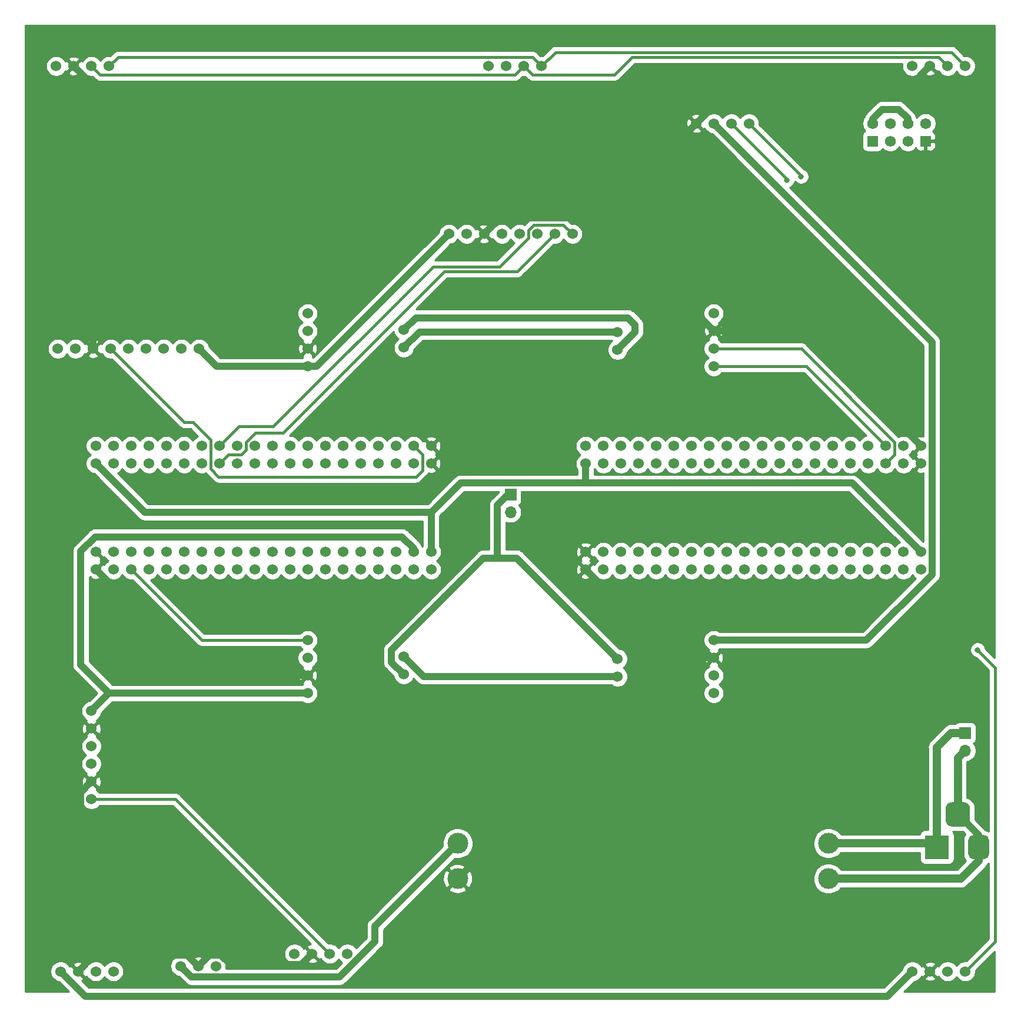
<source format=gbr>
%TF.GenerationSoftware,KiCad,Pcbnew,(5.1.9)-1*%
%TF.CreationDate,2021-04-29T12:00:25-07:00*%
%TF.ProjectId,pcbDesignForAutonomousDrivingProject,70636244-6573-4696-976e-466f72417574,rev?*%
%TF.SameCoordinates,Original*%
%TF.FileFunction,Copper,L1,Top*%
%TF.FilePolarity,Positive*%
%FSLAX46Y46*%
G04 Gerber Fmt 4.6, Leading zero omitted, Abs format (unit mm)*
G04 Created by KiCad (PCBNEW (5.1.9)-1) date 2021-04-29 12:00:25*
%MOMM*%
%LPD*%
G01*
G04 APERTURE LIST*
%TA.AperFunction,ComponentPad*%
%ADD10C,1.524000*%
%TD*%
%TA.AperFunction,ComponentPad*%
%ADD11R,3.500000X3.500000*%
%TD*%
%TA.AperFunction,ComponentPad*%
%ADD12C,3.000000*%
%TD*%
%TA.AperFunction,ComponentPad*%
%ADD13C,1.575000*%
%TD*%
%TA.AperFunction,ComponentPad*%
%ADD14R,1.575000X1.575000*%
%TD*%
%TA.AperFunction,ComponentPad*%
%ADD15O,1.700000X1.700000*%
%TD*%
%TA.AperFunction,ComponentPad*%
%ADD16R,1.700000X1.700000*%
%TD*%
%TA.AperFunction,ViaPad*%
%ADD17C,0.800000*%
%TD*%
%TA.AperFunction,Conductor*%
%ADD18C,1.000000*%
%TD*%
%TA.AperFunction,Conductor*%
%ADD19C,1.200000*%
%TD*%
%TA.AperFunction,Conductor*%
%ADD20C,0.400000*%
%TD*%
%TA.AperFunction,Conductor*%
%ADD21C,0.254000*%
%TD*%
%TA.AperFunction,Conductor*%
%ADD22C,0.100000*%
%TD*%
G04 APERTURE END LIST*
D10*
%TO.P,U3,40*%
%TO.N,GND*%
X110363000Y118745000D03*
%TO.P,U3,39*%
X110363000Y121285000D03*
%TO.P,U3,38*%
%TO.N,gpsTxGpsNode*%
X107823000Y118745000D03*
%TO.P,U3,37*%
%TO.N,gpsRxGpsNode*%
X107823000Y121285000D03*
%TO.P,U3,36*%
%TO.N,canRxGpsNode*%
X105283000Y118745000D03*
%TO.P,U3,35*%
%TO.N,canTxGpsNode*%
X105283000Y121285000D03*
%TO.P,U3,34*%
%TO.N,Net-(U3-Pad34)*%
X102743000Y118745000D03*
%TO.P,U3,33*%
%TO.N,Net-(U3-Pad33)*%
X102743000Y121285000D03*
%TO.P,U3,32*%
%TO.N,Net-(U3-Pad32)*%
X100203000Y118745000D03*
%TO.P,U3,31*%
%TO.N,Net-(U3-Pad31)*%
X100203000Y121285000D03*
%TO.P,U3,30*%
%TO.N,Net-(U3-Pad30)*%
X97663000Y118745000D03*
%TO.P,U3,29*%
%TO.N,Net-(U3-Pad29)*%
X97663000Y121285000D03*
%TO.P,U3,28*%
%TO.N,Net-(U3-Pad28)*%
X95123000Y118745000D03*
%TO.P,U3,27*%
%TO.N,Net-(U3-Pad27)*%
X95123000Y121285000D03*
%TO.P,U3,26*%
%TO.N,Net-(U3-Pad26)*%
X92583000Y118745000D03*
%TO.P,U3,25*%
%TO.N,Net-(U3-Pad25)*%
X92583000Y121285000D03*
%TO.P,U3,24*%
%TO.N,Net-(U3-Pad24)*%
X90043000Y118745000D03*
%TO.P,U3,23*%
%TO.N,Net-(U3-Pad23)*%
X90043000Y121285000D03*
%TO.P,U3,22*%
%TO.N,Net-(U3-Pad22)*%
X87503000Y118745000D03*
%TO.P,U3,21*%
%TO.N,Net-(U3-Pad21)*%
X87503000Y121285000D03*
%TO.P,U3,20*%
%TO.N,Net-(U3-Pad20)*%
X84963000Y118745000D03*
%TO.P,U3,19*%
%TO.N,Net-(U3-Pad19)*%
X84963000Y121285000D03*
%TO.P,U3,18*%
%TO.N,Net-(U3-Pad18)*%
X82423000Y118745000D03*
%TO.P,U3,17*%
%TO.N,Net-(U3-Pad17)*%
X82423000Y121285000D03*
%TO.P,U3,16*%
%TO.N,compSCA*%
X79883000Y118745000D03*
%TO.P,U3,15*%
%TO.N,compSCL*%
X79883000Y121285000D03*
%TO.P,U3,14*%
%TO.N,Net-(U3-Pad14)*%
X77343000Y118745000D03*
%TO.P,U3,13*%
%TO.N,Net-(U3-Pad13)*%
X77343000Y121285000D03*
%TO.P,U3,12*%
%TO.N,Net-(U3-Pad12)*%
X74803000Y118745000D03*
%TO.P,U3,11*%
%TO.N,Net-(U3-Pad11)*%
X74803000Y121285000D03*
%TO.P,U3,10*%
%TO.N,Net-(U3-Pad10)*%
X72263000Y118745000D03*
%TO.P,U3,9*%
%TO.N,Net-(U3-Pad9)*%
X72263000Y121285000D03*
%TO.P,U3,8*%
%TO.N,Net-(U3-Pad8)*%
X69723000Y118745000D03*
%TO.P,U3,7*%
%TO.N,Net-(U3-Pad7)*%
X69723000Y121285000D03*
%TO.P,U3,6*%
%TO.N,Net-(U3-Pad6)*%
X67183000Y118745000D03*
%TO.P,U3,5*%
%TO.N,Net-(U3-Pad5)*%
X67183000Y121285000D03*
%TO.P,U3,4*%
%TO.N,3.3vGPSNode*%
X64643000Y118745000D03*
%TO.P,U3,3*%
%TO.N,Net-(U3-Pad3)*%
X64643000Y121285000D03*
%TO.P,U3,2*%
%TO.N,5v*%
X62103000Y118745000D03*
%TO.P,U3,1*%
%TO.N,Net-(U3-Pad1)*%
X62103000Y121285000D03*
%TD*%
%TO.P,J2,2*%
%TO.N,Net-(J2-Pad2)*%
%TA.AperFunction,ComponentPad*%
G36*
G01*
X187878000Y69171000D02*
X187878000Y67421000D01*
G75*
G02*
X187003000Y66546000I-875000J0D01*
G01*
X185253000Y66546000D01*
G75*
G02*
X184378000Y67421000I0J875000D01*
G01*
X184378000Y69171000D01*
G75*
G02*
X185253000Y70046000I875000J0D01*
G01*
X187003000Y70046000D01*
G75*
G02*
X187878000Y69171000I0J-875000D01*
G01*
G37*
%TD.AperFunction*%
%TA.AperFunction,ComponentPad*%
G36*
G01*
X190628000Y64596000D02*
X190628000Y62596000D01*
G75*
G02*
X189878000Y61846000I-750000J0D01*
G01*
X188378000Y61846000D01*
G75*
G02*
X187628000Y62596000I0J750000D01*
G01*
X187628000Y64596000D01*
G75*
G02*
X188378000Y65346000I750000J0D01*
G01*
X189878000Y65346000D01*
G75*
G02*
X190628000Y64596000I0J-750000D01*
G01*
G37*
%TD.AperFunction*%
D11*
%TO.P,J2,1*%
%TO.N,Net-(J2-Pad1)*%
X183128000Y63596000D03*
%TD*%
D10*
%TO.P,J1,3*%
%TO.N,outEnc*%
X79375000Y46482000D03*
%TO.P,J1,2*%
%TO.N,GND*%
X76835000Y46482000D03*
%TO.P,J1,1*%
%TO.N,5v*%
X74295000Y46482000D03*
%TD*%
%TO.P,U16,6*%
%TO.N,Net-(U16-Pad6)*%
X61468000Y70485000D03*
%TO.P,U16,5*%
%TO.N,GND*%
X61468000Y73025000D03*
%TO.P,U16,4*%
%TO.N,SDAdac*%
X61468000Y75565000D03*
%TO.P,U16,3*%
%TO.N,SCLdac*%
X61468000Y78105000D03*
%TO.P,U16,2*%
%TO.N,GND*%
X61468000Y80645000D03*
%TO.P,U16,1*%
%TO.N,3.3vDACNode*%
X61468000Y83185000D03*
%TD*%
%TO.P,U14,40*%
%TO.N,GND*%
X132588000Y106045000D03*
%TO.P,U14,39*%
X132588000Y103505000D03*
%TO.P,U14,38*%
%TO.N,Net-(U14-Pad38)*%
X135128000Y106045000D03*
%TO.P,U14,37*%
%TO.N,Net-(U14-Pad37)*%
X135128000Y103505000D03*
%TO.P,U14,36*%
%TO.N,canRxDrNd*%
X137668000Y106045000D03*
%TO.P,U14,35*%
%TO.N,canTxDrNd*%
X137668000Y103505000D03*
%TO.P,U14,34*%
%TO.N,Net-(U14-Pad34)*%
X140208000Y106045000D03*
%TO.P,U14,33*%
%TO.N,Net-(U14-Pad33)*%
X140208000Y103505000D03*
%TO.P,U14,32*%
%TO.N,Net-(U14-Pad32)*%
X142748000Y106045000D03*
%TO.P,U14,31*%
%TO.N,Net-(U14-Pad31)*%
X142748000Y103505000D03*
%TO.P,U14,30*%
%TO.N,Net-(U14-Pad30)*%
X145288000Y106045000D03*
%TO.P,U14,29*%
%TO.N,Net-(U14-Pad29)*%
X145288000Y103505000D03*
%TO.P,U14,28*%
%TO.N,Net-(U14-Pad28)*%
X147828000Y106045000D03*
%TO.P,U14,27*%
%TO.N,Net-(U14-Pad27)*%
X147828000Y103505000D03*
%TO.P,U14,26*%
%TO.N,Net-(U14-Pad26)*%
X150368000Y106045000D03*
%TO.P,U14,25*%
%TO.N,Net-(U14-Pad25)*%
X150368000Y103505000D03*
%TO.P,U14,24*%
%TO.N,Net-(U14-Pad24)*%
X152908000Y106045000D03*
%TO.P,U14,23*%
%TO.N,Net-(U14-Pad23)*%
X152908000Y103505000D03*
%TO.P,U14,22*%
%TO.N,Net-(U14-Pad22)*%
X155448000Y106045000D03*
%TO.P,U14,21*%
%TO.N,Net-(U14-Pad21)*%
X155448000Y103505000D03*
%TO.P,U14,20*%
%TO.N,Net-(U14-Pad20)*%
X157988000Y106045000D03*
%TO.P,U14,19*%
%TO.N,Net-(U14-Pad19)*%
X157988000Y103505000D03*
%TO.P,U14,18*%
%TO.N,Net-(U14-Pad18)*%
X160528000Y106045000D03*
%TO.P,U14,17*%
%TO.N,Net-(U14-Pad17)*%
X160528000Y103505000D03*
%TO.P,U14,16*%
%TO.N,oledSDA*%
X163068000Y106045000D03*
%TO.P,U14,15*%
%TO.N,oledSCL*%
X163068000Y103505000D03*
%TO.P,U14,14*%
%TO.N,Net-(U14-Pad14)*%
X165608000Y106045000D03*
%TO.P,U14,13*%
%TO.N,Net-(U14-Pad13)*%
X165608000Y103505000D03*
%TO.P,U14,12*%
%TO.N,Net-(U14-Pad12)*%
X168148000Y106045000D03*
%TO.P,U14,11*%
%TO.N,Net-(U14-Pad11)*%
X168148000Y103505000D03*
%TO.P,U14,10*%
%TO.N,Net-(U14-Pad10)*%
X170688000Y106045000D03*
%TO.P,U14,9*%
%TO.N,Net-(U14-Pad9)*%
X170688000Y103505000D03*
%TO.P,U14,8*%
%TO.N,Net-(U14-Pad8)*%
X173228000Y106045000D03*
%TO.P,U14,7*%
%TO.N,Net-(U14-Pad7)*%
X173228000Y103505000D03*
%TO.P,U14,6*%
%TO.N,Net-(U14-Pad6)*%
X175768000Y106045000D03*
%TO.P,U14,5*%
%TO.N,Net-(U14-Pad5)*%
X175768000Y103505000D03*
%TO.P,U14,4*%
%TO.N,3.3vDriverNode*%
X178308000Y106045000D03*
%TO.P,U14,3*%
%TO.N,Net-(U14-Pad3)*%
X178308000Y103505000D03*
%TO.P,U14,2*%
%TO.N,5v*%
X180848000Y106045000D03*
%TO.P,U14,1*%
%TO.N,Net-(U14-Pad1)*%
X180848000Y103505000D03*
%TD*%
D12*
%TO.P,U22,3*%
%TO.N,5v*%
X114173000Y64135000D03*
%TO.P,U22,4*%
%TO.N,GND*%
X114173000Y59055000D03*
%TO.P,U22,2*%
%TO.N,Net-(J2-Pad2)*%
X167513000Y59055000D03*
%TO.P,U22,1*%
%TO.N,Net-(J2-Pad1)*%
X167513000Y64135000D03*
%TD*%
D10*
%TO.P,U12,1*%
%TO.N,Net-(U12-Pad1)*%
X110363000Y103505000D03*
%TO.P,U12,2*%
%TO.N,5v*%
X110363000Y106045000D03*
%TO.P,U12,3*%
%TO.N,Net-(U12-Pad3)*%
X107823000Y103505000D03*
%TO.P,U12,4*%
%TO.N,3.3vDACNode*%
X107823000Y106045000D03*
%TO.P,U12,5*%
%TO.N,Net-(U12-Pad5)*%
X105283000Y103505000D03*
%TO.P,U12,6*%
%TO.N,Net-(U12-Pad6)*%
X105283000Y106045000D03*
%TO.P,U12,7*%
%TO.N,Net-(U12-Pad7)*%
X102743000Y103505000D03*
%TO.P,U12,8*%
%TO.N,Net-(U12-Pad8)*%
X102743000Y106045000D03*
%TO.P,U12,9*%
%TO.N,Net-(U12-Pad9)*%
X100203000Y103505000D03*
%TO.P,U12,10*%
%TO.N,Net-(U12-Pad10)*%
X100203000Y106045000D03*
%TO.P,U12,11*%
%TO.N,Net-(U12-Pad11)*%
X97663000Y103505000D03*
%TO.P,U12,12*%
%TO.N,Net-(U12-Pad12)*%
X97663000Y106045000D03*
%TO.P,U12,13*%
%TO.N,com3*%
X95123000Y103505000D03*
%TO.P,U12,14*%
%TO.N,Net-(U12-Pad14)*%
X95123000Y106045000D03*
%TO.P,U12,15*%
%TO.N,Net-(U12-Pad15)*%
X92583000Y103505000D03*
%TO.P,U12,16*%
%TO.N,Net-(U12-Pad16)*%
X92583000Y106045000D03*
%TO.P,U12,17*%
%TO.N,Net-(U12-Pad17)*%
X90043000Y103505000D03*
%TO.P,U12,18*%
%TO.N,Net-(U12-Pad18)*%
X90043000Y106045000D03*
%TO.P,U12,19*%
%TO.N,Net-(U12-Pad19)*%
X87503000Y103505000D03*
%TO.P,U12,20*%
%TO.N,Net-(U12-Pad20)*%
X87503000Y106045000D03*
%TO.P,U12,21*%
%TO.N,Net-(U12-Pad21)*%
X84963000Y103505000D03*
%TO.P,U12,22*%
%TO.N,Net-(U12-Pad22)*%
X84963000Y106045000D03*
%TO.P,U12,23*%
%TO.N,Net-(U12-Pad23)*%
X82423000Y103505000D03*
%TO.P,U12,24*%
%TO.N,Net-(U12-Pad24)*%
X82423000Y106045000D03*
%TO.P,U12,25*%
%TO.N,Net-(U12-Pad25)*%
X79883000Y103505000D03*
%TO.P,U12,26*%
%TO.N,Net-(U12-Pad26)*%
X79883000Y106045000D03*
%TO.P,U12,27*%
%TO.N,Net-(U12-Pad27)*%
X77343000Y103505000D03*
%TO.P,U12,28*%
%TO.N,Net-(U12-Pad28)*%
X77343000Y106045000D03*
%TO.P,U12,29*%
%TO.N,Net-(U12-Pad29)*%
X74803000Y103505000D03*
%TO.P,U12,30*%
%TO.N,Net-(U12-Pad30)*%
X74803000Y106045000D03*
%TO.P,U12,31*%
%TO.N,Net-(U12-Pad31)*%
X72263000Y103505000D03*
%TO.P,U12,32*%
%TO.N,Net-(U12-Pad32)*%
X72263000Y106045000D03*
%TO.P,U12,33*%
%TO.N,Net-(U12-Pad33)*%
X69723000Y103505000D03*
%TO.P,U12,34*%
%TO.N,outEnc*%
X69723000Y106045000D03*
%TO.P,U12,35*%
%TO.N,canTxcomp*%
X67183000Y103505000D03*
%TO.P,U12,36*%
%TO.N,canRxcomp*%
X67183000Y106045000D03*
%TO.P,U12,37*%
%TO.N,SDAdac*%
X64643000Y103505000D03*
%TO.P,U12,38*%
%TO.N,SCLdac*%
X64643000Y106045000D03*
%TO.P,U12,39*%
%TO.N,GND*%
X62103000Y103505000D03*
%TO.P,U12,40*%
X62103000Y106045000D03*
%TD*%
%TO.P,U17,4*%
%TO.N,com3*%
X98298000Y48260000D03*
%TO.P,U17,3*%
%TO.N,Net-(U16-Pad6)*%
X95758000Y48260000D03*
%TO.P,U17,2*%
%TO.N,GND*%
X93218000Y48260000D03*
%TO.P,U17,1*%
%TO.N,3.3vDACNode*%
X90678000Y48260000D03*
%TD*%
%TO.P,U2,1*%
%TO.N,Net-(U2-Pad1)*%
X132588000Y121285000D03*
%TO.P,U2,2*%
%TO.N,5v*%
X132588000Y118745000D03*
%TO.P,U2,3*%
%TO.N,Net-(U2-Pad3)*%
X135128000Y121285000D03*
%TO.P,U2,4*%
%TO.N,3.3vUlSo*%
X135128000Y118745000D03*
%TO.P,U2,5*%
%TO.N,Net-(U2-Pad5)*%
X137668000Y121285000D03*
%TO.P,U2,6*%
%TO.N,Net-(U2-Pad6)*%
X137668000Y118745000D03*
%TO.P,U2,7*%
%TO.N,Net-(U2-Pad7)*%
X140208000Y121285000D03*
%TO.P,U2,8*%
%TO.N,Net-(U2-Pad8)*%
X140208000Y118745000D03*
%TO.P,U2,9*%
%TO.N,Net-(U2-Pad9)*%
X142748000Y121285000D03*
%TO.P,U2,10*%
%TO.N,Net-(U2-Pad10)*%
X142748000Y118745000D03*
%TO.P,U2,11*%
%TO.N,Net-(U2-Pad11)*%
X145288000Y121285000D03*
%TO.P,U2,12*%
%TO.N,Net-(U2-Pad12)*%
X145288000Y118745000D03*
%TO.P,U2,13*%
%TO.N,Net-(U2-Pad13)*%
X147828000Y121285000D03*
%TO.P,U2,14*%
%TO.N,Net-(U2-Pad14)*%
X147828000Y118745000D03*
%TO.P,U2,15*%
%TO.N,Net-(U2-Pad15)*%
X150368000Y121285000D03*
%TO.P,U2,16*%
%TO.N,Net-(U2-Pad16)*%
X150368000Y118745000D03*
%TO.P,U2,17*%
%TO.N,Net-(U2-Pad17)*%
X152908000Y121285000D03*
%TO.P,U2,18*%
%TO.N,Net-(U2-Pad18)*%
X152908000Y118745000D03*
%TO.P,U2,19*%
%TO.N,Net-(U2-Pad19)*%
X155448000Y121285000D03*
%TO.P,U2,20*%
%TO.N,Net-(U2-Pad20)*%
X155448000Y118745000D03*
%TO.P,U2,21*%
%TO.N,Net-(U2-Pad21)*%
X157988000Y121285000D03*
%TO.P,U2,22*%
%TO.N,Net-(U2-Pad22)*%
X157988000Y118745000D03*
%TO.P,U2,23*%
%TO.N,Net-(U2-Pad23)*%
X160528000Y121285000D03*
%TO.P,U2,24*%
%TO.N,Net-(U2-Pad24)*%
X160528000Y118745000D03*
%TO.P,U2,25*%
%TO.N,Net-(U2-Pad25)*%
X163068000Y121285000D03*
%TO.P,U2,26*%
%TO.N,Net-(U2-Pad26)*%
X163068000Y118745000D03*
%TO.P,U2,27*%
%TO.N,Net-(U2-Pad27)*%
X165608000Y121285000D03*
%TO.P,U2,28*%
%TO.N,Net-(U2-Pad28)*%
X165608000Y118745000D03*
%TO.P,U2,29*%
%TO.N,Net-(U2-Pad29)*%
X168148000Y121285000D03*
%TO.P,U2,30*%
%TO.N,wifiTx*%
X168148000Y118745000D03*
%TO.P,U2,31*%
%TO.N,wifiRx*%
X170688000Y121285000D03*
%TO.P,U2,32*%
%TO.N,Net-(U2-Pad32)*%
X170688000Y118745000D03*
%TO.P,U2,33*%
%TO.N,Net-(U2-Pad33)*%
X173228000Y121285000D03*
%TO.P,U2,34*%
%TO.N,Net-(U2-Pad34)*%
X173228000Y118745000D03*
%TO.P,U2,35*%
%TO.N,canTX*%
X175768000Y121285000D03*
%TO.P,U2,36*%
%TO.N,canRX*%
X175768000Y118745000D03*
%TO.P,U2,37*%
%TO.N,SDA*%
X178308000Y121285000D03*
%TO.P,U2,38*%
%TO.N,SCL*%
X178308000Y118745000D03*
%TO.P,U2,39*%
%TO.N,GND*%
X180848000Y121285000D03*
%TO.P,U2,40*%
X180848000Y118745000D03*
%TD*%
D13*
%TO.P,U20,7*%
%TO.N,3.3vbridgeNode*%
X173863000Y167640000D03*
%TO.P,U20,6*%
%TO.N,Net-(U20-Pad6)*%
X176403000Y167640000D03*
%TO.P,U20,5*%
%TO.N,3.3vbridgeNode*%
X178943000Y167640000D03*
%TO.P,U20,4*%
%TO.N,wifiTx*%
X181483000Y167640000D03*
D14*
%TO.P,U20,3*%
%TO.N,GND*%
X181483000Y165100000D03*
D13*
%TO.P,U20,2*%
%TO.N,Net-(U20-Pad2)*%
X178943000Y165100000D03*
%TO.P,U20,1*%
%TO.N,Net-(U20-Pad1)*%
X176403000Y165100000D03*
D14*
%TO.P,U20,0*%
%TO.N,wifiRx*%
X173863000Y165100000D03*
%TD*%
D10*
%TO.P,U19,0*%
%TO.N,GND*%
X148463000Y167640000D03*
%TO.P,U19,3*%
%TO.N,oledSDA*%
X156083000Y167640000D03*
%TO.P,U19,2*%
%TO.N,oledSCL*%
X153543000Y167640000D03*
%TO.P,U19,1*%
%TO.N,3.3vDriverNode*%
X151003000Y167640000D03*
%TD*%
D15*
%TO.P,J4,2*%
%TO.N,Net-(J2-Pad2)*%
X187198000Y77470000D03*
D16*
%TO.P,J4,1*%
%TO.N,Net-(J2-Pad1)*%
X187198000Y80010000D03*
%TD*%
D10*
%TO.P,U15,2*%
%TO.N,GND*%
X92583000Y88265000D03*
%TO.P,U15,1*%
%TO.N,canRxcomp*%
X92583000Y90805000D03*
%TO.P,U15,0*%
%TO.N,canTxcomp*%
X92583000Y93345000D03*
%TO.P,U15,3*%
%TO.N,3.3vDACNode*%
X92583000Y85725000D03*
%TO.P,U15,5*%
%TO.N,CANH*%
X106413000Y90955000D03*
%TO.P,U15,4*%
%TO.N,CANL*%
X106413000Y88415000D03*
%TD*%
%TO.P,U13,4*%
%TO.N,CANL*%
X137173000Y90655000D03*
%TO.P,U13,5*%
%TO.N,CANH*%
X137173000Y88115000D03*
%TO.P,U13,3*%
%TO.N,3.3vDriverNode*%
X151003000Y93345000D03*
%TO.P,U13,0*%
%TO.N,canTxDrNd*%
X151003000Y85725000D03*
%TO.P,U13,1*%
%TO.N,canRxDrNd*%
X151003000Y88265000D03*
%TO.P,U13,2*%
%TO.N,GND*%
X151003000Y90805000D03*
%TD*%
%TO.P,U11,0*%
%TO.N,3.3vGPSNode*%
X76962000Y135255000D03*
%TO.P,U11,8*%
%TO.N,Net-(U11-Pad8)*%
X56642000Y135255000D03*
%TO.P,U11,7*%
%TO.N,Net-(U11-Pad7)*%
X59182000Y135255000D03*
%TO.P,U11,6*%
%TO.N,GND*%
X61722000Y135255000D03*
%TO.P,U11,5*%
%TO.N,gpsRxGpsNode*%
X64262000Y135255000D03*
%TO.P,U11,4*%
%TO.N,gpsTxGpsNode*%
X66802000Y135255000D03*
%TO.P,U11,3*%
%TO.N,Net-(U11-Pad3)*%
X69342000Y135255000D03*
%TO.P,U11,2*%
%TO.N,Net-(U11-Pad2)*%
X71882000Y135255000D03*
%TO.P,U11,1*%
%TO.N,Net-(U11-Pad1)*%
X74422000Y135255000D03*
%TD*%
%TO.P,U5,1*%
%TO.N,3.3vUlSo*%
X118618000Y175895000D03*
%TO.P,U5,4*%
%TO.N,SDA*%
X126238000Y175895000D03*
%TO.P,U5,3*%
%TO.N,SCL*%
X123698000Y175895000D03*
%TO.P,U5,2*%
%TO.N,GND*%
X121158000Y175895000D03*
%TD*%
%TO.P,U10,4*%
%TO.N,CANL*%
X106413000Y135405000D03*
%TO.P,U10,5*%
%TO.N,CANH*%
X106413000Y137945000D03*
%TO.P,U10,3*%
%TO.N,3.3vGPSNode*%
X92583000Y132715000D03*
%TO.P,U10,0*%
%TO.N,canTxGpsNode*%
X92583000Y140335000D03*
%TO.P,U10,1*%
%TO.N,canRxGpsNode*%
X92583000Y137795000D03*
%TO.P,U10,2*%
%TO.N,GND*%
X92583000Y135255000D03*
%TD*%
%TO.P,U9,2*%
%TO.N,GND*%
X58928000Y175895000D03*
%TO.P,U9,3*%
%TO.N,SCL*%
X61468000Y175895000D03*
%TO.P,U9,4*%
%TO.N,SDA*%
X64008000Y175895000D03*
%TO.P,U9,1*%
%TO.N,3.3vUlSo*%
X56388000Y175895000D03*
%TD*%
%TO.P,U7,1*%
%TO.N,3.3vUlSo*%
X179578000Y45720000D03*
%TO.P,U7,4*%
%TO.N,SDA*%
X187198000Y45720000D03*
%TO.P,U7,3*%
%TO.N,SCL*%
X184658000Y45720000D03*
%TO.P,U7,2*%
%TO.N,GND*%
X182118000Y45720000D03*
%TD*%
%TO.P,U6,2*%
%TO.N,GND*%
X59563000Y45720000D03*
%TO.P,U6,3*%
%TO.N,SCL*%
X62103000Y45720000D03*
%TO.P,U6,4*%
%TO.N,SDA*%
X64643000Y45720000D03*
%TO.P,U6,1*%
%TO.N,3.3vUlSo*%
X57023000Y45720000D03*
%TD*%
%TO.P,U4,0*%
%TO.N,compSCL*%
X130683000Y151765000D03*
%TO.P,U4,7*%
%TO.N,3.3vGPSNode*%
X112903000Y151765000D03*
%TO.P,U4,6*%
%TO.N,Net-(U4-Pad6)*%
X115443000Y151765000D03*
%TO.P,U4,5*%
%TO.N,GND*%
X117983000Y151765000D03*
%TO.P,U4,4*%
%TO.N,Net-(U4-Pad4)*%
X120523000Y151765000D03*
%TO.P,U4,3*%
%TO.N,Net-(U4-Pad3)*%
X123063000Y151765000D03*
%TO.P,U4,2*%
%TO.N,Net-(U4-Pad2)*%
X125603000Y151765000D03*
%TO.P,U4,1*%
%TO.N,compSCA*%
X128143000Y151765000D03*
%TD*%
%TO.P,U1,2*%
%TO.N,GND*%
X151003000Y137795000D03*
%TO.P,U1,1*%
%TO.N,canRX*%
X151003000Y135255000D03*
%TO.P,U1,0*%
%TO.N,canTX*%
X151003000Y132715000D03*
%TO.P,U1,3*%
%TO.N,3.3vUlSo*%
X151003000Y140335000D03*
%TO.P,U1,5*%
%TO.N,CANH*%
X137173000Y135105000D03*
%TO.P,U1,4*%
%TO.N,CANL*%
X137173000Y137645000D03*
%TD*%
D15*
%TO.P,J3,2*%
%TO.N,CANH*%
X121793000Y111760000D03*
D16*
%TO.P,J3,1*%
%TO.N,CANL*%
X121793000Y114300000D03*
%TD*%
D10*
%TO.P,U8,1*%
%TO.N,3.3vUlSo*%
X179578000Y175895000D03*
%TO.P,U8,4*%
%TO.N,SDA*%
X187198000Y175895000D03*
%TO.P,U8,3*%
%TO.N,SCL*%
X184658000Y175895000D03*
%TO.P,U8,2*%
%TO.N,GND*%
X182118000Y175895000D03*
%TD*%
D17*
%TO.N,SDA*%
X188976000Y91948000D03*
%TO.N,oledSCL*%
X161543996Y159498100D03*
%TO.N,oledSDA*%
X163576000Y160020000D03*
%TD*%
D18*
%TO.N,GND*%
X61722000Y135255000D02*
X61722000Y173101000D01*
X61722000Y173101000D02*
X58928000Y175895000D01*
X145241600Y90805000D02*
X145241600Y90851400D01*
X145241600Y90851400D02*
X132588000Y103505000D01*
X114173000Y59055000D02*
X145241600Y90123600D01*
X145241600Y90123600D02*
X145241600Y90805000D01*
X151003000Y90805000D02*
X145241600Y90805000D01*
X92583000Y88265000D02*
X77343000Y88265000D01*
X77343000Y88265000D02*
X62103000Y103505000D01*
X61887400Y48044400D02*
X75272600Y48044400D01*
X75272600Y48044400D02*
X76835000Y46482000D01*
X59563000Y45720000D02*
X61887400Y48044400D01*
X61468000Y73025000D02*
X59897200Y71454200D01*
X59897200Y71454200D02*
X59897200Y50034600D01*
X59897200Y50034600D02*
X61887400Y48044400D01*
X148463000Y167640000D02*
X153772300Y172949300D01*
X153772300Y172949300D02*
X179172300Y172949300D01*
X179172300Y172949300D02*
X182118000Y175895000D01*
X134810500Y153987500D02*
X134717500Y154080500D01*
X134717500Y154080500D02*
X120298500Y154080500D01*
X120298500Y154080500D02*
X117983000Y151765000D01*
X151003000Y137795000D02*
X134810500Y153987500D01*
X134810500Y153987500D02*
X148463000Y167640000D01*
X180848000Y121285000D02*
X164338000Y137795000D01*
X164338000Y137795000D02*
X151003000Y137795000D01*
X93218000Y48260000D02*
X91652700Y46694700D01*
X91652700Y46694700D02*
X81479600Y46694700D01*
X81479600Y46694700D02*
X80075200Y48099100D01*
X80075200Y48099100D02*
X78452100Y48099100D01*
X78452100Y48099100D02*
X76835000Y46482000D01*
D19*
%TO.N,Net-(J2-Pad1)*%
X168052000Y63596000D02*
X167513000Y64135000D01*
X185166000Y80010000D02*
X183128000Y77972000D01*
X187198000Y80010000D02*
X185166000Y80010000D01*
X183128000Y63596000D02*
X183128000Y77972000D01*
X182589000Y64135000D02*
X183128000Y63596000D01*
X167513000Y64135000D02*
X182589000Y64135000D01*
D18*
%TO.N,Net-(J2-Pad2)*%
X189128000Y65296000D02*
X186128000Y68296000D01*
X189128000Y63596000D02*
X189128000Y65296000D01*
D19*
X167513000Y59055000D02*
X186563000Y59055000D01*
X189128000Y61620000D02*
X189128000Y63596000D01*
X186563000Y59055000D02*
X189128000Y61620000D01*
X186128000Y76400000D02*
X187198000Y77470000D01*
X186128000Y68296000D02*
X186128000Y76400000D01*
D20*
%TO.N,canRX*%
X151003000Y135255000D02*
X163622200Y135255000D01*
X163622200Y135255000D02*
X177038000Y121839200D01*
X177038000Y121839200D02*
X177038000Y120015000D01*
X177038000Y120015000D02*
X175768000Y118745000D01*
%TO.N,canTX*%
X151003000Y132715000D02*
X164338000Y132715000D01*
X164338000Y132715000D02*
X175768000Y121285000D01*
D18*
%TO.N,CANL*%
X137173000Y90655000D02*
X122673100Y105154900D01*
X122673100Y105154900D02*
X120111000Y105154900D01*
X106413000Y135405000D02*
X108653000Y137645000D01*
X108653000Y137645000D02*
X137173000Y137645000D01*
X104648000Y90180000D02*
X106413000Y88415000D01*
X104648000Y91948000D02*
X104648000Y90180000D01*
X117854900Y105154900D02*
X104648000Y91948000D01*
X120111000Y105154900D02*
X117854900Y105154900D01*
X119888000Y105377900D02*
X120111000Y105154900D01*
X119888000Y112776000D02*
X119888000Y105377900D01*
X121412000Y114300000D02*
X119888000Y112776000D01*
X121793000Y114300000D02*
X121412000Y114300000D01*
%TO.N,CANH*%
X106413000Y90955000D02*
X109253000Y88115000D01*
X109253000Y88115000D02*
X137173000Y88115000D01*
X108168000Y139700000D02*
X106413000Y137945000D01*
X138684000Y139700000D02*
X108168000Y139700000D01*
X139700000Y138684000D02*
X138684000Y139700000D01*
X139700000Y137632000D02*
X139700000Y138684000D01*
X137173000Y135105000D02*
X139700000Y137632000D01*
%TO.N,5v*%
X132588000Y115963000D02*
X170930000Y115963000D01*
X170930000Y115963000D02*
X180848000Y106045000D01*
X110363000Y111716000D02*
X114610000Y115963000D01*
X114610000Y115963000D02*
X132588000Y115963000D01*
X132588000Y118745000D02*
X132588000Y115963000D01*
X110363000Y111716000D02*
X69132000Y111716000D01*
X69132000Y111716000D02*
X62103000Y118745000D01*
X110363000Y111716000D02*
X110363000Y106045000D01*
X114173000Y64135000D02*
X102291700Y52253700D01*
X102291700Y52253700D02*
X102291700Y50033300D01*
X102291700Y50033300D02*
X97177400Y44919000D01*
X97177400Y44919000D02*
X75858000Y44919000D01*
X75858000Y44919000D02*
X74295000Y46482000D01*
D20*
%TO.N,SDA*%
X64008000Y175895000D02*
X65303600Y177190600D01*
X65303600Y177190600D02*
X124942400Y177190600D01*
X124942400Y177190600D02*
X126238000Y175895000D01*
X187198000Y175895000D02*
X185201800Y177891200D01*
X185201800Y177891200D02*
X128234200Y177891200D01*
X128234200Y177891200D02*
X126238000Y175895000D01*
X188976000Y91948000D02*
X191516000Y89408000D01*
X191516000Y50038000D02*
X187198000Y45720000D01*
X191516000Y89408000D02*
X191516000Y50038000D01*
%TO.N,SCL*%
X123698000Y175895000D02*
X122414400Y174611400D01*
X122414400Y174611400D02*
X62751600Y174611400D01*
X62751600Y174611400D02*
X61468000Y175895000D01*
X184658000Y175895000D02*
X183362200Y177190800D01*
X183362200Y177190800D02*
X139252600Y177190800D01*
X139252600Y177190800D02*
X136688500Y174626700D01*
X136688500Y174626700D02*
X124966300Y174626700D01*
X124966300Y174626700D02*
X123698000Y175895000D01*
%TO.N,gpsRxGpsNode*%
X74841600Y124675400D02*
X64262000Y135255000D01*
X78613000Y122178250D02*
X76115850Y124675400D01*
X76115850Y124675400D02*
X74841600Y124675400D01*
X78613000Y117983000D02*
X78613000Y122178250D01*
X79756000Y116840000D02*
X78613000Y117983000D01*
X108204000Y116840000D02*
X79756000Y116840000D01*
X109085001Y117721001D02*
X108204000Y116840000D01*
X109085001Y120022999D02*
X109085001Y117721001D01*
X107823000Y121285000D02*
X109085001Y120022999D01*
%TO.N,compSCA*%
X128143000Y151765000D02*
X122743800Y146365800D01*
X122743800Y146365800D02*
X112271200Y146365800D01*
X112271200Y146365800D02*
X89053700Y123148300D01*
X89053700Y123148300D02*
X85037700Y123148300D01*
X85037700Y123148300D02*
X83693000Y121803600D01*
X83693000Y121803600D02*
X83693000Y120707800D01*
X83693000Y120707800D02*
X83000200Y120015000D01*
X83000200Y120015000D02*
X81153000Y120015000D01*
X81153000Y120015000D02*
X79883000Y118745000D01*
%TO.N,compSCL*%
X130683000Y151765000D02*
X129375500Y153072500D01*
X129375500Y153072500D02*
X125104200Y153072500D01*
X125104200Y153072500D02*
X124333000Y152301300D01*
X124333000Y152301300D02*
X124333000Y151204500D01*
X124333000Y151204500D02*
X120194700Y147066200D01*
X120194700Y147066200D02*
X110594000Y147066200D01*
X110594000Y147066200D02*
X87581800Y124054000D01*
X87581800Y124054000D02*
X82651900Y124054000D01*
X82651900Y124054000D02*
X82651900Y124053900D01*
X82651900Y124053900D02*
X79883000Y121285000D01*
%TO.N,canTxcomp*%
X92583000Y93345000D02*
X77343000Y93345000D01*
X77343000Y93345000D02*
X67183000Y103505000D01*
%TO.N,Net-(U16-Pad6)*%
X95758000Y48260000D02*
X73533000Y70485000D01*
X73533000Y70485000D02*
X61468000Y70485000D01*
%TO.N,oledSCL*%
X153543000Y167640000D02*
X161543996Y159639004D01*
X161543996Y159639004D02*
X161543996Y159498100D01*
%TO.N,oledSDA*%
X156083000Y167640000D02*
X163576000Y160147000D01*
X163576000Y160147000D02*
X163576000Y160020000D01*
D18*
%TO.N,3.3vDACNode*%
X64008000Y85725000D02*
X61468000Y83185000D01*
X92583000Y85725000D02*
X64008000Y85725000D01*
X107823000Y106553000D02*
X107823000Y106045000D01*
X62016100Y108204000D02*
X106172000Y108204000D01*
X59944000Y106131900D02*
X62016100Y108204000D01*
X106172000Y108204000D02*
X107823000Y106553000D01*
X59944000Y89789000D02*
X59944000Y106131900D01*
X64008000Y85725000D02*
X59944000Y89789000D01*
%TO.N,3.3vUlSo*%
X176022000Y42164000D02*
X179578000Y45720000D01*
X60579000Y42164000D02*
X176022000Y42164000D01*
X57023000Y45720000D02*
X60579000Y42164000D01*
%TO.N,3.3vGPSNode*%
X92583000Y132715000D02*
X79502000Y132715000D01*
X79502000Y132715000D02*
X76962000Y135255000D01*
X112903000Y151765000D02*
X93853000Y132715000D01*
X93853000Y132715000D02*
X92583000Y132715000D01*
%TO.N,3.3vDriverNode*%
X151003000Y93345000D02*
X172968000Y93345000D01*
X172968000Y93345000D02*
X182410400Y102787400D01*
X182410400Y102787400D02*
X182410400Y136232600D01*
X182410400Y136232600D02*
X151003000Y167640000D01*
%TO.N,3.3vbridgeNode*%
X175260000Y169672000D02*
X173863000Y168275000D01*
X177609500Y169672000D02*
X175260000Y169672000D01*
X178943000Y168338500D02*
X177609500Y169672000D01*
X173863000Y168275000D02*
X173863000Y167640000D01*
X178943000Y167640000D02*
X178943000Y168338500D01*
%TD*%
D21*
%TO.N,GND*%
X191389000Y90845976D02*
X190084880Y92150095D01*
X190059690Y92276734D01*
X189974734Y92481835D01*
X189851398Y92666421D01*
X189694421Y92823398D01*
X189509835Y92946734D01*
X189304734Y93031690D01*
X189087000Y93075000D01*
X188865000Y93075000D01*
X188647266Y93031690D01*
X188442165Y92946734D01*
X188257579Y92823398D01*
X188100602Y92666421D01*
X187977266Y92481835D01*
X187892310Y92276734D01*
X187849000Y92059000D01*
X187849000Y91837000D01*
X187892310Y91619266D01*
X187977266Y91414165D01*
X188100602Y91229579D01*
X188257579Y91072602D01*
X188442165Y90949266D01*
X188647266Y90864310D01*
X188773905Y90839120D01*
X190589000Y89024024D01*
X190589001Y65886619D01*
X190444569Y65963819D01*
X190166835Y66048069D01*
X190092047Y66055435D01*
X189999817Y66167817D01*
X189953005Y66206235D01*
X188608517Y67550723D01*
X188608517Y69171000D01*
X188577667Y69484221D01*
X188486304Y69785405D01*
X188337939Y70062977D01*
X188138272Y70306272D01*
X187894977Y70505939D01*
X187617405Y70654304D01*
X187455000Y70703569D01*
X187455000Y75850339D01*
X187533501Y75928841D01*
X187657994Y75953604D01*
X187944989Y76072481D01*
X188203279Y76245064D01*
X188422936Y76464721D01*
X188595519Y76723011D01*
X188714396Y77010006D01*
X188775000Y77314679D01*
X188775000Y77625321D01*
X188714396Y77929994D01*
X188595519Y78216989D01*
X188422936Y78475279D01*
X188383319Y78514896D01*
X188453853Y78552597D01*
X188564554Y78643446D01*
X188655403Y78754147D01*
X188722910Y78880443D01*
X188764480Y79017483D01*
X188778517Y79160000D01*
X188778517Y80860000D01*
X188764480Y81002517D01*
X188722910Y81139557D01*
X188655403Y81265853D01*
X188564554Y81376554D01*
X188453853Y81467403D01*
X188327557Y81534910D01*
X188190517Y81576480D01*
X188048000Y81590517D01*
X186348000Y81590517D01*
X186205483Y81576480D01*
X186068443Y81534910D01*
X185942147Y81467403D01*
X185831446Y81376554D01*
X185798985Y81337000D01*
X185231173Y81337000D01*
X185165999Y81343419D01*
X185100825Y81337000D01*
X185100816Y81337000D01*
X184905863Y81317799D01*
X184675844Y81248023D01*
X184655722Y81241919D01*
X184425190Y81118698D01*
X184283625Y81002517D01*
X184223130Y80952870D01*
X184181579Y80902240D01*
X182235761Y78956421D01*
X182185131Y78914870D01*
X182143580Y78864240D01*
X182143578Y78864238D01*
X182019302Y78712808D01*
X181896081Y78482277D01*
X181820202Y78232137D01*
X181794581Y77972000D01*
X181801001Y77906816D01*
X181801000Y66076517D01*
X181378000Y66076517D01*
X181235483Y66062480D01*
X181098443Y66020910D01*
X180972147Y65953403D01*
X180861446Y65862554D01*
X180770597Y65751853D01*
X180703090Y65625557D01*
X180661520Y65488517D01*
X180658908Y65462000D01*
X169304717Y65462000D01*
X169242824Y65554630D01*
X168932630Y65864824D01*
X168567880Y66108542D01*
X168162592Y66276418D01*
X167732340Y66362000D01*
X167293660Y66362000D01*
X166863408Y66276418D01*
X166458120Y66108542D01*
X166093370Y65864824D01*
X165783176Y65554630D01*
X165539458Y65189880D01*
X165371582Y64784592D01*
X165286000Y64354340D01*
X165286000Y63915660D01*
X165371582Y63485408D01*
X165539458Y63080120D01*
X165783176Y62715370D01*
X166093370Y62405176D01*
X166458120Y62161458D01*
X166863408Y61993582D01*
X167293660Y61908000D01*
X167732340Y61908000D01*
X168162592Y61993582D01*
X168567880Y62161458D01*
X168932630Y62405176D01*
X169242824Y62715370D01*
X169304717Y62808000D01*
X180647483Y62808000D01*
X180647483Y61846000D01*
X180661520Y61703483D01*
X180703090Y61566443D01*
X180770597Y61440147D01*
X180861446Y61329446D01*
X180972147Y61238597D01*
X181098443Y61171090D01*
X181235483Y61129520D01*
X181378000Y61115483D01*
X184878000Y61115483D01*
X185020517Y61129520D01*
X185157557Y61171090D01*
X185283853Y61238597D01*
X185394554Y61329446D01*
X185485403Y61440147D01*
X185552910Y61566443D01*
X185594480Y61703483D01*
X185608517Y61846000D01*
X185608517Y65346000D01*
X185594480Y65488517D01*
X185552910Y65625557D01*
X185485403Y65751853D01*
X185433184Y65815483D01*
X186873277Y65815483D01*
X187202543Y65486217D01*
X187146995Y65418531D01*
X187010181Y65162569D01*
X186925931Y64884835D01*
X186897483Y64596000D01*
X186897483Y62596000D01*
X186925931Y62307165D01*
X187010181Y62029431D01*
X187146995Y61773469D01*
X187263205Y61631866D01*
X186013340Y60382000D01*
X169304717Y60382000D01*
X169242824Y60474630D01*
X168932630Y60784824D01*
X168567880Y61028542D01*
X168162592Y61196418D01*
X167732340Y61282000D01*
X167293660Y61282000D01*
X166863408Y61196418D01*
X166458120Y61028542D01*
X166093370Y60784824D01*
X165783176Y60474630D01*
X165539458Y60109880D01*
X165371582Y59704592D01*
X165286000Y59274340D01*
X165286000Y58835660D01*
X165371582Y58405408D01*
X165539458Y58000120D01*
X165783176Y57635370D01*
X166093370Y57325176D01*
X166458120Y57081458D01*
X166863408Y56913582D01*
X167293660Y56828000D01*
X167732340Y56828000D01*
X168162592Y56913582D01*
X168567880Y57081458D01*
X168932630Y57325176D01*
X169242824Y57635370D01*
X169304717Y57728000D01*
X186497826Y57728000D01*
X186563000Y57721581D01*
X186628174Y57728000D01*
X186628184Y57728000D01*
X186823137Y57747201D01*
X187073278Y57823081D01*
X187303808Y57946302D01*
X187505870Y58112130D01*
X187547425Y58162765D01*
X190020241Y60635580D01*
X190070870Y60677130D01*
X190112422Y60727761D01*
X190236698Y60879191D01*
X190359919Y61109722D01*
X190370296Y61143931D01*
X190390916Y61211906D01*
X190444569Y61228181D01*
X190589001Y61305381D01*
X190589001Y50421977D01*
X187370820Y47203795D01*
X187344654Y47209000D01*
X187051346Y47209000D01*
X186763675Y47151779D01*
X186492694Y47039535D01*
X186248818Y46876582D01*
X186041418Y46669182D01*
X185928000Y46499440D01*
X185814582Y46669182D01*
X185607182Y46876582D01*
X185363306Y47039535D01*
X185092325Y47151779D01*
X184804654Y47209000D01*
X184511346Y47209000D01*
X184223675Y47151779D01*
X183952694Y47039535D01*
X183708818Y46876582D01*
X183501418Y46669182D01*
X183338465Y46425306D01*
X183335190Y46417400D01*
X183323656Y46438980D01*
X183083565Y46505960D01*
X182297605Y45720000D01*
X183083565Y44934040D01*
X183323656Y45001020D01*
X183334541Y45024168D01*
X183338465Y45014694D01*
X183501418Y44770818D01*
X183708818Y44563418D01*
X183952694Y44400465D01*
X184223675Y44288221D01*
X184511346Y44231000D01*
X184804654Y44231000D01*
X185092325Y44288221D01*
X185363306Y44400465D01*
X185607182Y44563418D01*
X185814582Y44770818D01*
X185928000Y44940560D01*
X186041418Y44770818D01*
X186248818Y44563418D01*
X186492694Y44400465D01*
X186763675Y44288221D01*
X187051346Y44231000D01*
X187344654Y44231000D01*
X187632325Y44288221D01*
X187903306Y44400465D01*
X188147182Y44563418D01*
X188354582Y44770818D01*
X188517535Y45014694D01*
X188629779Y45285675D01*
X188687000Y45573346D01*
X188687000Y45866654D01*
X188681795Y45892820D01*
X191389000Y48600024D01*
X191389000Y42799000D01*
X178392240Y42799000D01*
X179848967Y44255727D01*
X180012325Y44288221D01*
X180283306Y44400465D01*
X180527182Y44563418D01*
X180718199Y44754435D01*
X181332040Y44754435D01*
X181399020Y44514344D01*
X181648048Y44397244D01*
X181915135Y44330977D01*
X182190017Y44318090D01*
X182462133Y44359078D01*
X182721023Y44452364D01*
X182836980Y44514344D01*
X182903960Y44754435D01*
X182118000Y45540395D01*
X181332040Y44754435D01*
X180718199Y44754435D01*
X180734582Y44770818D01*
X180897535Y45014694D01*
X180900810Y45022600D01*
X180912344Y45001020D01*
X181152435Y44934040D01*
X181938395Y45720000D01*
X181152435Y46505960D01*
X180912344Y46438980D01*
X180901459Y46415832D01*
X180897535Y46425306D01*
X180734582Y46669182D01*
X180718199Y46685565D01*
X181332040Y46685565D01*
X182118000Y45899605D01*
X182903960Y46685565D01*
X182836980Y46925656D01*
X182587952Y47042756D01*
X182320865Y47109023D01*
X182045983Y47121910D01*
X181773867Y47080922D01*
X181514977Y46987636D01*
X181399020Y46925656D01*
X181332040Y46685565D01*
X180718199Y46685565D01*
X180527182Y46876582D01*
X180283306Y47039535D01*
X180012325Y47151779D01*
X179724654Y47209000D01*
X179431346Y47209000D01*
X179143675Y47151779D01*
X178872694Y47039535D01*
X178628818Y46876582D01*
X178421418Y46669182D01*
X178258465Y46425306D01*
X178146221Y46154325D01*
X178113727Y45990967D01*
X175513761Y43391000D01*
X61087240Y43391000D01*
X60062998Y44415241D01*
X60166023Y44452364D01*
X60281980Y44514344D01*
X60348960Y44754435D01*
X59563000Y45540395D01*
X59548858Y45526253D01*
X59369253Y45705858D01*
X59383395Y45720000D01*
X59742605Y45720000D01*
X60528565Y44934040D01*
X60768656Y45001020D01*
X60779541Y45024168D01*
X60783465Y45014694D01*
X60946418Y44770818D01*
X61153818Y44563418D01*
X61397694Y44400465D01*
X61668675Y44288221D01*
X61956346Y44231000D01*
X62249654Y44231000D01*
X62537325Y44288221D01*
X62808306Y44400465D01*
X63052182Y44563418D01*
X63259582Y44770818D01*
X63373000Y44940560D01*
X63486418Y44770818D01*
X63693818Y44563418D01*
X63937694Y44400465D01*
X64208675Y44288221D01*
X64496346Y44231000D01*
X64789654Y44231000D01*
X65077325Y44288221D01*
X65348306Y44400465D01*
X65592182Y44563418D01*
X65799582Y44770818D01*
X65962535Y45014694D01*
X66074779Y45285675D01*
X66132000Y45573346D01*
X66132000Y45866654D01*
X66074779Y46154325D01*
X65962535Y46425306D01*
X65799582Y46669182D01*
X65592182Y46876582D01*
X65348306Y47039535D01*
X65077325Y47151779D01*
X64789654Y47209000D01*
X64496346Y47209000D01*
X64208675Y47151779D01*
X63937694Y47039535D01*
X63693818Y46876582D01*
X63486418Y46669182D01*
X63373000Y46499440D01*
X63259582Y46669182D01*
X63052182Y46876582D01*
X62808306Y47039535D01*
X62537325Y47151779D01*
X62249654Y47209000D01*
X61956346Y47209000D01*
X61668675Y47151779D01*
X61397694Y47039535D01*
X61153818Y46876582D01*
X60946418Y46669182D01*
X60783465Y46425306D01*
X60780190Y46417400D01*
X60768656Y46438980D01*
X60528565Y46505960D01*
X59742605Y45720000D01*
X59383395Y45720000D01*
X58597435Y46505960D01*
X58357344Y46438980D01*
X58346459Y46415832D01*
X58342535Y46425306D01*
X58179582Y46669182D01*
X58163199Y46685565D01*
X58777040Y46685565D01*
X59563000Y45899605D01*
X60348960Y46685565D01*
X60281980Y46925656D01*
X60032952Y47042756D01*
X59765865Y47109023D01*
X59490983Y47121910D01*
X59218867Y47080922D01*
X58959977Y46987636D01*
X58844020Y46925656D01*
X58777040Y46685565D01*
X58163199Y46685565D01*
X57972182Y46876582D01*
X57728306Y47039535D01*
X57457325Y47151779D01*
X57169654Y47209000D01*
X56876346Y47209000D01*
X56588675Y47151779D01*
X56317694Y47039535D01*
X56073818Y46876582D01*
X55866418Y46669182D01*
X55703465Y46425306D01*
X55591221Y46154325D01*
X55534000Y45866654D01*
X55534000Y45573346D01*
X55591221Y45285675D01*
X55703465Y45014694D01*
X55866418Y44770818D01*
X56073818Y44563418D01*
X56317694Y44400465D01*
X56588675Y44288221D01*
X56752034Y44255727D01*
X58208761Y42799000D01*
X51943000Y42799000D01*
X51943000Y48406654D01*
X89189000Y48406654D01*
X89189000Y48113346D01*
X89246221Y47825675D01*
X89358465Y47554694D01*
X89521418Y47310818D01*
X89728818Y47103418D01*
X89972694Y46940465D01*
X90243675Y46828221D01*
X90531346Y46771000D01*
X90824654Y46771000D01*
X91112325Y46828221D01*
X91383306Y46940465D01*
X91627182Y47103418D01*
X91818199Y47294435D01*
X92432040Y47294435D01*
X92499020Y47054344D01*
X92748048Y46937244D01*
X93015135Y46870977D01*
X93290017Y46858090D01*
X93562133Y46899078D01*
X93821023Y46992364D01*
X93936980Y47054344D01*
X94003960Y47294435D01*
X93218000Y48080395D01*
X92432040Y47294435D01*
X91818199Y47294435D01*
X91834582Y47310818D01*
X91997535Y47554694D01*
X92000810Y47562600D01*
X92012344Y47541020D01*
X92252435Y47474040D01*
X93038395Y48260000D01*
X92252435Y49045960D01*
X92012344Y48978980D01*
X92001459Y48955832D01*
X91997535Y48965306D01*
X91834582Y49209182D01*
X91627182Y49416582D01*
X91383306Y49579535D01*
X91112325Y49691779D01*
X90824654Y49749000D01*
X90531346Y49749000D01*
X90243675Y49691779D01*
X89972694Y49579535D01*
X89728818Y49416582D01*
X89521418Y49209182D01*
X89358465Y48965306D01*
X89246221Y48694325D01*
X89189000Y48406654D01*
X51943000Y48406654D01*
X51943000Y70631654D01*
X59979000Y70631654D01*
X59979000Y70338346D01*
X60036221Y70050675D01*
X60148465Y69779694D01*
X60311418Y69535818D01*
X60518818Y69328418D01*
X60762694Y69165465D01*
X61033675Y69053221D01*
X61321346Y68996000D01*
X61614654Y68996000D01*
X61902325Y69053221D01*
X62173306Y69165465D01*
X62417182Y69328418D01*
X62624582Y69535818D01*
X62639404Y69558000D01*
X73149025Y69558000D01*
X93058319Y49648705D01*
X92873867Y49620922D01*
X92614977Y49527636D01*
X92499020Y49465656D01*
X92432040Y49225565D01*
X93218000Y48439605D01*
X93232143Y48453748D01*
X93411748Y48274143D01*
X93397605Y48260000D01*
X94183565Y47474040D01*
X94423656Y47541020D01*
X94434541Y47564168D01*
X94438465Y47554694D01*
X94601418Y47310818D01*
X94808818Y47103418D01*
X95052694Y46940465D01*
X95323675Y46828221D01*
X95611346Y46771000D01*
X95904654Y46771000D01*
X96192325Y46828221D01*
X96463306Y46940465D01*
X96707182Y47103418D01*
X96914582Y47310818D01*
X97028000Y47480560D01*
X97141418Y47310818D01*
X97348818Y47103418D01*
X97515323Y46992163D01*
X96669161Y46146000D01*
X80826337Y46146000D01*
X80864000Y46335346D01*
X80864000Y46628654D01*
X80806779Y46916325D01*
X80694535Y47187306D01*
X80531582Y47431182D01*
X80324182Y47638582D01*
X80080306Y47801535D01*
X79809325Y47913779D01*
X79521654Y47971000D01*
X79228346Y47971000D01*
X78940675Y47913779D01*
X78669694Y47801535D01*
X78425818Y47638582D01*
X78218418Y47431182D01*
X78055465Y47187306D01*
X78052190Y47179400D01*
X78040656Y47200980D01*
X77800565Y47267960D01*
X77014605Y46482000D01*
X77028748Y46467858D01*
X76849143Y46288253D01*
X76835000Y46302395D01*
X76820858Y46288253D01*
X76641253Y46467858D01*
X76655395Y46482000D01*
X75869435Y47267960D01*
X75629344Y47200980D01*
X75618459Y47177832D01*
X75614535Y47187306D01*
X75451582Y47431182D01*
X75435199Y47447565D01*
X76049040Y47447565D01*
X76835000Y46661605D01*
X77620960Y47447565D01*
X77553980Y47687656D01*
X77304952Y47804756D01*
X77037865Y47871023D01*
X76762983Y47883910D01*
X76490867Y47842922D01*
X76231977Y47749636D01*
X76116020Y47687656D01*
X76049040Y47447565D01*
X75435199Y47447565D01*
X75244182Y47638582D01*
X75000306Y47801535D01*
X74729325Y47913779D01*
X74441654Y47971000D01*
X74148346Y47971000D01*
X73860675Y47913779D01*
X73589694Y47801535D01*
X73345818Y47638582D01*
X73138418Y47431182D01*
X72975465Y47187306D01*
X72863221Y46916325D01*
X72806000Y46628654D01*
X72806000Y46335346D01*
X72863221Y46047675D01*
X72975465Y45776694D01*
X73138418Y45532818D01*
X73345818Y45325418D01*
X73589694Y45162465D01*
X73860675Y45050221D01*
X74024033Y45017727D01*
X74947765Y44093995D01*
X74986183Y44047183D01*
X75173017Y43893851D01*
X75386174Y43779917D01*
X75386176Y43779916D01*
X75617466Y43709754D01*
X75737946Y43697889D01*
X75797732Y43692000D01*
X75797737Y43692000D01*
X75858000Y43686065D01*
X75918263Y43692000D01*
X97117140Y43692000D01*
X97177400Y43686065D01*
X97237660Y43692000D01*
X97237668Y43692000D01*
X97417934Y43709755D01*
X97649224Y43779916D01*
X97862383Y43893851D01*
X98049217Y44047183D01*
X98087639Y44094000D01*
X103116705Y49123065D01*
X103163517Y49161483D01*
X103316849Y49348317D01*
X103430784Y49561476D01*
X103500945Y49792766D01*
X103518700Y49973032D01*
X103518700Y49973039D01*
X103524635Y50033299D01*
X103518700Y50093559D01*
X103518700Y51745461D01*
X109336586Y57563347D01*
X112860952Y57563347D01*
X113016962Y57247786D01*
X113391745Y57056980D01*
X113796551Y56942956D01*
X114215824Y56910098D01*
X114633451Y56959666D01*
X115033383Y57089757D01*
X115329038Y57247786D01*
X115485048Y57563347D01*
X114173000Y58875395D01*
X112860952Y57563347D01*
X109336586Y57563347D01*
X110785415Y59012176D01*
X112028098Y59012176D01*
X112077666Y58594549D01*
X112207757Y58194617D01*
X112365786Y57898962D01*
X112681347Y57742952D01*
X113993395Y59055000D01*
X114352605Y59055000D01*
X115664653Y57742952D01*
X115980214Y57898962D01*
X116171020Y58273745D01*
X116285044Y58678551D01*
X116317902Y59097824D01*
X116268334Y59515451D01*
X116138243Y59915383D01*
X115980214Y60211038D01*
X115664653Y60367048D01*
X114352605Y59055000D01*
X113993395Y59055000D01*
X112681347Y60367048D01*
X112365786Y60211038D01*
X112174980Y59836255D01*
X112060956Y59431449D01*
X112028098Y59012176D01*
X110785415Y59012176D01*
X112319892Y60546653D01*
X112860952Y60546653D01*
X114173000Y59234605D01*
X115485048Y60546653D01*
X115329038Y60862214D01*
X114954255Y61053020D01*
X114549449Y61167044D01*
X114130176Y61199902D01*
X113712549Y61150334D01*
X113312617Y61020243D01*
X113016962Y60862214D01*
X112860952Y60546653D01*
X112319892Y60546653D01*
X113726437Y61953197D01*
X113953660Y61908000D01*
X114392340Y61908000D01*
X114822592Y61993582D01*
X115227880Y62161458D01*
X115592630Y62405176D01*
X115902824Y62715370D01*
X116146542Y63080120D01*
X116314418Y63485408D01*
X116400000Y63915660D01*
X116400000Y64354340D01*
X116314418Y64784592D01*
X116146542Y65189880D01*
X115902824Y65554630D01*
X115592630Y65864824D01*
X115227880Y66108542D01*
X114822592Y66276418D01*
X114392340Y66362000D01*
X113953660Y66362000D01*
X113523408Y66276418D01*
X113118120Y66108542D01*
X112753370Y65864824D01*
X112443176Y65554630D01*
X112199458Y65189880D01*
X112031582Y64784592D01*
X111946000Y64354340D01*
X111946000Y63915660D01*
X111991197Y63688437D01*
X101466700Y53163939D01*
X101419883Y53125517D01*
X101266551Y52938682D01*
X101152616Y52725523D01*
X101082455Y52494233D01*
X101064700Y52313967D01*
X101064700Y52313960D01*
X101058765Y52253700D01*
X101064700Y52193439D01*
X101064701Y50541541D01*
X99565837Y49042677D01*
X99454582Y49209182D01*
X99247182Y49416582D01*
X99003306Y49579535D01*
X98732325Y49691779D01*
X98444654Y49749000D01*
X98151346Y49749000D01*
X97863675Y49691779D01*
X97592694Y49579535D01*
X97348818Y49416582D01*
X97141418Y49209182D01*
X97028000Y49039440D01*
X96914582Y49209182D01*
X96707182Y49416582D01*
X96463306Y49579535D01*
X96192325Y49691779D01*
X95904654Y49749000D01*
X95611346Y49749000D01*
X95585181Y49743795D01*
X74220688Y71108287D01*
X74191659Y71143659D01*
X74050505Y71259501D01*
X73889464Y71345580D01*
X73714724Y71398587D01*
X73578538Y71412000D01*
X73578527Y71412000D01*
X73533000Y71416484D01*
X73487473Y71412000D01*
X62639404Y71412000D01*
X62624582Y71434182D01*
X62417182Y71641582D01*
X62173306Y71804535D01*
X62165400Y71807810D01*
X62186980Y71819344D01*
X62253960Y72059435D01*
X61468000Y72845395D01*
X60682040Y72059435D01*
X60749020Y71819344D01*
X60772168Y71808459D01*
X60762694Y71804535D01*
X60518818Y71641582D01*
X60311418Y71434182D01*
X60148465Y71190306D01*
X60036221Y70919325D01*
X59979000Y70631654D01*
X51943000Y70631654D01*
X51943000Y72952983D01*
X60066090Y72952983D01*
X60107078Y72680867D01*
X60200364Y72421977D01*
X60262344Y72306020D01*
X60502435Y72239040D01*
X61288395Y73025000D01*
X61647605Y73025000D01*
X62433565Y72239040D01*
X62673656Y72306020D01*
X62790756Y72555048D01*
X62857023Y72822135D01*
X62869910Y73097017D01*
X62828922Y73369133D01*
X62735636Y73628023D01*
X62673656Y73743980D01*
X62433565Y73810960D01*
X61647605Y73025000D01*
X61288395Y73025000D01*
X60502435Y73810960D01*
X60262344Y73743980D01*
X60145244Y73494952D01*
X60078977Y73227865D01*
X60066090Y72952983D01*
X51943000Y72952983D01*
X51943000Y78251654D01*
X59979000Y78251654D01*
X59979000Y77958346D01*
X60036221Y77670675D01*
X60148465Y77399694D01*
X60311418Y77155818D01*
X60518818Y76948418D01*
X60688560Y76835000D01*
X60518818Y76721582D01*
X60311418Y76514182D01*
X60148465Y76270306D01*
X60036221Y75999325D01*
X59979000Y75711654D01*
X59979000Y75418346D01*
X60036221Y75130675D01*
X60148465Y74859694D01*
X60311418Y74615818D01*
X60518818Y74408418D01*
X60762694Y74245465D01*
X60770600Y74242190D01*
X60749020Y74230656D01*
X60682040Y73990565D01*
X61468000Y73204605D01*
X62253960Y73990565D01*
X62186980Y74230656D01*
X62163832Y74241541D01*
X62173306Y74245465D01*
X62417182Y74408418D01*
X62624582Y74615818D01*
X62787535Y74859694D01*
X62899779Y75130675D01*
X62957000Y75418346D01*
X62957000Y75711654D01*
X62899779Y75999325D01*
X62787535Y76270306D01*
X62624582Y76514182D01*
X62417182Y76721582D01*
X62247440Y76835000D01*
X62417182Y76948418D01*
X62624582Y77155818D01*
X62787535Y77399694D01*
X62899779Y77670675D01*
X62957000Y77958346D01*
X62957000Y78251654D01*
X62899779Y78539325D01*
X62787535Y78810306D01*
X62624582Y79054182D01*
X62417182Y79261582D01*
X62173306Y79424535D01*
X62165400Y79427810D01*
X62186980Y79439344D01*
X62253960Y79679435D01*
X61468000Y80465395D01*
X60682040Y79679435D01*
X60749020Y79439344D01*
X60772168Y79428459D01*
X60762694Y79424535D01*
X60518818Y79261582D01*
X60311418Y79054182D01*
X60148465Y78810306D01*
X60036221Y78539325D01*
X59979000Y78251654D01*
X51943000Y78251654D01*
X51943000Y80572983D01*
X60066090Y80572983D01*
X60107078Y80300867D01*
X60200364Y80041977D01*
X60262344Y79926020D01*
X60502435Y79859040D01*
X61288395Y80645000D01*
X61647605Y80645000D01*
X62433565Y79859040D01*
X62673656Y79926020D01*
X62790756Y80175048D01*
X62857023Y80442135D01*
X62869910Y80717017D01*
X62828922Y80989133D01*
X62735636Y81248023D01*
X62673656Y81363980D01*
X62433565Y81430960D01*
X61647605Y80645000D01*
X61288395Y80645000D01*
X60502435Y81430960D01*
X60262344Y81363980D01*
X60145244Y81114952D01*
X60078977Y80847865D01*
X60066090Y80572983D01*
X51943000Y80572983D01*
X51943000Y106131900D01*
X58711065Y106131900D01*
X58717001Y106071630D01*
X58717000Y89849260D01*
X58711065Y89789000D01*
X58717000Y89728740D01*
X58717000Y89728733D01*
X58734755Y89548467D01*
X58804916Y89317177D01*
X58918851Y89104018D01*
X59072183Y88917183D01*
X59119000Y88878761D01*
X62272760Y85725000D01*
X61197034Y84649273D01*
X61033675Y84616779D01*
X60762694Y84504535D01*
X60518818Y84341582D01*
X60311418Y84134182D01*
X60148465Y83890306D01*
X60036221Y83619325D01*
X59979000Y83331654D01*
X59979000Y83038346D01*
X60036221Y82750675D01*
X60148465Y82479694D01*
X60311418Y82235818D01*
X60518818Y82028418D01*
X60762694Y81865465D01*
X60770600Y81862190D01*
X60749020Y81850656D01*
X60682040Y81610565D01*
X61468000Y80824605D01*
X62253960Y81610565D01*
X62186980Y81850656D01*
X62163832Y81861541D01*
X62173306Y81865465D01*
X62417182Y82028418D01*
X62624582Y82235818D01*
X62787535Y82479694D01*
X62899779Y82750675D01*
X62932273Y82914034D01*
X64516240Y84498000D01*
X91739206Y84498000D01*
X91877694Y84405465D01*
X92148675Y84293221D01*
X92436346Y84236000D01*
X92729654Y84236000D01*
X93017325Y84293221D01*
X93288306Y84405465D01*
X93532182Y84568418D01*
X93739582Y84775818D01*
X93902535Y85019694D01*
X94014779Y85290675D01*
X94072000Y85578346D01*
X94072000Y85871654D01*
X94014779Y86159325D01*
X93902535Y86430306D01*
X93739582Y86674182D01*
X93532182Y86881582D01*
X93288306Y87044535D01*
X93280400Y87047810D01*
X93301980Y87059344D01*
X93368960Y87299435D01*
X92583000Y88085395D01*
X91797040Y87299435D01*
X91864020Y87059344D01*
X91887168Y87048459D01*
X91877694Y87044535D01*
X91739206Y86952000D01*
X64516240Y86952000D01*
X63275257Y88192983D01*
X91181090Y88192983D01*
X91222078Y87920867D01*
X91315364Y87661977D01*
X91377344Y87546020D01*
X91617435Y87479040D01*
X92403395Y88265000D01*
X92762605Y88265000D01*
X93548565Y87479040D01*
X93788656Y87546020D01*
X93905756Y87795048D01*
X93972023Y88062135D01*
X93984910Y88337017D01*
X93943922Y88609133D01*
X93850636Y88868023D01*
X93788656Y88983980D01*
X93548565Y89050960D01*
X92762605Y88265000D01*
X92403395Y88265000D01*
X91617435Y89050960D01*
X91377344Y88983980D01*
X91260244Y88734952D01*
X91193977Y88467865D01*
X91181090Y88192983D01*
X63275257Y88192983D01*
X61171000Y90297239D01*
X61171000Y102452654D01*
X61200631Y102423023D01*
X61317041Y102539433D01*
X61384020Y102299344D01*
X61633048Y102182244D01*
X61900135Y102115977D01*
X62175017Y102103090D01*
X62447133Y102144078D01*
X62706023Y102237364D01*
X62821980Y102299344D01*
X62888960Y102539435D01*
X62103000Y103325395D01*
X62088858Y103311253D01*
X61909253Y103490858D01*
X61923395Y103505000D01*
X61909253Y103519143D01*
X62088858Y103698748D01*
X62103000Y103684605D01*
X62888960Y104470565D01*
X62821980Y104710656D01*
X62691356Y104772079D01*
X62706023Y104777364D01*
X62821980Y104839344D01*
X62888960Y105079435D01*
X62103000Y105865395D01*
X62088858Y105851253D01*
X61909253Y106030858D01*
X61923395Y106045000D01*
X61909253Y106059143D01*
X62088858Y106238748D01*
X62103000Y106224605D01*
X62117143Y106238748D01*
X62296748Y106059143D01*
X62282605Y106045000D01*
X63068565Y105259040D01*
X63308656Y105326020D01*
X63319541Y105349168D01*
X63323465Y105339694D01*
X63486418Y105095818D01*
X63693818Y104888418D01*
X63863560Y104775000D01*
X63693818Y104661582D01*
X63486418Y104454182D01*
X63323465Y104210306D01*
X63320190Y104202400D01*
X63308656Y104223980D01*
X63068565Y104290960D01*
X62282605Y103505000D01*
X63068565Y102719040D01*
X63308656Y102786020D01*
X63319541Y102809168D01*
X63323465Y102799694D01*
X63486418Y102555818D01*
X63693818Y102348418D01*
X63937694Y102185465D01*
X64208675Y102073221D01*
X64496346Y102016000D01*
X64789654Y102016000D01*
X65077325Y102073221D01*
X65348306Y102185465D01*
X65592182Y102348418D01*
X65799582Y102555818D01*
X65913000Y102725560D01*
X66026418Y102555818D01*
X66233818Y102348418D01*
X66477694Y102185465D01*
X66748675Y102073221D01*
X67036346Y102016000D01*
X67329654Y102016000D01*
X67355820Y102021205D01*
X76655316Y92721708D01*
X76684341Y92686341D01*
X76719708Y92657316D01*
X76719712Y92657312D01*
X76825494Y92570499D01*
X76986536Y92484420D01*
X77161276Y92431413D01*
X77297462Y92418000D01*
X77297473Y92418000D01*
X77343000Y92413516D01*
X77388527Y92418000D01*
X91411596Y92418000D01*
X91426418Y92395818D01*
X91633818Y92188418D01*
X91803560Y92075000D01*
X91633818Y91961582D01*
X91426418Y91754182D01*
X91263465Y91510306D01*
X91151221Y91239325D01*
X91094000Y90951654D01*
X91094000Y90658346D01*
X91151221Y90370675D01*
X91263465Y90099694D01*
X91426418Y89855818D01*
X91633818Y89648418D01*
X91877694Y89485465D01*
X91885600Y89482190D01*
X91864020Y89470656D01*
X91797040Y89230565D01*
X92583000Y88444605D01*
X93368960Y89230565D01*
X93301980Y89470656D01*
X93278832Y89481541D01*
X93288306Y89485465D01*
X93532182Y89648418D01*
X93739582Y89855818D01*
X93902535Y90099694D01*
X94014779Y90370675D01*
X94072000Y90658346D01*
X94072000Y90951654D01*
X94014779Y91239325D01*
X93902535Y91510306D01*
X93739582Y91754182D01*
X93532182Y91961582D01*
X93362440Y92075000D01*
X93532182Y92188418D01*
X93739582Y92395818D01*
X93902535Y92639694D01*
X94014779Y92910675D01*
X94072000Y93198346D01*
X94072000Y93491654D01*
X94014779Y93779325D01*
X93902535Y94050306D01*
X93739582Y94294182D01*
X93532182Y94501582D01*
X93288306Y94664535D01*
X93017325Y94776779D01*
X92729654Y94834000D01*
X92436346Y94834000D01*
X92148675Y94776779D01*
X91877694Y94664535D01*
X91633818Y94501582D01*
X91426418Y94294182D01*
X91411596Y94272000D01*
X77726976Y94272000D01*
X69964174Y102034801D01*
X70157325Y102073221D01*
X70428306Y102185465D01*
X70672182Y102348418D01*
X70879582Y102555818D01*
X70993000Y102725560D01*
X71106418Y102555818D01*
X71313818Y102348418D01*
X71557694Y102185465D01*
X71828675Y102073221D01*
X72116346Y102016000D01*
X72409654Y102016000D01*
X72697325Y102073221D01*
X72968306Y102185465D01*
X73212182Y102348418D01*
X73419582Y102555818D01*
X73533000Y102725560D01*
X73646418Y102555818D01*
X73853818Y102348418D01*
X74097694Y102185465D01*
X74368675Y102073221D01*
X74656346Y102016000D01*
X74949654Y102016000D01*
X75237325Y102073221D01*
X75508306Y102185465D01*
X75752182Y102348418D01*
X75959582Y102555818D01*
X76073000Y102725560D01*
X76186418Y102555818D01*
X76393818Y102348418D01*
X76637694Y102185465D01*
X76908675Y102073221D01*
X77196346Y102016000D01*
X77489654Y102016000D01*
X77777325Y102073221D01*
X78048306Y102185465D01*
X78292182Y102348418D01*
X78499582Y102555818D01*
X78613000Y102725560D01*
X78726418Y102555818D01*
X78933818Y102348418D01*
X79177694Y102185465D01*
X79448675Y102073221D01*
X79736346Y102016000D01*
X80029654Y102016000D01*
X80317325Y102073221D01*
X80588306Y102185465D01*
X80832182Y102348418D01*
X81039582Y102555818D01*
X81153000Y102725560D01*
X81266418Y102555818D01*
X81473818Y102348418D01*
X81717694Y102185465D01*
X81988675Y102073221D01*
X82276346Y102016000D01*
X82569654Y102016000D01*
X82857325Y102073221D01*
X83128306Y102185465D01*
X83372182Y102348418D01*
X83579582Y102555818D01*
X83693000Y102725560D01*
X83806418Y102555818D01*
X84013818Y102348418D01*
X84257694Y102185465D01*
X84528675Y102073221D01*
X84816346Y102016000D01*
X85109654Y102016000D01*
X85397325Y102073221D01*
X85668306Y102185465D01*
X85912182Y102348418D01*
X86119582Y102555818D01*
X86233000Y102725560D01*
X86346418Y102555818D01*
X86553818Y102348418D01*
X86797694Y102185465D01*
X87068675Y102073221D01*
X87356346Y102016000D01*
X87649654Y102016000D01*
X87937325Y102073221D01*
X88208306Y102185465D01*
X88452182Y102348418D01*
X88659582Y102555818D01*
X88773000Y102725560D01*
X88886418Y102555818D01*
X89093818Y102348418D01*
X89337694Y102185465D01*
X89608675Y102073221D01*
X89896346Y102016000D01*
X90189654Y102016000D01*
X90477325Y102073221D01*
X90748306Y102185465D01*
X90992182Y102348418D01*
X91199582Y102555818D01*
X91313000Y102725560D01*
X91426418Y102555818D01*
X91633818Y102348418D01*
X91877694Y102185465D01*
X92148675Y102073221D01*
X92436346Y102016000D01*
X92729654Y102016000D01*
X93017325Y102073221D01*
X93288306Y102185465D01*
X93532182Y102348418D01*
X93739582Y102555818D01*
X93853000Y102725560D01*
X93966418Y102555818D01*
X94173818Y102348418D01*
X94417694Y102185465D01*
X94688675Y102073221D01*
X94976346Y102016000D01*
X95269654Y102016000D01*
X95557325Y102073221D01*
X95828306Y102185465D01*
X96072182Y102348418D01*
X96279582Y102555818D01*
X96393000Y102725560D01*
X96506418Y102555818D01*
X96713818Y102348418D01*
X96957694Y102185465D01*
X97228675Y102073221D01*
X97516346Y102016000D01*
X97809654Y102016000D01*
X98097325Y102073221D01*
X98368306Y102185465D01*
X98612182Y102348418D01*
X98819582Y102555818D01*
X98933000Y102725560D01*
X99046418Y102555818D01*
X99253818Y102348418D01*
X99497694Y102185465D01*
X99768675Y102073221D01*
X100056346Y102016000D01*
X100349654Y102016000D01*
X100637325Y102073221D01*
X100908306Y102185465D01*
X101152182Y102348418D01*
X101359582Y102555818D01*
X101473000Y102725560D01*
X101586418Y102555818D01*
X101793818Y102348418D01*
X102037694Y102185465D01*
X102308675Y102073221D01*
X102596346Y102016000D01*
X102889654Y102016000D01*
X103177325Y102073221D01*
X103448306Y102185465D01*
X103692182Y102348418D01*
X103899582Y102555818D01*
X104013000Y102725560D01*
X104126418Y102555818D01*
X104333818Y102348418D01*
X104577694Y102185465D01*
X104848675Y102073221D01*
X105136346Y102016000D01*
X105429654Y102016000D01*
X105717325Y102073221D01*
X105988306Y102185465D01*
X106232182Y102348418D01*
X106439582Y102555818D01*
X106553000Y102725560D01*
X106666418Y102555818D01*
X106873818Y102348418D01*
X107117694Y102185465D01*
X107388675Y102073221D01*
X107676346Y102016000D01*
X107969654Y102016000D01*
X108257325Y102073221D01*
X108528306Y102185465D01*
X108772182Y102348418D01*
X108979582Y102555818D01*
X109093000Y102725560D01*
X109206418Y102555818D01*
X109413818Y102348418D01*
X109657694Y102185465D01*
X109928675Y102073221D01*
X110216346Y102016000D01*
X110509654Y102016000D01*
X110797325Y102073221D01*
X111068306Y102185465D01*
X111312182Y102348418D01*
X111519582Y102555818D01*
X111682535Y102799694D01*
X111794779Y103070675D01*
X111852000Y103358346D01*
X111852000Y103651654D01*
X111794779Y103939325D01*
X111682535Y104210306D01*
X111519582Y104454182D01*
X111312182Y104661582D01*
X111142440Y104775000D01*
X111312182Y104888418D01*
X111519582Y105095818D01*
X111682535Y105339694D01*
X111794779Y105610675D01*
X111852000Y105898346D01*
X111852000Y106191654D01*
X111794779Y106479325D01*
X111682535Y106750306D01*
X111590000Y106888794D01*
X111590000Y111207761D01*
X115118240Y114736000D01*
X120112760Y114736000D01*
X119063000Y113686239D01*
X119016183Y113647817D01*
X118862851Y113460982D01*
X118748916Y113247823D01*
X118678755Y113016533D01*
X118661000Y112836267D01*
X118661000Y112836260D01*
X118655065Y112776000D01*
X118661000Y112715740D01*
X118661001Y106381900D01*
X117915159Y106381900D01*
X117854899Y106387835D01*
X117794639Y106381900D01*
X117794632Y106381900D01*
X117614366Y106364145D01*
X117383076Y106293984D01*
X117169917Y106180049D01*
X116983083Y106026717D01*
X116944665Y105979905D01*
X103823000Y92858239D01*
X103776183Y92819817D01*
X103622851Y92632982D01*
X103508916Y92419823D01*
X103438755Y92188533D01*
X103421000Y92008267D01*
X103421000Y92008260D01*
X103415065Y91948000D01*
X103421000Y91887740D01*
X103421000Y90240260D01*
X103415065Y90180000D01*
X103421000Y90119740D01*
X103421000Y90119732D01*
X103422974Y90099694D01*
X103438755Y89939467D01*
X103495016Y89754000D01*
X103508917Y89708176D01*
X103622852Y89495017D01*
X103776184Y89308183D01*
X103822995Y89269766D01*
X104948727Y88144033D01*
X104981221Y87980675D01*
X105093465Y87709694D01*
X105256418Y87465818D01*
X105463818Y87258418D01*
X105707694Y87095465D01*
X105978675Y86983221D01*
X106266346Y86926000D01*
X106559654Y86926000D01*
X106847325Y86983221D01*
X107118306Y87095465D01*
X107362182Y87258418D01*
X107569582Y87465818D01*
X107732535Y87709694D01*
X107788340Y87844420D01*
X108342765Y87289995D01*
X108381183Y87243183D01*
X108568017Y87089851D01*
X108767509Y86983221D01*
X108781176Y86975916D01*
X109012466Y86905754D01*
X109132946Y86893889D01*
X109192732Y86888000D01*
X109192737Y86888000D01*
X109253000Y86882065D01*
X109313263Y86888000D01*
X136329206Y86888000D01*
X136467694Y86795465D01*
X136738675Y86683221D01*
X137026346Y86626000D01*
X137319654Y86626000D01*
X137607325Y86683221D01*
X137878306Y86795465D01*
X138122182Y86958418D01*
X138329582Y87165818D01*
X138492535Y87409694D01*
X138604779Y87680675D01*
X138662000Y87968346D01*
X138662000Y88261654D01*
X138632164Y88411654D01*
X149514000Y88411654D01*
X149514000Y88118346D01*
X149571221Y87830675D01*
X149683465Y87559694D01*
X149846418Y87315818D01*
X150053818Y87108418D01*
X150223560Y86995000D01*
X150053818Y86881582D01*
X149846418Y86674182D01*
X149683465Y86430306D01*
X149571221Y86159325D01*
X149514000Y85871654D01*
X149514000Y85578346D01*
X149571221Y85290675D01*
X149683465Y85019694D01*
X149846418Y84775818D01*
X150053818Y84568418D01*
X150297694Y84405465D01*
X150568675Y84293221D01*
X150856346Y84236000D01*
X151149654Y84236000D01*
X151437325Y84293221D01*
X151708306Y84405465D01*
X151952182Y84568418D01*
X152159582Y84775818D01*
X152322535Y85019694D01*
X152434779Y85290675D01*
X152492000Y85578346D01*
X152492000Y85871654D01*
X152434779Y86159325D01*
X152322535Y86430306D01*
X152159582Y86674182D01*
X151952182Y86881582D01*
X151782440Y86995000D01*
X151952182Y87108418D01*
X152159582Y87315818D01*
X152322535Y87559694D01*
X152434779Y87830675D01*
X152492000Y88118346D01*
X152492000Y88411654D01*
X152434779Y88699325D01*
X152322535Y88970306D01*
X152159582Y89214182D01*
X151952182Y89421582D01*
X151708306Y89584535D01*
X151700400Y89587810D01*
X151721980Y89599344D01*
X151788960Y89839435D01*
X151003000Y90625395D01*
X150217040Y89839435D01*
X150284020Y89599344D01*
X150307168Y89588459D01*
X150297694Y89584535D01*
X150053818Y89421582D01*
X149846418Y89214182D01*
X149683465Y88970306D01*
X149571221Y88699325D01*
X149514000Y88411654D01*
X138632164Y88411654D01*
X138604779Y88549325D01*
X138492535Y88820306D01*
X138329582Y89064182D01*
X138122182Y89271582D01*
X137952440Y89385000D01*
X138122182Y89498418D01*
X138329582Y89705818D01*
X138492535Y89949694D01*
X138604779Y90220675D01*
X138662000Y90508346D01*
X138662000Y90732983D01*
X149601090Y90732983D01*
X149642078Y90460867D01*
X149735364Y90201977D01*
X149797344Y90086020D01*
X150037435Y90019040D01*
X150823395Y90805000D01*
X151182605Y90805000D01*
X151968565Y90019040D01*
X152208656Y90086020D01*
X152325756Y90335048D01*
X152392023Y90602135D01*
X152404910Y90877017D01*
X152363922Y91149133D01*
X152270636Y91408023D01*
X152208656Y91523980D01*
X151968565Y91590960D01*
X151182605Y90805000D01*
X150823395Y90805000D01*
X150037435Y91590960D01*
X149797344Y91523980D01*
X149680244Y91274952D01*
X149613977Y91007865D01*
X149601090Y90732983D01*
X138662000Y90732983D01*
X138662000Y90801654D01*
X138604779Y91089325D01*
X138492535Y91360306D01*
X138329582Y91604182D01*
X138122182Y91811582D01*
X137878306Y91974535D01*
X137607325Y92086779D01*
X137443967Y92119273D01*
X127023805Y102539435D01*
X131802040Y102539435D01*
X131869020Y102299344D01*
X132118048Y102182244D01*
X132385135Y102115977D01*
X132660017Y102103090D01*
X132932133Y102144078D01*
X133191023Y102237364D01*
X133306980Y102299344D01*
X133373960Y102539435D01*
X132588000Y103325395D01*
X131802040Y102539435D01*
X127023805Y102539435D01*
X126130257Y103432983D01*
X131186090Y103432983D01*
X131227078Y103160867D01*
X131320364Y102901977D01*
X131382344Y102786020D01*
X131622435Y102719040D01*
X132408395Y103505000D01*
X131622435Y104290960D01*
X131382344Y104223980D01*
X131265244Y103974952D01*
X131198977Y103707865D01*
X131186090Y103432983D01*
X126130257Y103432983D01*
X124483805Y105079435D01*
X131802040Y105079435D01*
X131869020Y104839344D01*
X131999644Y104777921D01*
X131984977Y104772636D01*
X131869020Y104710656D01*
X131802040Y104470565D01*
X132588000Y103684605D01*
X133373960Y104470565D01*
X133306980Y104710656D01*
X133176356Y104772079D01*
X133191023Y104777364D01*
X133306980Y104839344D01*
X133373960Y105079435D01*
X132588000Y105865395D01*
X131802040Y105079435D01*
X124483805Y105079435D01*
X123590257Y105972983D01*
X131186090Y105972983D01*
X131227078Y105700867D01*
X131320364Y105441977D01*
X131382344Y105326020D01*
X131622435Y105259040D01*
X132408395Y106045000D01*
X131622435Y106830960D01*
X131382344Y106763980D01*
X131265244Y106514952D01*
X131198977Y106247865D01*
X131186090Y105972983D01*
X123590257Y105972983D01*
X123583339Y105979900D01*
X123544917Y106026717D01*
X123358083Y106180049D01*
X123144924Y106293984D01*
X122913634Y106364145D01*
X122733368Y106381900D01*
X122733360Y106381900D01*
X122673100Y106387835D01*
X122612840Y106381900D01*
X121115000Y106381900D01*
X121115000Y107010565D01*
X131802040Y107010565D01*
X132588000Y106224605D01*
X133373960Y107010565D01*
X133306980Y107250656D01*
X133057952Y107367756D01*
X132790865Y107434023D01*
X132515983Y107446910D01*
X132243867Y107405922D01*
X131984977Y107312636D01*
X131869020Y107250656D01*
X131802040Y107010565D01*
X121115000Y107010565D01*
X121115000Y110333905D01*
X121333006Y110243604D01*
X121637679Y110183000D01*
X121948321Y110183000D01*
X122252994Y110243604D01*
X122539989Y110362481D01*
X122798279Y110535064D01*
X123017936Y110754721D01*
X123190519Y111013011D01*
X123309396Y111300006D01*
X123370000Y111604679D01*
X123370000Y111915321D01*
X123309396Y112219994D01*
X123190519Y112506989D01*
X123017936Y112765279D01*
X122978319Y112804896D01*
X123048853Y112842597D01*
X123159554Y112933446D01*
X123250403Y113044147D01*
X123317910Y113170443D01*
X123359480Y113307483D01*
X123373517Y113450000D01*
X123373517Y114736000D01*
X132527732Y114736000D01*
X132588000Y114730064D01*
X132648268Y114736000D01*
X170421761Y114736000D01*
X177737420Y107420340D01*
X177602694Y107364535D01*
X177358818Y107201582D01*
X177151418Y106994182D01*
X177038000Y106824440D01*
X176924582Y106994182D01*
X176717182Y107201582D01*
X176473306Y107364535D01*
X176202325Y107476779D01*
X175914654Y107534000D01*
X175621346Y107534000D01*
X175333675Y107476779D01*
X175062694Y107364535D01*
X174818818Y107201582D01*
X174611418Y106994182D01*
X174498000Y106824440D01*
X174384582Y106994182D01*
X174177182Y107201582D01*
X173933306Y107364535D01*
X173662325Y107476779D01*
X173374654Y107534000D01*
X173081346Y107534000D01*
X172793675Y107476779D01*
X172522694Y107364535D01*
X172278818Y107201582D01*
X172071418Y106994182D01*
X171958000Y106824440D01*
X171844582Y106994182D01*
X171637182Y107201582D01*
X171393306Y107364535D01*
X171122325Y107476779D01*
X170834654Y107534000D01*
X170541346Y107534000D01*
X170253675Y107476779D01*
X169982694Y107364535D01*
X169738818Y107201582D01*
X169531418Y106994182D01*
X169418000Y106824440D01*
X169304582Y106994182D01*
X169097182Y107201582D01*
X168853306Y107364535D01*
X168582325Y107476779D01*
X168294654Y107534000D01*
X168001346Y107534000D01*
X167713675Y107476779D01*
X167442694Y107364535D01*
X167198818Y107201582D01*
X166991418Y106994182D01*
X166878000Y106824440D01*
X166764582Y106994182D01*
X166557182Y107201582D01*
X166313306Y107364535D01*
X166042325Y107476779D01*
X165754654Y107534000D01*
X165461346Y107534000D01*
X165173675Y107476779D01*
X164902694Y107364535D01*
X164658818Y107201582D01*
X164451418Y106994182D01*
X164338000Y106824440D01*
X164224582Y106994182D01*
X164017182Y107201582D01*
X163773306Y107364535D01*
X163502325Y107476779D01*
X163214654Y107534000D01*
X162921346Y107534000D01*
X162633675Y107476779D01*
X162362694Y107364535D01*
X162118818Y107201582D01*
X161911418Y106994182D01*
X161798000Y106824440D01*
X161684582Y106994182D01*
X161477182Y107201582D01*
X161233306Y107364535D01*
X160962325Y107476779D01*
X160674654Y107534000D01*
X160381346Y107534000D01*
X160093675Y107476779D01*
X159822694Y107364535D01*
X159578818Y107201582D01*
X159371418Y106994182D01*
X159258000Y106824440D01*
X159144582Y106994182D01*
X158937182Y107201582D01*
X158693306Y107364535D01*
X158422325Y107476779D01*
X158134654Y107534000D01*
X157841346Y107534000D01*
X157553675Y107476779D01*
X157282694Y107364535D01*
X157038818Y107201582D01*
X156831418Y106994182D01*
X156718000Y106824440D01*
X156604582Y106994182D01*
X156397182Y107201582D01*
X156153306Y107364535D01*
X155882325Y107476779D01*
X155594654Y107534000D01*
X155301346Y107534000D01*
X155013675Y107476779D01*
X154742694Y107364535D01*
X154498818Y107201582D01*
X154291418Y106994182D01*
X154178000Y106824440D01*
X154064582Y106994182D01*
X153857182Y107201582D01*
X153613306Y107364535D01*
X153342325Y107476779D01*
X153054654Y107534000D01*
X152761346Y107534000D01*
X152473675Y107476779D01*
X152202694Y107364535D01*
X151958818Y107201582D01*
X151751418Y106994182D01*
X151638000Y106824440D01*
X151524582Y106994182D01*
X151317182Y107201582D01*
X151073306Y107364535D01*
X150802325Y107476779D01*
X150514654Y107534000D01*
X150221346Y107534000D01*
X149933675Y107476779D01*
X149662694Y107364535D01*
X149418818Y107201582D01*
X149211418Y106994182D01*
X149098000Y106824440D01*
X148984582Y106994182D01*
X148777182Y107201582D01*
X148533306Y107364535D01*
X148262325Y107476779D01*
X147974654Y107534000D01*
X147681346Y107534000D01*
X147393675Y107476779D01*
X147122694Y107364535D01*
X146878818Y107201582D01*
X146671418Y106994182D01*
X146558000Y106824440D01*
X146444582Y106994182D01*
X146237182Y107201582D01*
X145993306Y107364535D01*
X145722325Y107476779D01*
X145434654Y107534000D01*
X145141346Y107534000D01*
X144853675Y107476779D01*
X144582694Y107364535D01*
X144338818Y107201582D01*
X144131418Y106994182D01*
X144018000Y106824440D01*
X143904582Y106994182D01*
X143697182Y107201582D01*
X143453306Y107364535D01*
X143182325Y107476779D01*
X142894654Y107534000D01*
X142601346Y107534000D01*
X142313675Y107476779D01*
X142042694Y107364535D01*
X141798818Y107201582D01*
X141591418Y106994182D01*
X141478000Y106824440D01*
X141364582Y106994182D01*
X141157182Y107201582D01*
X140913306Y107364535D01*
X140642325Y107476779D01*
X140354654Y107534000D01*
X140061346Y107534000D01*
X139773675Y107476779D01*
X139502694Y107364535D01*
X139258818Y107201582D01*
X139051418Y106994182D01*
X138938000Y106824440D01*
X138824582Y106994182D01*
X138617182Y107201582D01*
X138373306Y107364535D01*
X138102325Y107476779D01*
X137814654Y107534000D01*
X137521346Y107534000D01*
X137233675Y107476779D01*
X136962694Y107364535D01*
X136718818Y107201582D01*
X136511418Y106994182D01*
X136398000Y106824440D01*
X136284582Y106994182D01*
X136077182Y107201582D01*
X135833306Y107364535D01*
X135562325Y107476779D01*
X135274654Y107534000D01*
X134981346Y107534000D01*
X134693675Y107476779D01*
X134422694Y107364535D01*
X134178818Y107201582D01*
X133971418Y106994182D01*
X133808465Y106750306D01*
X133805190Y106742400D01*
X133793656Y106763980D01*
X133553565Y106830960D01*
X132767605Y106045000D01*
X133553565Y105259040D01*
X133793656Y105326020D01*
X133804541Y105349168D01*
X133808465Y105339694D01*
X133971418Y105095818D01*
X134178818Y104888418D01*
X134348560Y104775000D01*
X134178818Y104661582D01*
X133971418Y104454182D01*
X133808465Y104210306D01*
X133805190Y104202400D01*
X133793656Y104223980D01*
X133553565Y104290960D01*
X132767605Y103505000D01*
X133553565Y102719040D01*
X133793656Y102786020D01*
X133804541Y102809168D01*
X133808465Y102799694D01*
X133971418Y102555818D01*
X134178818Y102348418D01*
X134422694Y102185465D01*
X134693675Y102073221D01*
X134981346Y102016000D01*
X135274654Y102016000D01*
X135562325Y102073221D01*
X135833306Y102185465D01*
X136077182Y102348418D01*
X136284582Y102555818D01*
X136398000Y102725560D01*
X136511418Y102555818D01*
X136718818Y102348418D01*
X136962694Y102185465D01*
X137233675Y102073221D01*
X137521346Y102016000D01*
X137814654Y102016000D01*
X138102325Y102073221D01*
X138373306Y102185465D01*
X138617182Y102348418D01*
X138824582Y102555818D01*
X138938000Y102725560D01*
X139051418Y102555818D01*
X139258818Y102348418D01*
X139502694Y102185465D01*
X139773675Y102073221D01*
X140061346Y102016000D01*
X140354654Y102016000D01*
X140642325Y102073221D01*
X140913306Y102185465D01*
X141157182Y102348418D01*
X141364582Y102555818D01*
X141478000Y102725560D01*
X141591418Y102555818D01*
X141798818Y102348418D01*
X142042694Y102185465D01*
X142313675Y102073221D01*
X142601346Y102016000D01*
X142894654Y102016000D01*
X143182325Y102073221D01*
X143453306Y102185465D01*
X143697182Y102348418D01*
X143904582Y102555818D01*
X144018000Y102725560D01*
X144131418Y102555818D01*
X144338818Y102348418D01*
X144582694Y102185465D01*
X144853675Y102073221D01*
X145141346Y102016000D01*
X145434654Y102016000D01*
X145722325Y102073221D01*
X145993306Y102185465D01*
X146237182Y102348418D01*
X146444582Y102555818D01*
X146558000Y102725560D01*
X146671418Y102555818D01*
X146878818Y102348418D01*
X147122694Y102185465D01*
X147393675Y102073221D01*
X147681346Y102016000D01*
X147974654Y102016000D01*
X148262325Y102073221D01*
X148533306Y102185465D01*
X148777182Y102348418D01*
X148984582Y102555818D01*
X149098000Y102725560D01*
X149211418Y102555818D01*
X149418818Y102348418D01*
X149662694Y102185465D01*
X149933675Y102073221D01*
X150221346Y102016000D01*
X150514654Y102016000D01*
X150802325Y102073221D01*
X151073306Y102185465D01*
X151317182Y102348418D01*
X151524582Y102555818D01*
X151638000Y102725560D01*
X151751418Y102555818D01*
X151958818Y102348418D01*
X152202694Y102185465D01*
X152473675Y102073221D01*
X152761346Y102016000D01*
X153054654Y102016000D01*
X153342325Y102073221D01*
X153613306Y102185465D01*
X153857182Y102348418D01*
X154064582Y102555818D01*
X154178000Y102725560D01*
X154291418Y102555818D01*
X154498818Y102348418D01*
X154742694Y102185465D01*
X155013675Y102073221D01*
X155301346Y102016000D01*
X155594654Y102016000D01*
X155882325Y102073221D01*
X156153306Y102185465D01*
X156397182Y102348418D01*
X156604582Y102555818D01*
X156718000Y102725560D01*
X156831418Y102555818D01*
X157038818Y102348418D01*
X157282694Y102185465D01*
X157553675Y102073221D01*
X157841346Y102016000D01*
X158134654Y102016000D01*
X158422325Y102073221D01*
X158693306Y102185465D01*
X158937182Y102348418D01*
X159144582Y102555818D01*
X159258000Y102725560D01*
X159371418Y102555818D01*
X159578818Y102348418D01*
X159822694Y102185465D01*
X160093675Y102073221D01*
X160381346Y102016000D01*
X160674654Y102016000D01*
X160962325Y102073221D01*
X161233306Y102185465D01*
X161477182Y102348418D01*
X161684582Y102555818D01*
X161798000Y102725560D01*
X161911418Y102555818D01*
X162118818Y102348418D01*
X162362694Y102185465D01*
X162633675Y102073221D01*
X162921346Y102016000D01*
X163214654Y102016000D01*
X163502325Y102073221D01*
X163773306Y102185465D01*
X164017182Y102348418D01*
X164224582Y102555818D01*
X164338000Y102725560D01*
X164451418Y102555818D01*
X164658818Y102348418D01*
X164902694Y102185465D01*
X165173675Y102073221D01*
X165461346Y102016000D01*
X165754654Y102016000D01*
X166042325Y102073221D01*
X166313306Y102185465D01*
X166557182Y102348418D01*
X166764582Y102555818D01*
X166878000Y102725560D01*
X166991418Y102555818D01*
X167198818Y102348418D01*
X167442694Y102185465D01*
X167713675Y102073221D01*
X168001346Y102016000D01*
X168294654Y102016000D01*
X168582325Y102073221D01*
X168853306Y102185465D01*
X169097182Y102348418D01*
X169304582Y102555818D01*
X169418000Y102725560D01*
X169531418Y102555818D01*
X169738818Y102348418D01*
X169982694Y102185465D01*
X170253675Y102073221D01*
X170541346Y102016000D01*
X170834654Y102016000D01*
X171122325Y102073221D01*
X171393306Y102185465D01*
X171637182Y102348418D01*
X171844582Y102555818D01*
X171958000Y102725560D01*
X172071418Y102555818D01*
X172278818Y102348418D01*
X172522694Y102185465D01*
X172793675Y102073221D01*
X173081346Y102016000D01*
X173374654Y102016000D01*
X173662325Y102073221D01*
X173933306Y102185465D01*
X174177182Y102348418D01*
X174384582Y102555818D01*
X174498000Y102725560D01*
X174611418Y102555818D01*
X174818818Y102348418D01*
X175062694Y102185465D01*
X175333675Y102073221D01*
X175621346Y102016000D01*
X175914654Y102016000D01*
X176202325Y102073221D01*
X176473306Y102185465D01*
X176717182Y102348418D01*
X176924582Y102555818D01*
X177038000Y102725560D01*
X177151418Y102555818D01*
X177358818Y102348418D01*
X177602694Y102185465D01*
X177873675Y102073221D01*
X178161346Y102016000D01*
X178454654Y102016000D01*
X178742325Y102073221D01*
X179013306Y102185465D01*
X179257182Y102348418D01*
X179464582Y102555818D01*
X179578000Y102725560D01*
X179691418Y102555818D01*
X179898818Y102348418D01*
X180101050Y102213290D01*
X172459761Y94572000D01*
X151846794Y94572000D01*
X151708306Y94664535D01*
X151437325Y94776779D01*
X151149654Y94834000D01*
X150856346Y94834000D01*
X150568675Y94776779D01*
X150297694Y94664535D01*
X150053818Y94501582D01*
X149846418Y94294182D01*
X149683465Y94050306D01*
X149571221Y93779325D01*
X149514000Y93491654D01*
X149514000Y93198346D01*
X149571221Y92910675D01*
X149683465Y92639694D01*
X149846418Y92395818D01*
X150053818Y92188418D01*
X150297694Y92025465D01*
X150305600Y92022190D01*
X150284020Y92010656D01*
X150217040Y91770565D01*
X151003000Y90984605D01*
X151788960Y91770565D01*
X151721980Y92010656D01*
X151698832Y92021541D01*
X151708306Y92025465D01*
X151846794Y92118000D01*
X172907740Y92118000D01*
X172968000Y92112065D01*
X173028260Y92118000D01*
X173028268Y92118000D01*
X173208534Y92135755D01*
X173439824Y92205916D01*
X173652983Y92319851D01*
X173839817Y92473183D01*
X173878239Y92520000D01*
X183235406Y101877166D01*
X183282217Y101915583D01*
X183435549Y102102417D01*
X183549484Y102315576D01*
X183619645Y102546866D01*
X183637400Y102727132D01*
X183637400Y102727139D01*
X183643335Y102787399D01*
X183637400Y102847659D01*
X183637400Y136172341D01*
X183643335Y136232601D01*
X183637400Y136292861D01*
X183637400Y136292868D01*
X183619645Y136473134D01*
X183549484Y136704424D01*
X183435549Y136917583D01*
X183282217Y137104417D01*
X183235405Y137142835D01*
X161937147Y158441092D01*
X162077831Y158499366D01*
X162262417Y158622702D01*
X162419394Y158779679D01*
X162542730Y158964265D01*
X162627686Y159169366D01*
X162664679Y159355342D01*
X162700602Y159301579D01*
X162857579Y159144602D01*
X163042165Y159021266D01*
X163247266Y158936310D01*
X163465000Y158893000D01*
X163687000Y158893000D01*
X163904734Y158936310D01*
X164109835Y159021266D01*
X164294421Y159144602D01*
X164451398Y159301579D01*
X164574734Y159486165D01*
X164659690Y159691266D01*
X164703000Y159909000D01*
X164703000Y160131000D01*
X164659690Y160348734D01*
X164574734Y160553835D01*
X164451398Y160738421D01*
X164294421Y160895398D01*
X164109835Y161018734D01*
X163948354Y161085622D01*
X159146476Y165887500D01*
X172344983Y165887500D01*
X172344983Y164312500D01*
X172359020Y164169983D01*
X172400590Y164032943D01*
X172468097Y163906647D01*
X172558946Y163795946D01*
X172669647Y163705097D01*
X172795943Y163637590D01*
X172932983Y163596020D01*
X173075500Y163581983D01*
X174650500Y163581983D01*
X174793017Y163596020D01*
X174930057Y163637590D01*
X175056353Y163705097D01*
X175167054Y163795946D01*
X175257903Y163906647D01*
X175325410Y164032943D01*
X175326067Y164035107D01*
X175437563Y163923611D01*
X175685615Y163757868D01*
X175961237Y163643701D01*
X176253835Y163585500D01*
X176552165Y163585500D01*
X176844763Y163643701D01*
X177120385Y163757868D01*
X177368437Y163923611D01*
X177579389Y164134563D01*
X177673000Y164274662D01*
X177766611Y164134563D01*
X177977563Y163923611D01*
X178225615Y163757868D01*
X178501237Y163643701D01*
X178793835Y163585500D01*
X179092165Y163585500D01*
X179384763Y163643701D01*
X179660385Y163757868D01*
X179908437Y163923611D01*
X180093697Y164108871D01*
X180105998Y164068320D01*
X180164963Y163958006D01*
X180244315Y163861315D01*
X180341006Y163781963D01*
X180451320Y163722998D01*
X180571018Y163686688D01*
X180695500Y163674428D01*
X181197250Y163677500D01*
X181356000Y163836250D01*
X181356000Y164973000D01*
X181610000Y164973000D01*
X181610000Y163836250D01*
X181768750Y163677500D01*
X182270500Y163674428D01*
X182394982Y163686688D01*
X182514680Y163722998D01*
X182624994Y163781963D01*
X182721685Y163861315D01*
X182801037Y163958006D01*
X182860002Y164068320D01*
X182896312Y164188018D01*
X182908572Y164312500D01*
X182905500Y164814250D01*
X182746750Y164973000D01*
X181610000Y164973000D01*
X181356000Y164973000D01*
X181336000Y164973000D01*
X181336000Y165227000D01*
X181356000Y165227000D01*
X181356000Y165247000D01*
X181610000Y165247000D01*
X181610000Y165227000D01*
X182746750Y165227000D01*
X182905500Y165385750D01*
X182908572Y165887500D01*
X182896312Y166011982D01*
X182860002Y166131680D01*
X182801037Y166241994D01*
X182721685Y166338685D01*
X182624994Y166418037D01*
X182514680Y166477002D01*
X182474129Y166489303D01*
X182659389Y166674563D01*
X182825132Y166922615D01*
X182939299Y167198237D01*
X182997500Y167490835D01*
X182997500Y167789165D01*
X182939299Y168081763D01*
X182825132Y168357385D01*
X182659389Y168605437D01*
X182448437Y168816389D01*
X182200385Y168982132D01*
X181924763Y169096299D01*
X181632165Y169154500D01*
X181333835Y169154500D01*
X181041237Y169096299D01*
X180765615Y168982132D01*
X180517563Y168816389D01*
X180306611Y168605437D01*
X180213000Y168465338D01*
X180154876Y168552327D01*
X180152246Y168579034D01*
X180082084Y168810324D01*
X180062483Y168846995D01*
X179968149Y169023483D01*
X179814817Y169210317D01*
X179768005Y169248735D01*
X178519739Y170497000D01*
X178481317Y170543817D01*
X178294483Y170697149D01*
X178081324Y170811084D01*
X177850034Y170881245D01*
X177669768Y170899000D01*
X177669760Y170899000D01*
X177609500Y170904935D01*
X177549240Y170899000D01*
X175320259Y170899000D01*
X175259999Y170904935D01*
X175199739Y170899000D01*
X175199732Y170899000D01*
X175019466Y170881245D01*
X174788176Y170811084D01*
X174575017Y170697149D01*
X174388183Y170543817D01*
X174349765Y170497005D01*
X173038000Y169185239D01*
X172991183Y169146817D01*
X172837851Y168959982D01*
X172723916Y168746823D01*
X172676384Y168590131D01*
X172520868Y168357385D01*
X172406701Y168081763D01*
X172348500Y167789165D01*
X172348500Y167490835D01*
X172406701Y167198237D01*
X172520868Y166922615D01*
X172686611Y166674563D01*
X172798107Y166563067D01*
X172795943Y166562410D01*
X172669647Y166494903D01*
X172558946Y166404054D01*
X172468097Y166293353D01*
X172400590Y166167057D01*
X172359020Y166030017D01*
X172344983Y165887500D01*
X159146476Y165887500D01*
X157566795Y167467180D01*
X157572000Y167493346D01*
X157572000Y167786654D01*
X157514779Y168074325D01*
X157402535Y168345306D01*
X157239582Y168589182D01*
X157032182Y168796582D01*
X156788306Y168959535D01*
X156517325Y169071779D01*
X156229654Y169129000D01*
X155936346Y169129000D01*
X155648675Y169071779D01*
X155377694Y168959535D01*
X155133818Y168796582D01*
X154926418Y168589182D01*
X154813000Y168419440D01*
X154699582Y168589182D01*
X154492182Y168796582D01*
X154248306Y168959535D01*
X153977325Y169071779D01*
X153689654Y169129000D01*
X153396346Y169129000D01*
X153108675Y169071779D01*
X152837694Y168959535D01*
X152593818Y168796582D01*
X152386418Y168589182D01*
X152273000Y168419440D01*
X152159582Y168589182D01*
X151952182Y168796582D01*
X151708306Y168959535D01*
X151437325Y169071779D01*
X151149654Y169129000D01*
X150856346Y169129000D01*
X150568675Y169071779D01*
X150297694Y168959535D01*
X150053818Y168796582D01*
X149846418Y168589182D01*
X149683465Y168345306D01*
X149680190Y168337400D01*
X149668656Y168358980D01*
X149428565Y168425960D01*
X148642605Y167640000D01*
X149428565Y166854040D01*
X149668656Y166921020D01*
X149679541Y166944168D01*
X149683465Y166934694D01*
X149846418Y166690818D01*
X150053818Y166483418D01*
X150297694Y166320465D01*
X150568675Y166208221D01*
X150732034Y166175727D01*
X181183401Y135724359D01*
X181183401Y122641140D01*
X181050865Y122674023D01*
X180775983Y122686910D01*
X180503867Y122645922D01*
X180244977Y122552636D01*
X180129020Y122490656D01*
X180062040Y122250565D01*
X180848000Y121464605D01*
X180862143Y121478748D01*
X181041748Y121299143D01*
X181027605Y121285000D01*
X181041748Y121270858D01*
X180862143Y121091253D01*
X180848000Y121105395D01*
X180062040Y120319435D01*
X180129020Y120079344D01*
X180259644Y120017921D01*
X180244977Y120012636D01*
X180129020Y119950656D01*
X180062040Y119710565D01*
X180848000Y118924605D01*
X180862143Y118938748D01*
X181041748Y118759143D01*
X181027605Y118745000D01*
X181041748Y118730858D01*
X180862143Y118551253D01*
X180848000Y118565395D01*
X180062040Y117779435D01*
X180129020Y117539344D01*
X180378048Y117422244D01*
X180645135Y117355977D01*
X180920017Y117343090D01*
X181183400Y117382763D01*
X181183400Y107496456D01*
X181118967Y107509273D01*
X171840239Y116788000D01*
X171801817Y116834817D01*
X171614983Y116988149D01*
X171401824Y117102084D01*
X171170534Y117172245D01*
X170990268Y117190000D01*
X170990260Y117190000D01*
X170930000Y117195935D01*
X170869740Y117190000D01*
X133815000Y117190000D01*
X133815000Y117901206D01*
X133858000Y117965560D01*
X133971418Y117795818D01*
X134178818Y117588418D01*
X134422694Y117425465D01*
X134693675Y117313221D01*
X134981346Y117256000D01*
X135274654Y117256000D01*
X135562325Y117313221D01*
X135833306Y117425465D01*
X136077182Y117588418D01*
X136284582Y117795818D01*
X136398000Y117965560D01*
X136511418Y117795818D01*
X136718818Y117588418D01*
X136962694Y117425465D01*
X137233675Y117313221D01*
X137521346Y117256000D01*
X137814654Y117256000D01*
X138102325Y117313221D01*
X138373306Y117425465D01*
X138617182Y117588418D01*
X138824582Y117795818D01*
X138938000Y117965560D01*
X139051418Y117795818D01*
X139258818Y117588418D01*
X139502694Y117425465D01*
X139773675Y117313221D01*
X140061346Y117256000D01*
X140354654Y117256000D01*
X140642325Y117313221D01*
X140913306Y117425465D01*
X141157182Y117588418D01*
X141364582Y117795818D01*
X141478000Y117965560D01*
X141591418Y117795818D01*
X141798818Y117588418D01*
X142042694Y117425465D01*
X142313675Y117313221D01*
X142601346Y117256000D01*
X142894654Y117256000D01*
X143182325Y117313221D01*
X143453306Y117425465D01*
X143697182Y117588418D01*
X143904582Y117795818D01*
X144018000Y117965560D01*
X144131418Y117795818D01*
X144338818Y117588418D01*
X144582694Y117425465D01*
X144853675Y117313221D01*
X145141346Y117256000D01*
X145434654Y117256000D01*
X145722325Y117313221D01*
X145993306Y117425465D01*
X146237182Y117588418D01*
X146444582Y117795818D01*
X146558000Y117965560D01*
X146671418Y117795818D01*
X146878818Y117588418D01*
X147122694Y117425465D01*
X147393675Y117313221D01*
X147681346Y117256000D01*
X147974654Y117256000D01*
X148262325Y117313221D01*
X148533306Y117425465D01*
X148777182Y117588418D01*
X148984582Y117795818D01*
X149098000Y117965560D01*
X149211418Y117795818D01*
X149418818Y117588418D01*
X149662694Y117425465D01*
X149933675Y117313221D01*
X150221346Y117256000D01*
X150514654Y117256000D01*
X150802325Y117313221D01*
X151073306Y117425465D01*
X151317182Y117588418D01*
X151524582Y117795818D01*
X151638000Y117965560D01*
X151751418Y117795818D01*
X151958818Y117588418D01*
X152202694Y117425465D01*
X152473675Y117313221D01*
X152761346Y117256000D01*
X153054654Y117256000D01*
X153342325Y117313221D01*
X153613306Y117425465D01*
X153857182Y117588418D01*
X154064582Y117795818D01*
X154178000Y117965560D01*
X154291418Y117795818D01*
X154498818Y117588418D01*
X154742694Y117425465D01*
X155013675Y117313221D01*
X155301346Y117256000D01*
X155594654Y117256000D01*
X155882325Y117313221D01*
X156153306Y117425465D01*
X156397182Y117588418D01*
X156604582Y117795818D01*
X156718000Y117965560D01*
X156831418Y117795818D01*
X157038818Y117588418D01*
X157282694Y117425465D01*
X157553675Y117313221D01*
X157841346Y117256000D01*
X158134654Y117256000D01*
X158422325Y117313221D01*
X158693306Y117425465D01*
X158937182Y117588418D01*
X159144582Y117795818D01*
X159258000Y117965560D01*
X159371418Y117795818D01*
X159578818Y117588418D01*
X159822694Y117425465D01*
X160093675Y117313221D01*
X160381346Y117256000D01*
X160674654Y117256000D01*
X160962325Y117313221D01*
X161233306Y117425465D01*
X161477182Y117588418D01*
X161684582Y117795818D01*
X161798000Y117965560D01*
X161911418Y117795818D01*
X162118818Y117588418D01*
X162362694Y117425465D01*
X162633675Y117313221D01*
X162921346Y117256000D01*
X163214654Y117256000D01*
X163502325Y117313221D01*
X163773306Y117425465D01*
X164017182Y117588418D01*
X164224582Y117795818D01*
X164338000Y117965560D01*
X164451418Y117795818D01*
X164658818Y117588418D01*
X164902694Y117425465D01*
X165173675Y117313221D01*
X165461346Y117256000D01*
X165754654Y117256000D01*
X166042325Y117313221D01*
X166313306Y117425465D01*
X166557182Y117588418D01*
X166764582Y117795818D01*
X166878000Y117965560D01*
X166991418Y117795818D01*
X167198818Y117588418D01*
X167442694Y117425465D01*
X167713675Y117313221D01*
X168001346Y117256000D01*
X168294654Y117256000D01*
X168582325Y117313221D01*
X168853306Y117425465D01*
X169097182Y117588418D01*
X169304582Y117795818D01*
X169418000Y117965560D01*
X169531418Y117795818D01*
X169738818Y117588418D01*
X169982694Y117425465D01*
X170253675Y117313221D01*
X170541346Y117256000D01*
X170834654Y117256000D01*
X171122325Y117313221D01*
X171393306Y117425465D01*
X171637182Y117588418D01*
X171844582Y117795818D01*
X171958000Y117965560D01*
X172071418Y117795818D01*
X172278818Y117588418D01*
X172522694Y117425465D01*
X172793675Y117313221D01*
X173081346Y117256000D01*
X173374654Y117256000D01*
X173662325Y117313221D01*
X173933306Y117425465D01*
X174177182Y117588418D01*
X174384582Y117795818D01*
X174498000Y117965560D01*
X174611418Y117795818D01*
X174818818Y117588418D01*
X175062694Y117425465D01*
X175333675Y117313221D01*
X175621346Y117256000D01*
X175914654Y117256000D01*
X176202325Y117313221D01*
X176473306Y117425465D01*
X176717182Y117588418D01*
X176924582Y117795818D01*
X177038000Y117965560D01*
X177151418Y117795818D01*
X177358818Y117588418D01*
X177602694Y117425465D01*
X177873675Y117313221D01*
X178161346Y117256000D01*
X178454654Y117256000D01*
X178742325Y117313221D01*
X179013306Y117425465D01*
X179257182Y117588418D01*
X179464582Y117795818D01*
X179627535Y118039694D01*
X179630810Y118047600D01*
X179642344Y118026020D01*
X179882435Y117959040D01*
X180668395Y118745000D01*
X179882435Y119530960D01*
X179642344Y119463980D01*
X179631459Y119440832D01*
X179627535Y119450306D01*
X179464582Y119694182D01*
X179257182Y119901582D01*
X179087440Y120015000D01*
X179257182Y120128418D01*
X179464582Y120335818D01*
X179627535Y120579694D01*
X179630810Y120587600D01*
X179642344Y120566020D01*
X179882435Y120499040D01*
X180668395Y121285000D01*
X179882435Y122070960D01*
X179642344Y122003980D01*
X179631459Y121980832D01*
X179627535Y121990306D01*
X179464582Y122234182D01*
X179257182Y122441582D01*
X179013306Y122604535D01*
X178742325Y122716779D01*
X178454654Y122774000D01*
X178161346Y122774000D01*
X177873675Y122716779D01*
X177602694Y122604535D01*
X177591272Y122596903D01*
X164309888Y135878287D01*
X164280859Y135913659D01*
X164139705Y136029501D01*
X163978664Y136115580D01*
X163803924Y136168587D01*
X163667738Y136182000D01*
X163667727Y136182000D01*
X163622200Y136186484D01*
X163576673Y136182000D01*
X152174404Y136182000D01*
X152159582Y136204182D01*
X151952182Y136411582D01*
X151708306Y136574535D01*
X151700400Y136577810D01*
X151721980Y136589344D01*
X151788960Y136829435D01*
X151003000Y137615395D01*
X150217040Y136829435D01*
X150284020Y136589344D01*
X150307168Y136578459D01*
X150297694Y136574535D01*
X150053818Y136411582D01*
X149846418Y136204182D01*
X149683465Y135960306D01*
X149571221Y135689325D01*
X149514000Y135401654D01*
X149514000Y135108346D01*
X149571221Y134820675D01*
X149683465Y134549694D01*
X149846418Y134305818D01*
X150053818Y134098418D01*
X150223560Y133985000D01*
X150053818Y133871582D01*
X149846418Y133664182D01*
X149683465Y133420306D01*
X149571221Y133149325D01*
X149514000Y132861654D01*
X149514000Y132568346D01*
X149571221Y132280675D01*
X149683465Y132009694D01*
X149846418Y131765818D01*
X150053818Y131558418D01*
X150297694Y131395465D01*
X150568675Y131283221D01*
X150856346Y131226000D01*
X151149654Y131226000D01*
X151437325Y131283221D01*
X151708306Y131395465D01*
X151952182Y131558418D01*
X152159582Y131765818D01*
X152174404Y131788000D01*
X163954025Y131788000D01*
X172986825Y122755199D01*
X172793675Y122716779D01*
X172522694Y122604535D01*
X172278818Y122441582D01*
X172071418Y122234182D01*
X171958000Y122064440D01*
X171844582Y122234182D01*
X171637182Y122441582D01*
X171393306Y122604535D01*
X171122325Y122716779D01*
X170834654Y122774000D01*
X170541346Y122774000D01*
X170253675Y122716779D01*
X169982694Y122604535D01*
X169738818Y122441582D01*
X169531418Y122234182D01*
X169418000Y122064440D01*
X169304582Y122234182D01*
X169097182Y122441582D01*
X168853306Y122604535D01*
X168582325Y122716779D01*
X168294654Y122774000D01*
X168001346Y122774000D01*
X167713675Y122716779D01*
X167442694Y122604535D01*
X167198818Y122441582D01*
X166991418Y122234182D01*
X166878000Y122064440D01*
X166764582Y122234182D01*
X166557182Y122441582D01*
X166313306Y122604535D01*
X166042325Y122716779D01*
X165754654Y122774000D01*
X165461346Y122774000D01*
X165173675Y122716779D01*
X164902694Y122604535D01*
X164658818Y122441582D01*
X164451418Y122234182D01*
X164338000Y122064440D01*
X164224582Y122234182D01*
X164017182Y122441582D01*
X163773306Y122604535D01*
X163502325Y122716779D01*
X163214654Y122774000D01*
X162921346Y122774000D01*
X162633675Y122716779D01*
X162362694Y122604535D01*
X162118818Y122441582D01*
X161911418Y122234182D01*
X161798000Y122064440D01*
X161684582Y122234182D01*
X161477182Y122441582D01*
X161233306Y122604535D01*
X160962325Y122716779D01*
X160674654Y122774000D01*
X160381346Y122774000D01*
X160093675Y122716779D01*
X159822694Y122604535D01*
X159578818Y122441582D01*
X159371418Y122234182D01*
X159258000Y122064440D01*
X159144582Y122234182D01*
X158937182Y122441582D01*
X158693306Y122604535D01*
X158422325Y122716779D01*
X158134654Y122774000D01*
X157841346Y122774000D01*
X157553675Y122716779D01*
X157282694Y122604535D01*
X157038818Y122441582D01*
X156831418Y122234182D01*
X156718000Y122064440D01*
X156604582Y122234182D01*
X156397182Y122441582D01*
X156153306Y122604535D01*
X155882325Y122716779D01*
X155594654Y122774000D01*
X155301346Y122774000D01*
X155013675Y122716779D01*
X154742694Y122604535D01*
X154498818Y122441582D01*
X154291418Y122234182D01*
X154178000Y122064440D01*
X154064582Y122234182D01*
X153857182Y122441582D01*
X153613306Y122604535D01*
X153342325Y122716779D01*
X153054654Y122774000D01*
X152761346Y122774000D01*
X152473675Y122716779D01*
X152202694Y122604535D01*
X151958818Y122441582D01*
X151751418Y122234182D01*
X151638000Y122064440D01*
X151524582Y122234182D01*
X151317182Y122441582D01*
X151073306Y122604535D01*
X150802325Y122716779D01*
X150514654Y122774000D01*
X150221346Y122774000D01*
X149933675Y122716779D01*
X149662694Y122604535D01*
X149418818Y122441582D01*
X149211418Y122234182D01*
X149098000Y122064440D01*
X148984582Y122234182D01*
X148777182Y122441582D01*
X148533306Y122604535D01*
X148262325Y122716779D01*
X147974654Y122774000D01*
X147681346Y122774000D01*
X147393675Y122716779D01*
X147122694Y122604535D01*
X146878818Y122441582D01*
X146671418Y122234182D01*
X146558000Y122064440D01*
X146444582Y122234182D01*
X146237182Y122441582D01*
X145993306Y122604535D01*
X145722325Y122716779D01*
X145434654Y122774000D01*
X145141346Y122774000D01*
X144853675Y122716779D01*
X144582694Y122604535D01*
X144338818Y122441582D01*
X144131418Y122234182D01*
X144018000Y122064440D01*
X143904582Y122234182D01*
X143697182Y122441582D01*
X143453306Y122604535D01*
X143182325Y122716779D01*
X142894654Y122774000D01*
X142601346Y122774000D01*
X142313675Y122716779D01*
X142042694Y122604535D01*
X141798818Y122441582D01*
X141591418Y122234182D01*
X141478000Y122064440D01*
X141364582Y122234182D01*
X141157182Y122441582D01*
X140913306Y122604535D01*
X140642325Y122716779D01*
X140354654Y122774000D01*
X140061346Y122774000D01*
X139773675Y122716779D01*
X139502694Y122604535D01*
X139258818Y122441582D01*
X139051418Y122234182D01*
X138938000Y122064440D01*
X138824582Y122234182D01*
X138617182Y122441582D01*
X138373306Y122604535D01*
X138102325Y122716779D01*
X137814654Y122774000D01*
X137521346Y122774000D01*
X137233675Y122716779D01*
X136962694Y122604535D01*
X136718818Y122441582D01*
X136511418Y122234182D01*
X136398000Y122064440D01*
X136284582Y122234182D01*
X136077182Y122441582D01*
X135833306Y122604535D01*
X135562325Y122716779D01*
X135274654Y122774000D01*
X134981346Y122774000D01*
X134693675Y122716779D01*
X134422694Y122604535D01*
X134178818Y122441582D01*
X133971418Y122234182D01*
X133858000Y122064440D01*
X133744582Y122234182D01*
X133537182Y122441582D01*
X133293306Y122604535D01*
X133022325Y122716779D01*
X132734654Y122774000D01*
X132441346Y122774000D01*
X132153675Y122716779D01*
X131882694Y122604535D01*
X131638818Y122441582D01*
X131431418Y122234182D01*
X131268465Y121990306D01*
X131156221Y121719325D01*
X131099000Y121431654D01*
X131099000Y121138346D01*
X131156221Y120850675D01*
X131268465Y120579694D01*
X131431418Y120335818D01*
X131638818Y120128418D01*
X131808560Y120015000D01*
X131638818Y119901582D01*
X131431418Y119694182D01*
X131268465Y119450306D01*
X131156221Y119179325D01*
X131099000Y118891654D01*
X131099000Y118598346D01*
X131156221Y118310675D01*
X131268465Y118039694D01*
X131361000Y117901205D01*
X131361001Y117190000D01*
X114670260Y117190000D01*
X114610000Y117195935D01*
X114549740Y117190000D01*
X114549732Y117190000D01*
X114369466Y117172245D01*
X114138176Y117102084D01*
X113925017Y116988149D01*
X113738183Y116834817D01*
X113699765Y116788005D01*
X109854761Y112943000D01*
X69640240Y112943000D01*
X65213580Y117369660D01*
X65348306Y117425465D01*
X65592182Y117588418D01*
X65799582Y117795818D01*
X65913000Y117965560D01*
X66026418Y117795818D01*
X66233818Y117588418D01*
X66477694Y117425465D01*
X66748675Y117313221D01*
X67036346Y117256000D01*
X67329654Y117256000D01*
X67617325Y117313221D01*
X67888306Y117425465D01*
X68132182Y117588418D01*
X68339582Y117795818D01*
X68453000Y117965560D01*
X68566418Y117795818D01*
X68773818Y117588418D01*
X69017694Y117425465D01*
X69288675Y117313221D01*
X69576346Y117256000D01*
X69869654Y117256000D01*
X70157325Y117313221D01*
X70428306Y117425465D01*
X70672182Y117588418D01*
X70879582Y117795818D01*
X70993000Y117965560D01*
X71106418Y117795818D01*
X71313818Y117588418D01*
X71557694Y117425465D01*
X71828675Y117313221D01*
X72116346Y117256000D01*
X72409654Y117256000D01*
X72697325Y117313221D01*
X72968306Y117425465D01*
X73212182Y117588418D01*
X73419582Y117795818D01*
X73533000Y117965560D01*
X73646418Y117795818D01*
X73853818Y117588418D01*
X74097694Y117425465D01*
X74368675Y117313221D01*
X74656346Y117256000D01*
X74949654Y117256000D01*
X75237325Y117313221D01*
X75508306Y117425465D01*
X75752182Y117588418D01*
X75959582Y117795818D01*
X76073000Y117965560D01*
X76186418Y117795818D01*
X76393818Y117588418D01*
X76637694Y117425465D01*
X76908675Y117313221D01*
X77196346Y117256000D01*
X77489654Y117256000D01*
X77777325Y117313221D01*
X77916244Y117370763D01*
X77954341Y117324341D01*
X77989713Y117295312D01*
X79068316Y116216708D01*
X79097341Y116181341D01*
X79132708Y116152316D01*
X79132712Y116152312D01*
X79238494Y116065499D01*
X79294590Y116035516D01*
X79399536Y115979420D01*
X79574276Y115926413D01*
X79710462Y115913000D01*
X79710472Y115913000D01*
X79755999Y115908516D01*
X79801526Y115913000D01*
X108158473Y115913000D01*
X108204000Y115908516D01*
X108249527Y115913000D01*
X108249538Y115913000D01*
X108385724Y115926413D01*
X108560464Y115979420D01*
X108721505Y116065499D01*
X108862659Y116181341D01*
X108891688Y116216713D01*
X109708293Y117033317D01*
X109743660Y117062342D01*
X109772685Y117097709D01*
X109772689Y117097713D01*
X109859503Y117203496D01*
X109945581Y117364537D01*
X109958184Y117406083D01*
X110160135Y117355977D01*
X110435017Y117343090D01*
X110707133Y117384078D01*
X110966023Y117477364D01*
X111081980Y117539344D01*
X111148960Y117779435D01*
X110363000Y118565395D01*
X110348858Y118551253D01*
X110169253Y118730858D01*
X110183395Y118745000D01*
X110542605Y118745000D01*
X111328565Y117959040D01*
X111568656Y118026020D01*
X111685756Y118275048D01*
X111752023Y118542135D01*
X111764910Y118817017D01*
X111723922Y119089133D01*
X111630636Y119348023D01*
X111568656Y119463980D01*
X111328565Y119530960D01*
X110542605Y118745000D01*
X110183395Y118745000D01*
X110169253Y118759143D01*
X110348858Y118938748D01*
X110363000Y118924605D01*
X111148960Y119710565D01*
X111081980Y119950656D01*
X110951356Y120012079D01*
X110966023Y120017364D01*
X111081980Y120079344D01*
X111148960Y120319435D01*
X110363000Y121105395D01*
X110348858Y121091253D01*
X110169253Y121270858D01*
X110183395Y121285000D01*
X110542605Y121285000D01*
X111328565Y120499040D01*
X111568656Y120566020D01*
X111685756Y120815048D01*
X111752023Y121082135D01*
X111764910Y121357017D01*
X111723922Y121629133D01*
X111630636Y121888023D01*
X111568656Y122003980D01*
X111328565Y122070960D01*
X110542605Y121285000D01*
X110183395Y121285000D01*
X109397435Y122070960D01*
X109157344Y122003980D01*
X109146459Y121980832D01*
X109142535Y121990306D01*
X108979582Y122234182D01*
X108963199Y122250565D01*
X109577040Y122250565D01*
X110363000Y121464605D01*
X111148960Y122250565D01*
X111081980Y122490656D01*
X110832952Y122607756D01*
X110565865Y122674023D01*
X110290983Y122686910D01*
X110018867Y122645922D01*
X109759977Y122552636D01*
X109644020Y122490656D01*
X109577040Y122250565D01*
X108963199Y122250565D01*
X108772182Y122441582D01*
X108528306Y122604535D01*
X108257325Y122716779D01*
X107969654Y122774000D01*
X107676346Y122774000D01*
X107388675Y122716779D01*
X107117694Y122604535D01*
X106873818Y122441582D01*
X106666418Y122234182D01*
X106553000Y122064440D01*
X106439582Y122234182D01*
X106232182Y122441582D01*
X105988306Y122604535D01*
X105717325Y122716779D01*
X105429654Y122774000D01*
X105136346Y122774000D01*
X104848675Y122716779D01*
X104577694Y122604535D01*
X104333818Y122441582D01*
X104126418Y122234182D01*
X104013000Y122064440D01*
X103899582Y122234182D01*
X103692182Y122441582D01*
X103448306Y122604535D01*
X103177325Y122716779D01*
X102889654Y122774000D01*
X102596346Y122774000D01*
X102308675Y122716779D01*
X102037694Y122604535D01*
X101793818Y122441582D01*
X101586418Y122234182D01*
X101473000Y122064440D01*
X101359582Y122234182D01*
X101152182Y122441582D01*
X100908306Y122604535D01*
X100637325Y122716779D01*
X100349654Y122774000D01*
X100056346Y122774000D01*
X99768675Y122716779D01*
X99497694Y122604535D01*
X99253818Y122441582D01*
X99046418Y122234182D01*
X98933000Y122064440D01*
X98819582Y122234182D01*
X98612182Y122441582D01*
X98368306Y122604535D01*
X98097325Y122716779D01*
X97809654Y122774000D01*
X97516346Y122774000D01*
X97228675Y122716779D01*
X96957694Y122604535D01*
X96713818Y122441582D01*
X96506418Y122234182D01*
X96393000Y122064440D01*
X96279582Y122234182D01*
X96072182Y122441582D01*
X95828306Y122604535D01*
X95557325Y122716779D01*
X95269654Y122774000D01*
X94976346Y122774000D01*
X94688675Y122716779D01*
X94417694Y122604535D01*
X94173818Y122441582D01*
X93966418Y122234182D01*
X93853000Y122064440D01*
X93739582Y122234182D01*
X93532182Y122441582D01*
X93288306Y122604535D01*
X93017325Y122716779D01*
X92729654Y122774000D01*
X92436346Y122774000D01*
X92148675Y122716779D01*
X91877694Y122604535D01*
X91633818Y122441582D01*
X91426418Y122234182D01*
X91313000Y122064440D01*
X91199582Y122234182D01*
X90992182Y122441582D01*
X90748306Y122604535D01*
X90477325Y122716779D01*
X90189654Y122774000D01*
X89990375Y122774000D01*
X104939052Y137722676D01*
X104981221Y137510675D01*
X105093465Y137239694D01*
X105256418Y136995818D01*
X105463818Y136788418D01*
X105633560Y136675000D01*
X105463818Y136561582D01*
X105256418Y136354182D01*
X105093465Y136110306D01*
X104981221Y135839325D01*
X104924000Y135551654D01*
X104924000Y135258346D01*
X104981221Y134970675D01*
X105093465Y134699694D01*
X105256418Y134455818D01*
X105463818Y134248418D01*
X105707694Y134085465D01*
X105978675Y133973221D01*
X106266346Y133916000D01*
X106559654Y133916000D01*
X106847325Y133973221D01*
X107118306Y134085465D01*
X107362182Y134248418D01*
X107569582Y134455818D01*
X107732535Y134699694D01*
X107844779Y134970675D01*
X107877273Y135134034D01*
X109161240Y136418000D01*
X136329206Y136418000D01*
X136393560Y136375000D01*
X136223818Y136261582D01*
X136016418Y136054182D01*
X135853465Y135810306D01*
X135741221Y135539325D01*
X135684000Y135251654D01*
X135684000Y134958346D01*
X135741221Y134670675D01*
X135853465Y134399694D01*
X136016418Y134155818D01*
X136223818Y133948418D01*
X136467694Y133785465D01*
X136738675Y133673221D01*
X137026346Y133616000D01*
X137319654Y133616000D01*
X137607325Y133673221D01*
X137878306Y133785465D01*
X138122182Y133948418D01*
X138329582Y134155818D01*
X138492535Y134399694D01*
X138604779Y134670675D01*
X138637273Y134834034D01*
X140525006Y136721766D01*
X140571817Y136760183D01*
X140725149Y136947017D01*
X140839084Y137160176D01*
X140863206Y137239694D01*
X140909246Y137391466D01*
X140932935Y137632000D01*
X140927000Y137692263D01*
X140927000Y137722983D01*
X149601090Y137722983D01*
X149642078Y137450867D01*
X149735364Y137191977D01*
X149797344Y137076020D01*
X150037435Y137009040D01*
X150823395Y137795000D01*
X151182605Y137795000D01*
X151968565Y137009040D01*
X152208656Y137076020D01*
X152325756Y137325048D01*
X152392023Y137592135D01*
X152404910Y137867017D01*
X152363922Y138139133D01*
X152270636Y138398023D01*
X152208656Y138513980D01*
X151968565Y138580960D01*
X151182605Y137795000D01*
X150823395Y137795000D01*
X150037435Y138580960D01*
X149797344Y138513980D01*
X149680244Y138264952D01*
X149613977Y137997865D01*
X149601090Y137722983D01*
X140927000Y137722983D01*
X140927000Y138623740D01*
X140932935Y138684000D01*
X140927000Y138744260D01*
X140927000Y138744268D01*
X140909245Y138924534D01*
X140839084Y139155824D01*
X140725149Y139368983D01*
X140571817Y139555817D01*
X140525005Y139594235D01*
X139637586Y140481654D01*
X149514000Y140481654D01*
X149514000Y140188346D01*
X149571221Y139900675D01*
X149683465Y139629694D01*
X149846418Y139385818D01*
X150053818Y139178418D01*
X150297694Y139015465D01*
X150305600Y139012190D01*
X150284020Y139000656D01*
X150217040Y138760565D01*
X151003000Y137974605D01*
X151788960Y138760565D01*
X151721980Y139000656D01*
X151698832Y139011541D01*
X151708306Y139015465D01*
X151952182Y139178418D01*
X152159582Y139385818D01*
X152322535Y139629694D01*
X152434779Y139900675D01*
X152492000Y140188346D01*
X152492000Y140481654D01*
X152434779Y140769325D01*
X152322535Y141040306D01*
X152159582Y141284182D01*
X151952182Y141491582D01*
X151708306Y141654535D01*
X151437325Y141766779D01*
X151149654Y141824000D01*
X150856346Y141824000D01*
X150568675Y141766779D01*
X150297694Y141654535D01*
X150053818Y141491582D01*
X149846418Y141284182D01*
X149683465Y141040306D01*
X149571221Y140769325D01*
X149514000Y140481654D01*
X139637586Y140481654D01*
X139594239Y140525000D01*
X139555817Y140571817D01*
X139368983Y140725149D01*
X139155824Y140839084D01*
X138924534Y140909245D01*
X138744268Y140927000D01*
X138744260Y140927000D01*
X138684000Y140932935D01*
X138623740Y140927000D01*
X108228263Y140927000D01*
X108168000Y140932935D01*
X108147269Y140930893D01*
X112655176Y145438800D01*
X122698273Y145438800D01*
X122743800Y145434316D01*
X122789327Y145438800D01*
X122789338Y145438800D01*
X122925524Y145452213D01*
X123100264Y145505220D01*
X123261305Y145591299D01*
X123402459Y145707141D01*
X123431488Y145742513D01*
X127970180Y150281205D01*
X127996346Y150276000D01*
X128289654Y150276000D01*
X128577325Y150333221D01*
X128848306Y150445465D01*
X129092182Y150608418D01*
X129299582Y150815818D01*
X129413000Y150985560D01*
X129526418Y150815818D01*
X129733818Y150608418D01*
X129977694Y150445465D01*
X130248675Y150333221D01*
X130536346Y150276000D01*
X130829654Y150276000D01*
X131117325Y150333221D01*
X131388306Y150445465D01*
X131632182Y150608418D01*
X131839582Y150815818D01*
X132002535Y151059694D01*
X132114779Y151330675D01*
X132172000Y151618346D01*
X132172000Y151911654D01*
X132114779Y152199325D01*
X132002535Y152470306D01*
X131839582Y152714182D01*
X131632182Y152921582D01*
X131388306Y153084535D01*
X131117325Y153196779D01*
X130829654Y153254000D01*
X130536346Y153254000D01*
X130510180Y153248795D01*
X130063188Y153695787D01*
X130034159Y153731159D01*
X129893005Y153847001D01*
X129731964Y153933080D01*
X129557224Y153986087D01*
X129421038Y153999500D01*
X129421027Y153999500D01*
X129375500Y154003984D01*
X129329973Y153999500D01*
X125149724Y153999500D01*
X125104199Y154003984D01*
X125058674Y153999500D01*
X125058662Y153999500D01*
X124922476Y153986087D01*
X124747736Y153933080D01*
X124672773Y153893011D01*
X124586694Y153847001D01*
X124480911Y153760187D01*
X124480908Y153760184D01*
X124445541Y153731159D01*
X124416516Y153695792D01*
X123790458Y153069733D01*
X123768306Y153084535D01*
X123497325Y153196779D01*
X123209654Y153254000D01*
X122916346Y153254000D01*
X122628675Y153196779D01*
X122357694Y153084535D01*
X122113818Y152921582D01*
X121906418Y152714182D01*
X121793000Y152544440D01*
X121679582Y152714182D01*
X121472182Y152921582D01*
X121228306Y153084535D01*
X120957325Y153196779D01*
X120669654Y153254000D01*
X120376346Y153254000D01*
X120088675Y153196779D01*
X119817694Y153084535D01*
X119573818Y152921582D01*
X119366418Y152714182D01*
X119203465Y152470306D01*
X119200190Y152462400D01*
X119188656Y152483980D01*
X118948565Y152550960D01*
X118162605Y151765000D01*
X118948565Y150979040D01*
X119188656Y151046020D01*
X119199541Y151069168D01*
X119203465Y151059694D01*
X119366418Y150815818D01*
X119573818Y150608418D01*
X119817694Y150445465D01*
X120088675Y150333221D01*
X120376346Y150276000D01*
X120669654Y150276000D01*
X120957325Y150333221D01*
X121228306Y150445465D01*
X121472182Y150608418D01*
X121679582Y150815818D01*
X121793000Y150985560D01*
X121906418Y150815818D01*
X122113818Y150608418D01*
X122300923Y150483398D01*
X119810725Y147993200D01*
X110866440Y147993200D01*
X113173967Y150300727D01*
X113337325Y150333221D01*
X113608306Y150445465D01*
X113852182Y150608418D01*
X114059582Y150815818D01*
X114173000Y150985560D01*
X114286418Y150815818D01*
X114493818Y150608418D01*
X114737694Y150445465D01*
X115008675Y150333221D01*
X115296346Y150276000D01*
X115589654Y150276000D01*
X115877325Y150333221D01*
X116148306Y150445465D01*
X116392182Y150608418D01*
X116583199Y150799435D01*
X117197040Y150799435D01*
X117264020Y150559344D01*
X117513048Y150442244D01*
X117780135Y150375977D01*
X118055017Y150363090D01*
X118327133Y150404078D01*
X118586023Y150497364D01*
X118701980Y150559344D01*
X118768960Y150799435D01*
X117983000Y151585395D01*
X117197040Y150799435D01*
X116583199Y150799435D01*
X116599582Y150815818D01*
X116762535Y151059694D01*
X116765810Y151067600D01*
X116777344Y151046020D01*
X117017435Y150979040D01*
X117803395Y151765000D01*
X117017435Y152550960D01*
X116777344Y152483980D01*
X116766459Y152460832D01*
X116762535Y152470306D01*
X116599582Y152714182D01*
X116583199Y152730565D01*
X117197040Y152730565D01*
X117983000Y151944605D01*
X118768960Y152730565D01*
X118701980Y152970656D01*
X118452952Y153087756D01*
X118185865Y153154023D01*
X117910983Y153166910D01*
X117638867Y153125922D01*
X117379977Y153032636D01*
X117264020Y152970656D01*
X117197040Y152730565D01*
X116583199Y152730565D01*
X116392182Y152921582D01*
X116148306Y153084535D01*
X115877325Y153196779D01*
X115589654Y153254000D01*
X115296346Y153254000D01*
X115008675Y153196779D01*
X114737694Y153084535D01*
X114493818Y152921582D01*
X114286418Y152714182D01*
X114173000Y152544440D01*
X114059582Y152714182D01*
X113852182Y152921582D01*
X113608306Y153084535D01*
X113337325Y153196779D01*
X113049654Y153254000D01*
X112756346Y153254000D01*
X112468675Y153196779D01*
X112197694Y153084535D01*
X111953818Y152921582D01*
X111746418Y152714182D01*
X111583465Y152470306D01*
X111471221Y152199325D01*
X111438727Y152035967D01*
X93377619Y133974858D01*
X93288306Y134034535D01*
X93280400Y134037810D01*
X93301980Y134049344D01*
X93368960Y134289435D01*
X92583000Y135075395D01*
X91797040Y134289435D01*
X91864020Y134049344D01*
X91887168Y134038459D01*
X91877694Y134034535D01*
X91739206Y133942000D01*
X80010240Y133942000D01*
X78769257Y135182983D01*
X91181090Y135182983D01*
X91222078Y134910867D01*
X91315364Y134651977D01*
X91377344Y134536020D01*
X91617435Y134469040D01*
X92403395Y135255000D01*
X92762605Y135255000D01*
X93548565Y134469040D01*
X93788656Y134536020D01*
X93905756Y134785048D01*
X93972023Y135052135D01*
X93984910Y135327017D01*
X93943922Y135599133D01*
X93850636Y135858023D01*
X93788656Y135973980D01*
X93548565Y136040960D01*
X92762605Y135255000D01*
X92403395Y135255000D01*
X91617435Y136040960D01*
X91377344Y135973980D01*
X91260244Y135724952D01*
X91193977Y135457865D01*
X91181090Y135182983D01*
X78769257Y135182983D01*
X78426273Y135525966D01*
X78393779Y135689325D01*
X78281535Y135960306D01*
X78118582Y136204182D01*
X77911182Y136411582D01*
X77667306Y136574535D01*
X77396325Y136686779D01*
X77108654Y136744000D01*
X76815346Y136744000D01*
X76527675Y136686779D01*
X76256694Y136574535D01*
X76012818Y136411582D01*
X75805418Y136204182D01*
X75692000Y136034440D01*
X75578582Y136204182D01*
X75371182Y136411582D01*
X75127306Y136574535D01*
X74856325Y136686779D01*
X74568654Y136744000D01*
X74275346Y136744000D01*
X73987675Y136686779D01*
X73716694Y136574535D01*
X73472818Y136411582D01*
X73265418Y136204182D01*
X73152000Y136034440D01*
X73038582Y136204182D01*
X72831182Y136411582D01*
X72587306Y136574535D01*
X72316325Y136686779D01*
X72028654Y136744000D01*
X71735346Y136744000D01*
X71447675Y136686779D01*
X71176694Y136574535D01*
X70932818Y136411582D01*
X70725418Y136204182D01*
X70612000Y136034440D01*
X70498582Y136204182D01*
X70291182Y136411582D01*
X70047306Y136574535D01*
X69776325Y136686779D01*
X69488654Y136744000D01*
X69195346Y136744000D01*
X68907675Y136686779D01*
X68636694Y136574535D01*
X68392818Y136411582D01*
X68185418Y136204182D01*
X68072000Y136034440D01*
X67958582Y136204182D01*
X67751182Y136411582D01*
X67507306Y136574535D01*
X67236325Y136686779D01*
X66948654Y136744000D01*
X66655346Y136744000D01*
X66367675Y136686779D01*
X66096694Y136574535D01*
X65852818Y136411582D01*
X65645418Y136204182D01*
X65532000Y136034440D01*
X65418582Y136204182D01*
X65211182Y136411582D01*
X64967306Y136574535D01*
X64696325Y136686779D01*
X64408654Y136744000D01*
X64115346Y136744000D01*
X63827675Y136686779D01*
X63556694Y136574535D01*
X63312818Y136411582D01*
X63105418Y136204182D01*
X62942465Y135960306D01*
X62939190Y135952400D01*
X62927656Y135973980D01*
X62687565Y136040960D01*
X61901605Y135255000D01*
X62687565Y134469040D01*
X62927656Y134536020D01*
X62938541Y134559168D01*
X62942465Y134549694D01*
X63105418Y134305818D01*
X63312818Y134098418D01*
X63556694Y133935465D01*
X63827675Y133823221D01*
X64115346Y133766000D01*
X64408654Y133766000D01*
X64434820Y133771205D01*
X74153916Y124052108D01*
X74182941Y124016741D01*
X74218308Y123987716D01*
X74218312Y123987712D01*
X74324094Y123900899D01*
X74377831Y123872176D01*
X74485136Y123814820D01*
X74659876Y123761813D01*
X74796062Y123748400D01*
X74796073Y123748400D01*
X74841600Y123743916D01*
X74887127Y123748400D01*
X75731875Y123748400D01*
X76806018Y122674257D01*
X76637694Y122604535D01*
X76393818Y122441582D01*
X76186418Y122234182D01*
X76073000Y122064440D01*
X75959582Y122234182D01*
X75752182Y122441582D01*
X75508306Y122604535D01*
X75237325Y122716779D01*
X74949654Y122774000D01*
X74656346Y122774000D01*
X74368675Y122716779D01*
X74097694Y122604535D01*
X73853818Y122441582D01*
X73646418Y122234182D01*
X73533000Y122064440D01*
X73419582Y122234182D01*
X73212182Y122441582D01*
X72968306Y122604535D01*
X72697325Y122716779D01*
X72409654Y122774000D01*
X72116346Y122774000D01*
X71828675Y122716779D01*
X71557694Y122604535D01*
X71313818Y122441582D01*
X71106418Y122234182D01*
X70993000Y122064440D01*
X70879582Y122234182D01*
X70672182Y122441582D01*
X70428306Y122604535D01*
X70157325Y122716779D01*
X69869654Y122774000D01*
X69576346Y122774000D01*
X69288675Y122716779D01*
X69017694Y122604535D01*
X68773818Y122441582D01*
X68566418Y122234182D01*
X68453000Y122064440D01*
X68339582Y122234182D01*
X68132182Y122441582D01*
X67888306Y122604535D01*
X67617325Y122716779D01*
X67329654Y122774000D01*
X67036346Y122774000D01*
X66748675Y122716779D01*
X66477694Y122604535D01*
X66233818Y122441582D01*
X66026418Y122234182D01*
X65913000Y122064440D01*
X65799582Y122234182D01*
X65592182Y122441582D01*
X65348306Y122604535D01*
X65077325Y122716779D01*
X64789654Y122774000D01*
X64496346Y122774000D01*
X64208675Y122716779D01*
X63937694Y122604535D01*
X63693818Y122441582D01*
X63486418Y122234182D01*
X63373000Y122064440D01*
X63259582Y122234182D01*
X63052182Y122441582D01*
X62808306Y122604535D01*
X62537325Y122716779D01*
X62249654Y122774000D01*
X61956346Y122774000D01*
X61668675Y122716779D01*
X61397694Y122604535D01*
X61153818Y122441582D01*
X60946418Y122234182D01*
X60783465Y121990306D01*
X60671221Y121719325D01*
X60614000Y121431654D01*
X60614000Y121138346D01*
X60671221Y120850675D01*
X60783465Y120579694D01*
X60946418Y120335818D01*
X61153818Y120128418D01*
X61323560Y120015000D01*
X61153818Y119901582D01*
X60946418Y119694182D01*
X60783465Y119450306D01*
X60671221Y119179325D01*
X60614000Y118891654D01*
X60614000Y118598346D01*
X60671221Y118310675D01*
X60783465Y118039694D01*
X60946418Y117795818D01*
X61153818Y117588418D01*
X61397694Y117425465D01*
X61668675Y117313221D01*
X61832034Y117280727D01*
X68221765Y110890995D01*
X68260183Y110844183D01*
X68447017Y110690851D01*
X68660176Y110576916D01*
X68891466Y110506755D01*
X69071732Y110489000D01*
X69071739Y110489000D01*
X69131999Y110483065D01*
X69192259Y110489000D01*
X109136000Y110489000D01*
X109136001Y106888795D01*
X109093000Y106824440D01*
X108979582Y106994182D01*
X108967807Y107005957D01*
X108962084Y107024824D01*
X108848149Y107237983D01*
X108694817Y107424817D01*
X108648006Y107463234D01*
X107082239Y109029000D01*
X107043817Y109075817D01*
X106856983Y109229149D01*
X106643824Y109343084D01*
X106412534Y109413245D01*
X106232268Y109431000D01*
X106232260Y109431000D01*
X106172000Y109436935D01*
X106111740Y109431000D01*
X62076360Y109431000D01*
X62016100Y109436935D01*
X61955840Y109431000D01*
X61955832Y109431000D01*
X61775566Y109413245D01*
X61544275Y109343084D01*
X61470027Y109303397D01*
X61331117Y109229149D01*
X61144283Y109075817D01*
X61105865Y109029005D01*
X59118995Y107042134D01*
X59072184Y107003717D01*
X58918852Y106816883D01*
X58828595Y106648023D01*
X58804917Y106603724D01*
X58734755Y106372433D01*
X58711065Y106131900D01*
X51943000Y106131900D01*
X51943000Y135401654D01*
X55153000Y135401654D01*
X55153000Y135108346D01*
X55210221Y134820675D01*
X55322465Y134549694D01*
X55485418Y134305818D01*
X55692818Y134098418D01*
X55936694Y133935465D01*
X56207675Y133823221D01*
X56495346Y133766000D01*
X56788654Y133766000D01*
X57076325Y133823221D01*
X57347306Y133935465D01*
X57591182Y134098418D01*
X57798582Y134305818D01*
X57912000Y134475560D01*
X58025418Y134305818D01*
X58232818Y134098418D01*
X58476694Y133935465D01*
X58747675Y133823221D01*
X59035346Y133766000D01*
X59328654Y133766000D01*
X59616325Y133823221D01*
X59887306Y133935465D01*
X60131182Y134098418D01*
X60322199Y134289435D01*
X60936040Y134289435D01*
X61003020Y134049344D01*
X61252048Y133932244D01*
X61519135Y133865977D01*
X61794017Y133853090D01*
X62066133Y133894078D01*
X62325023Y133987364D01*
X62440980Y134049344D01*
X62507960Y134289435D01*
X61722000Y135075395D01*
X60936040Y134289435D01*
X60322199Y134289435D01*
X60338582Y134305818D01*
X60501535Y134549694D01*
X60504810Y134557600D01*
X60516344Y134536020D01*
X60756435Y134469040D01*
X61542395Y135255000D01*
X60756435Y136040960D01*
X60516344Y135973980D01*
X60505459Y135950832D01*
X60501535Y135960306D01*
X60338582Y136204182D01*
X60322199Y136220565D01*
X60936040Y136220565D01*
X61722000Y135434605D01*
X62507960Y136220565D01*
X62440980Y136460656D01*
X62191952Y136577756D01*
X61924865Y136644023D01*
X61649983Y136656910D01*
X61377867Y136615922D01*
X61118977Y136522636D01*
X61003020Y136460656D01*
X60936040Y136220565D01*
X60322199Y136220565D01*
X60131182Y136411582D01*
X59887306Y136574535D01*
X59616325Y136686779D01*
X59328654Y136744000D01*
X59035346Y136744000D01*
X58747675Y136686779D01*
X58476694Y136574535D01*
X58232818Y136411582D01*
X58025418Y136204182D01*
X57912000Y136034440D01*
X57798582Y136204182D01*
X57591182Y136411582D01*
X57347306Y136574535D01*
X57076325Y136686779D01*
X56788654Y136744000D01*
X56495346Y136744000D01*
X56207675Y136686779D01*
X55936694Y136574535D01*
X55692818Y136411582D01*
X55485418Y136204182D01*
X55322465Y135960306D01*
X55210221Y135689325D01*
X55153000Y135401654D01*
X51943000Y135401654D01*
X51943000Y140481654D01*
X91094000Y140481654D01*
X91094000Y140188346D01*
X91151221Y139900675D01*
X91263465Y139629694D01*
X91426418Y139385818D01*
X91633818Y139178418D01*
X91803560Y139065000D01*
X91633818Y138951582D01*
X91426418Y138744182D01*
X91263465Y138500306D01*
X91151221Y138229325D01*
X91094000Y137941654D01*
X91094000Y137648346D01*
X91151221Y137360675D01*
X91263465Y137089694D01*
X91426418Y136845818D01*
X91633818Y136638418D01*
X91877694Y136475465D01*
X91885600Y136472190D01*
X91864020Y136460656D01*
X91797040Y136220565D01*
X92583000Y135434605D01*
X93368960Y136220565D01*
X93301980Y136460656D01*
X93278832Y136471541D01*
X93288306Y136475465D01*
X93532182Y136638418D01*
X93739582Y136845818D01*
X93902535Y137089694D01*
X94014779Y137360675D01*
X94072000Y137648346D01*
X94072000Y137941654D01*
X94014779Y138229325D01*
X93902535Y138500306D01*
X93739582Y138744182D01*
X93532182Y138951582D01*
X93362440Y139065000D01*
X93532182Y139178418D01*
X93739582Y139385818D01*
X93902535Y139629694D01*
X94014779Y139900675D01*
X94072000Y140188346D01*
X94072000Y140481654D01*
X94014779Y140769325D01*
X93902535Y141040306D01*
X93739582Y141284182D01*
X93532182Y141491582D01*
X93288306Y141654535D01*
X93017325Y141766779D01*
X92729654Y141824000D01*
X92436346Y141824000D01*
X92148675Y141766779D01*
X91877694Y141654535D01*
X91633818Y141491582D01*
X91426418Y141284182D01*
X91263465Y141040306D01*
X91151221Y140769325D01*
X91094000Y140481654D01*
X51943000Y140481654D01*
X51943000Y166674435D01*
X147677040Y166674435D01*
X147744020Y166434344D01*
X147993048Y166317244D01*
X148260135Y166250977D01*
X148535017Y166238090D01*
X148807133Y166279078D01*
X149066023Y166372364D01*
X149181980Y166434344D01*
X149248960Y166674435D01*
X148463000Y167460395D01*
X147677040Y166674435D01*
X51943000Y166674435D01*
X51943000Y167567983D01*
X147061090Y167567983D01*
X147102078Y167295867D01*
X147195364Y167036977D01*
X147257344Y166921020D01*
X147497435Y166854040D01*
X148283395Y167640000D01*
X147497435Y168425960D01*
X147257344Y168358980D01*
X147140244Y168109952D01*
X147073977Y167842865D01*
X147061090Y167567983D01*
X51943000Y167567983D01*
X51943000Y168605565D01*
X147677040Y168605565D01*
X148463000Y167819605D01*
X149248960Y168605565D01*
X149181980Y168845656D01*
X148932952Y168962756D01*
X148665865Y169029023D01*
X148390983Y169041910D01*
X148118867Y169000922D01*
X147859977Y168907636D01*
X147744020Y168845656D01*
X147677040Y168605565D01*
X51943000Y168605565D01*
X51943000Y176041654D01*
X54899000Y176041654D01*
X54899000Y175748346D01*
X54956221Y175460675D01*
X55068465Y175189694D01*
X55231418Y174945818D01*
X55438818Y174738418D01*
X55682694Y174575465D01*
X55953675Y174463221D01*
X56241346Y174406000D01*
X56534654Y174406000D01*
X56822325Y174463221D01*
X57093306Y174575465D01*
X57337182Y174738418D01*
X57528199Y174929435D01*
X58142040Y174929435D01*
X58209020Y174689344D01*
X58458048Y174572244D01*
X58725135Y174505977D01*
X59000017Y174493090D01*
X59272133Y174534078D01*
X59531023Y174627364D01*
X59646980Y174689344D01*
X59713960Y174929435D01*
X58928000Y175715395D01*
X58142040Y174929435D01*
X57528199Y174929435D01*
X57544582Y174945818D01*
X57707535Y175189694D01*
X57710810Y175197600D01*
X57722344Y175176020D01*
X57962435Y175109040D01*
X58748395Y175895000D01*
X59107605Y175895000D01*
X59893565Y175109040D01*
X60133656Y175176020D01*
X60144541Y175199168D01*
X60148465Y175189694D01*
X60311418Y174945818D01*
X60518818Y174738418D01*
X60762694Y174575465D01*
X61033675Y174463221D01*
X61321346Y174406000D01*
X61614654Y174406000D01*
X61640820Y174411205D01*
X62063916Y173988108D01*
X62092941Y173952741D01*
X62128308Y173923716D01*
X62128312Y173923712D01*
X62234095Y173836898D01*
X62366512Y173766120D01*
X62395136Y173750820D01*
X62569876Y173697813D01*
X62706062Y173684400D01*
X62706073Y173684400D01*
X62751600Y173679916D01*
X62797127Y173684400D01*
X122368873Y173684400D01*
X122414400Y173679916D01*
X122459927Y173684400D01*
X122459938Y173684400D01*
X122596124Y173697813D01*
X122770864Y173750820D01*
X122931905Y173836899D01*
X123073059Y173952741D01*
X123102088Y173988113D01*
X123525180Y174411205D01*
X123551346Y174406000D01*
X123844654Y174406000D01*
X123870820Y174411205D01*
X124278616Y174003408D01*
X124307641Y173968041D01*
X124343008Y173939016D01*
X124343012Y173939012D01*
X124448794Y173852199D01*
X124609836Y173766120D01*
X124784576Y173713113D01*
X124920762Y173699700D01*
X124920772Y173699700D01*
X124966299Y173695216D01*
X125011826Y173699700D01*
X136642973Y173699700D01*
X136688500Y173695216D01*
X136734027Y173699700D01*
X136734038Y173699700D01*
X136870224Y173713113D01*
X137044964Y173766120D01*
X137206005Y173852199D01*
X137347159Y173968041D01*
X137376188Y174003413D01*
X139636576Y176263800D01*
X178133187Y176263800D01*
X178089000Y176041654D01*
X178089000Y175748346D01*
X178146221Y175460675D01*
X178258465Y175189694D01*
X178421418Y174945818D01*
X178628818Y174738418D01*
X178872694Y174575465D01*
X179143675Y174463221D01*
X179431346Y174406000D01*
X179724654Y174406000D01*
X180012325Y174463221D01*
X180283306Y174575465D01*
X180527182Y174738418D01*
X180718199Y174929435D01*
X181332040Y174929435D01*
X181399020Y174689344D01*
X181648048Y174572244D01*
X181915135Y174505977D01*
X182190017Y174493090D01*
X182462133Y174534078D01*
X182721023Y174627364D01*
X182836980Y174689344D01*
X182903960Y174929435D01*
X182118000Y175715395D01*
X181332040Y174929435D01*
X180718199Y174929435D01*
X180734582Y174945818D01*
X180897535Y175189694D01*
X180900810Y175197600D01*
X180912344Y175176020D01*
X181152435Y175109040D01*
X181938395Y175895000D01*
X181924253Y175909143D01*
X182103858Y176088748D01*
X182118000Y176074605D01*
X182132143Y176088748D01*
X182311748Y175909143D01*
X182297605Y175895000D01*
X183083565Y175109040D01*
X183323656Y175176020D01*
X183334541Y175199168D01*
X183338465Y175189694D01*
X183501418Y174945818D01*
X183708818Y174738418D01*
X183952694Y174575465D01*
X184223675Y174463221D01*
X184511346Y174406000D01*
X184804654Y174406000D01*
X185092325Y174463221D01*
X185363306Y174575465D01*
X185607182Y174738418D01*
X185814582Y174945818D01*
X185928000Y175115560D01*
X186041418Y174945818D01*
X186248818Y174738418D01*
X186492694Y174575465D01*
X186763675Y174463221D01*
X187051346Y174406000D01*
X187344654Y174406000D01*
X187632325Y174463221D01*
X187903306Y174575465D01*
X188147182Y174738418D01*
X188354582Y174945818D01*
X188517535Y175189694D01*
X188629779Y175460675D01*
X188687000Y175748346D01*
X188687000Y176041654D01*
X188629779Y176329325D01*
X188517535Y176600306D01*
X188354582Y176844182D01*
X188147182Y177051582D01*
X187903306Y177214535D01*
X187632325Y177326779D01*
X187344654Y177384000D01*
X187051346Y177384000D01*
X187025180Y177378795D01*
X185889488Y178514487D01*
X185860459Y178549859D01*
X185719305Y178665701D01*
X185558264Y178751780D01*
X185383524Y178804787D01*
X185247338Y178818200D01*
X185247327Y178818200D01*
X185201800Y178822684D01*
X185156273Y178818200D01*
X128279726Y178818200D01*
X128234199Y178822684D01*
X128188672Y178818200D01*
X128188662Y178818200D01*
X128052476Y178804787D01*
X127877736Y178751780D01*
X127772790Y178695684D01*
X127716694Y178665701D01*
X127610912Y178578888D01*
X127610908Y178578884D01*
X127575541Y178549859D01*
X127546516Y178514492D01*
X126410820Y177378795D01*
X126384654Y177384000D01*
X126091346Y177384000D01*
X126065180Y177378795D01*
X125630088Y177813887D01*
X125601059Y177849259D01*
X125459905Y177965101D01*
X125298864Y178051180D01*
X125124124Y178104187D01*
X124987938Y178117600D01*
X124987927Y178117600D01*
X124942400Y178122084D01*
X124896873Y178117600D01*
X65349126Y178117600D01*
X65303599Y178122084D01*
X65258072Y178117600D01*
X65258062Y178117600D01*
X65121876Y178104187D01*
X64947795Y178051380D01*
X64947136Y178051180D01*
X64786094Y177965101D01*
X64680312Y177878288D01*
X64680308Y177878284D01*
X64644941Y177849259D01*
X64615916Y177813892D01*
X64180820Y177378795D01*
X64154654Y177384000D01*
X63861346Y177384000D01*
X63573675Y177326779D01*
X63302694Y177214535D01*
X63058818Y177051582D01*
X62851418Y176844182D01*
X62738000Y176674440D01*
X62624582Y176844182D01*
X62417182Y177051582D01*
X62173306Y177214535D01*
X61902325Y177326779D01*
X61614654Y177384000D01*
X61321346Y177384000D01*
X61033675Y177326779D01*
X60762694Y177214535D01*
X60518818Y177051582D01*
X60311418Y176844182D01*
X60148465Y176600306D01*
X60145190Y176592400D01*
X60133656Y176613980D01*
X59893565Y176680960D01*
X59107605Y175895000D01*
X58748395Y175895000D01*
X57962435Y176680960D01*
X57722344Y176613980D01*
X57711459Y176590832D01*
X57707535Y176600306D01*
X57544582Y176844182D01*
X57528199Y176860565D01*
X58142040Y176860565D01*
X58928000Y176074605D01*
X59713960Y176860565D01*
X59646980Y177100656D01*
X59397952Y177217756D01*
X59130865Y177284023D01*
X58855983Y177296910D01*
X58583867Y177255922D01*
X58324977Y177162636D01*
X58209020Y177100656D01*
X58142040Y176860565D01*
X57528199Y176860565D01*
X57337182Y177051582D01*
X57093306Y177214535D01*
X56822325Y177326779D01*
X56534654Y177384000D01*
X56241346Y177384000D01*
X55953675Y177326779D01*
X55682694Y177214535D01*
X55438818Y177051582D01*
X55231418Y176844182D01*
X55068465Y176600306D01*
X54956221Y176329325D01*
X54899000Y176041654D01*
X51943000Y176041654D01*
X51943000Y181737000D01*
X191389000Y181737000D01*
X191389000Y90845976D01*
%TA.AperFunction,Conductor*%
D22*
G36*
X191389000Y90845976D02*
G01*
X190084880Y92150095D01*
X190059690Y92276734D01*
X189974734Y92481835D01*
X189851398Y92666421D01*
X189694421Y92823398D01*
X189509835Y92946734D01*
X189304734Y93031690D01*
X189087000Y93075000D01*
X188865000Y93075000D01*
X188647266Y93031690D01*
X188442165Y92946734D01*
X188257579Y92823398D01*
X188100602Y92666421D01*
X187977266Y92481835D01*
X187892310Y92276734D01*
X187849000Y92059000D01*
X187849000Y91837000D01*
X187892310Y91619266D01*
X187977266Y91414165D01*
X188100602Y91229579D01*
X188257579Y91072602D01*
X188442165Y90949266D01*
X188647266Y90864310D01*
X188773905Y90839120D01*
X190589000Y89024024D01*
X190589001Y65886619D01*
X190444569Y65963819D01*
X190166835Y66048069D01*
X190092047Y66055435D01*
X189999817Y66167817D01*
X189953005Y66206235D01*
X188608517Y67550723D01*
X188608517Y69171000D01*
X188577667Y69484221D01*
X188486304Y69785405D01*
X188337939Y70062977D01*
X188138272Y70306272D01*
X187894977Y70505939D01*
X187617405Y70654304D01*
X187455000Y70703569D01*
X187455000Y75850339D01*
X187533501Y75928841D01*
X187657994Y75953604D01*
X187944989Y76072481D01*
X188203279Y76245064D01*
X188422936Y76464721D01*
X188595519Y76723011D01*
X188714396Y77010006D01*
X188775000Y77314679D01*
X188775000Y77625321D01*
X188714396Y77929994D01*
X188595519Y78216989D01*
X188422936Y78475279D01*
X188383319Y78514896D01*
X188453853Y78552597D01*
X188564554Y78643446D01*
X188655403Y78754147D01*
X188722910Y78880443D01*
X188764480Y79017483D01*
X188778517Y79160000D01*
X188778517Y80860000D01*
X188764480Y81002517D01*
X188722910Y81139557D01*
X188655403Y81265853D01*
X188564554Y81376554D01*
X188453853Y81467403D01*
X188327557Y81534910D01*
X188190517Y81576480D01*
X188048000Y81590517D01*
X186348000Y81590517D01*
X186205483Y81576480D01*
X186068443Y81534910D01*
X185942147Y81467403D01*
X185831446Y81376554D01*
X185798985Y81337000D01*
X185231173Y81337000D01*
X185165999Y81343419D01*
X185100825Y81337000D01*
X185100816Y81337000D01*
X184905863Y81317799D01*
X184675844Y81248023D01*
X184655722Y81241919D01*
X184425190Y81118698D01*
X184283625Y81002517D01*
X184223130Y80952870D01*
X184181579Y80902240D01*
X182235761Y78956421D01*
X182185131Y78914870D01*
X182143580Y78864240D01*
X182143578Y78864238D01*
X182019302Y78712808D01*
X181896081Y78482277D01*
X181820202Y78232137D01*
X181794581Y77972000D01*
X181801001Y77906816D01*
X181801000Y66076517D01*
X181378000Y66076517D01*
X181235483Y66062480D01*
X181098443Y66020910D01*
X180972147Y65953403D01*
X180861446Y65862554D01*
X180770597Y65751853D01*
X180703090Y65625557D01*
X180661520Y65488517D01*
X180658908Y65462000D01*
X169304717Y65462000D01*
X169242824Y65554630D01*
X168932630Y65864824D01*
X168567880Y66108542D01*
X168162592Y66276418D01*
X167732340Y66362000D01*
X167293660Y66362000D01*
X166863408Y66276418D01*
X166458120Y66108542D01*
X166093370Y65864824D01*
X165783176Y65554630D01*
X165539458Y65189880D01*
X165371582Y64784592D01*
X165286000Y64354340D01*
X165286000Y63915660D01*
X165371582Y63485408D01*
X165539458Y63080120D01*
X165783176Y62715370D01*
X166093370Y62405176D01*
X166458120Y62161458D01*
X166863408Y61993582D01*
X167293660Y61908000D01*
X167732340Y61908000D01*
X168162592Y61993582D01*
X168567880Y62161458D01*
X168932630Y62405176D01*
X169242824Y62715370D01*
X169304717Y62808000D01*
X180647483Y62808000D01*
X180647483Y61846000D01*
X180661520Y61703483D01*
X180703090Y61566443D01*
X180770597Y61440147D01*
X180861446Y61329446D01*
X180972147Y61238597D01*
X181098443Y61171090D01*
X181235483Y61129520D01*
X181378000Y61115483D01*
X184878000Y61115483D01*
X185020517Y61129520D01*
X185157557Y61171090D01*
X185283853Y61238597D01*
X185394554Y61329446D01*
X185485403Y61440147D01*
X185552910Y61566443D01*
X185594480Y61703483D01*
X185608517Y61846000D01*
X185608517Y65346000D01*
X185594480Y65488517D01*
X185552910Y65625557D01*
X185485403Y65751853D01*
X185433184Y65815483D01*
X186873277Y65815483D01*
X187202543Y65486217D01*
X187146995Y65418531D01*
X187010181Y65162569D01*
X186925931Y64884835D01*
X186897483Y64596000D01*
X186897483Y62596000D01*
X186925931Y62307165D01*
X187010181Y62029431D01*
X187146995Y61773469D01*
X187263205Y61631866D01*
X186013340Y60382000D01*
X169304717Y60382000D01*
X169242824Y60474630D01*
X168932630Y60784824D01*
X168567880Y61028542D01*
X168162592Y61196418D01*
X167732340Y61282000D01*
X167293660Y61282000D01*
X166863408Y61196418D01*
X166458120Y61028542D01*
X166093370Y60784824D01*
X165783176Y60474630D01*
X165539458Y60109880D01*
X165371582Y59704592D01*
X165286000Y59274340D01*
X165286000Y58835660D01*
X165371582Y58405408D01*
X165539458Y58000120D01*
X165783176Y57635370D01*
X166093370Y57325176D01*
X166458120Y57081458D01*
X166863408Y56913582D01*
X167293660Y56828000D01*
X167732340Y56828000D01*
X168162592Y56913582D01*
X168567880Y57081458D01*
X168932630Y57325176D01*
X169242824Y57635370D01*
X169304717Y57728000D01*
X186497826Y57728000D01*
X186563000Y57721581D01*
X186628174Y57728000D01*
X186628184Y57728000D01*
X186823137Y57747201D01*
X187073278Y57823081D01*
X187303808Y57946302D01*
X187505870Y58112130D01*
X187547425Y58162765D01*
X190020241Y60635580D01*
X190070870Y60677130D01*
X190112422Y60727761D01*
X190236698Y60879191D01*
X190359919Y61109722D01*
X190370296Y61143931D01*
X190390916Y61211906D01*
X190444569Y61228181D01*
X190589001Y61305381D01*
X190589001Y50421977D01*
X187370820Y47203795D01*
X187344654Y47209000D01*
X187051346Y47209000D01*
X186763675Y47151779D01*
X186492694Y47039535D01*
X186248818Y46876582D01*
X186041418Y46669182D01*
X185928000Y46499440D01*
X185814582Y46669182D01*
X185607182Y46876582D01*
X185363306Y47039535D01*
X185092325Y47151779D01*
X184804654Y47209000D01*
X184511346Y47209000D01*
X184223675Y47151779D01*
X183952694Y47039535D01*
X183708818Y46876582D01*
X183501418Y46669182D01*
X183338465Y46425306D01*
X183335190Y46417400D01*
X183323656Y46438980D01*
X183083565Y46505960D01*
X182297605Y45720000D01*
X183083565Y44934040D01*
X183323656Y45001020D01*
X183334541Y45024168D01*
X183338465Y45014694D01*
X183501418Y44770818D01*
X183708818Y44563418D01*
X183952694Y44400465D01*
X184223675Y44288221D01*
X184511346Y44231000D01*
X184804654Y44231000D01*
X185092325Y44288221D01*
X185363306Y44400465D01*
X185607182Y44563418D01*
X185814582Y44770818D01*
X185928000Y44940560D01*
X186041418Y44770818D01*
X186248818Y44563418D01*
X186492694Y44400465D01*
X186763675Y44288221D01*
X187051346Y44231000D01*
X187344654Y44231000D01*
X187632325Y44288221D01*
X187903306Y44400465D01*
X188147182Y44563418D01*
X188354582Y44770818D01*
X188517535Y45014694D01*
X188629779Y45285675D01*
X188687000Y45573346D01*
X188687000Y45866654D01*
X188681795Y45892820D01*
X191389000Y48600024D01*
X191389000Y42799000D01*
X178392240Y42799000D01*
X179848967Y44255727D01*
X180012325Y44288221D01*
X180283306Y44400465D01*
X180527182Y44563418D01*
X180718199Y44754435D01*
X181332040Y44754435D01*
X181399020Y44514344D01*
X181648048Y44397244D01*
X181915135Y44330977D01*
X182190017Y44318090D01*
X182462133Y44359078D01*
X182721023Y44452364D01*
X182836980Y44514344D01*
X182903960Y44754435D01*
X182118000Y45540395D01*
X181332040Y44754435D01*
X180718199Y44754435D01*
X180734582Y44770818D01*
X180897535Y45014694D01*
X180900810Y45022600D01*
X180912344Y45001020D01*
X181152435Y44934040D01*
X181938395Y45720000D01*
X181152435Y46505960D01*
X180912344Y46438980D01*
X180901459Y46415832D01*
X180897535Y46425306D01*
X180734582Y46669182D01*
X180718199Y46685565D01*
X181332040Y46685565D01*
X182118000Y45899605D01*
X182903960Y46685565D01*
X182836980Y46925656D01*
X182587952Y47042756D01*
X182320865Y47109023D01*
X182045983Y47121910D01*
X181773867Y47080922D01*
X181514977Y46987636D01*
X181399020Y46925656D01*
X181332040Y46685565D01*
X180718199Y46685565D01*
X180527182Y46876582D01*
X180283306Y47039535D01*
X180012325Y47151779D01*
X179724654Y47209000D01*
X179431346Y47209000D01*
X179143675Y47151779D01*
X178872694Y47039535D01*
X178628818Y46876582D01*
X178421418Y46669182D01*
X178258465Y46425306D01*
X178146221Y46154325D01*
X178113727Y45990967D01*
X175513761Y43391000D01*
X61087240Y43391000D01*
X60062998Y44415241D01*
X60166023Y44452364D01*
X60281980Y44514344D01*
X60348960Y44754435D01*
X59563000Y45540395D01*
X59548858Y45526253D01*
X59369253Y45705858D01*
X59383395Y45720000D01*
X59742605Y45720000D01*
X60528565Y44934040D01*
X60768656Y45001020D01*
X60779541Y45024168D01*
X60783465Y45014694D01*
X60946418Y44770818D01*
X61153818Y44563418D01*
X61397694Y44400465D01*
X61668675Y44288221D01*
X61956346Y44231000D01*
X62249654Y44231000D01*
X62537325Y44288221D01*
X62808306Y44400465D01*
X63052182Y44563418D01*
X63259582Y44770818D01*
X63373000Y44940560D01*
X63486418Y44770818D01*
X63693818Y44563418D01*
X63937694Y44400465D01*
X64208675Y44288221D01*
X64496346Y44231000D01*
X64789654Y44231000D01*
X65077325Y44288221D01*
X65348306Y44400465D01*
X65592182Y44563418D01*
X65799582Y44770818D01*
X65962535Y45014694D01*
X66074779Y45285675D01*
X66132000Y45573346D01*
X66132000Y45866654D01*
X66074779Y46154325D01*
X65962535Y46425306D01*
X65799582Y46669182D01*
X65592182Y46876582D01*
X65348306Y47039535D01*
X65077325Y47151779D01*
X64789654Y47209000D01*
X64496346Y47209000D01*
X64208675Y47151779D01*
X63937694Y47039535D01*
X63693818Y46876582D01*
X63486418Y46669182D01*
X63373000Y46499440D01*
X63259582Y46669182D01*
X63052182Y46876582D01*
X62808306Y47039535D01*
X62537325Y47151779D01*
X62249654Y47209000D01*
X61956346Y47209000D01*
X61668675Y47151779D01*
X61397694Y47039535D01*
X61153818Y46876582D01*
X60946418Y46669182D01*
X60783465Y46425306D01*
X60780190Y46417400D01*
X60768656Y46438980D01*
X60528565Y46505960D01*
X59742605Y45720000D01*
X59383395Y45720000D01*
X58597435Y46505960D01*
X58357344Y46438980D01*
X58346459Y46415832D01*
X58342535Y46425306D01*
X58179582Y46669182D01*
X58163199Y46685565D01*
X58777040Y46685565D01*
X59563000Y45899605D01*
X60348960Y46685565D01*
X60281980Y46925656D01*
X60032952Y47042756D01*
X59765865Y47109023D01*
X59490983Y47121910D01*
X59218867Y47080922D01*
X58959977Y46987636D01*
X58844020Y46925656D01*
X58777040Y46685565D01*
X58163199Y46685565D01*
X57972182Y46876582D01*
X57728306Y47039535D01*
X57457325Y47151779D01*
X57169654Y47209000D01*
X56876346Y47209000D01*
X56588675Y47151779D01*
X56317694Y47039535D01*
X56073818Y46876582D01*
X55866418Y46669182D01*
X55703465Y46425306D01*
X55591221Y46154325D01*
X55534000Y45866654D01*
X55534000Y45573346D01*
X55591221Y45285675D01*
X55703465Y45014694D01*
X55866418Y44770818D01*
X56073818Y44563418D01*
X56317694Y44400465D01*
X56588675Y44288221D01*
X56752034Y44255727D01*
X58208761Y42799000D01*
X51943000Y42799000D01*
X51943000Y48406654D01*
X89189000Y48406654D01*
X89189000Y48113346D01*
X89246221Y47825675D01*
X89358465Y47554694D01*
X89521418Y47310818D01*
X89728818Y47103418D01*
X89972694Y46940465D01*
X90243675Y46828221D01*
X90531346Y46771000D01*
X90824654Y46771000D01*
X91112325Y46828221D01*
X91383306Y46940465D01*
X91627182Y47103418D01*
X91818199Y47294435D01*
X92432040Y47294435D01*
X92499020Y47054344D01*
X92748048Y46937244D01*
X93015135Y46870977D01*
X93290017Y46858090D01*
X93562133Y46899078D01*
X93821023Y46992364D01*
X93936980Y47054344D01*
X94003960Y47294435D01*
X93218000Y48080395D01*
X92432040Y47294435D01*
X91818199Y47294435D01*
X91834582Y47310818D01*
X91997535Y47554694D01*
X92000810Y47562600D01*
X92012344Y47541020D01*
X92252435Y47474040D01*
X93038395Y48260000D01*
X92252435Y49045960D01*
X92012344Y48978980D01*
X92001459Y48955832D01*
X91997535Y48965306D01*
X91834582Y49209182D01*
X91627182Y49416582D01*
X91383306Y49579535D01*
X91112325Y49691779D01*
X90824654Y49749000D01*
X90531346Y49749000D01*
X90243675Y49691779D01*
X89972694Y49579535D01*
X89728818Y49416582D01*
X89521418Y49209182D01*
X89358465Y48965306D01*
X89246221Y48694325D01*
X89189000Y48406654D01*
X51943000Y48406654D01*
X51943000Y70631654D01*
X59979000Y70631654D01*
X59979000Y70338346D01*
X60036221Y70050675D01*
X60148465Y69779694D01*
X60311418Y69535818D01*
X60518818Y69328418D01*
X60762694Y69165465D01*
X61033675Y69053221D01*
X61321346Y68996000D01*
X61614654Y68996000D01*
X61902325Y69053221D01*
X62173306Y69165465D01*
X62417182Y69328418D01*
X62624582Y69535818D01*
X62639404Y69558000D01*
X73149025Y69558000D01*
X93058319Y49648705D01*
X92873867Y49620922D01*
X92614977Y49527636D01*
X92499020Y49465656D01*
X92432040Y49225565D01*
X93218000Y48439605D01*
X93232143Y48453748D01*
X93411748Y48274143D01*
X93397605Y48260000D01*
X94183565Y47474040D01*
X94423656Y47541020D01*
X94434541Y47564168D01*
X94438465Y47554694D01*
X94601418Y47310818D01*
X94808818Y47103418D01*
X95052694Y46940465D01*
X95323675Y46828221D01*
X95611346Y46771000D01*
X95904654Y46771000D01*
X96192325Y46828221D01*
X96463306Y46940465D01*
X96707182Y47103418D01*
X96914582Y47310818D01*
X97028000Y47480560D01*
X97141418Y47310818D01*
X97348818Y47103418D01*
X97515323Y46992163D01*
X96669161Y46146000D01*
X80826337Y46146000D01*
X80864000Y46335346D01*
X80864000Y46628654D01*
X80806779Y46916325D01*
X80694535Y47187306D01*
X80531582Y47431182D01*
X80324182Y47638582D01*
X80080306Y47801535D01*
X79809325Y47913779D01*
X79521654Y47971000D01*
X79228346Y47971000D01*
X78940675Y47913779D01*
X78669694Y47801535D01*
X78425818Y47638582D01*
X78218418Y47431182D01*
X78055465Y47187306D01*
X78052190Y47179400D01*
X78040656Y47200980D01*
X77800565Y47267960D01*
X77014605Y46482000D01*
X77028748Y46467858D01*
X76849143Y46288253D01*
X76835000Y46302395D01*
X76820858Y46288253D01*
X76641253Y46467858D01*
X76655395Y46482000D01*
X75869435Y47267960D01*
X75629344Y47200980D01*
X75618459Y47177832D01*
X75614535Y47187306D01*
X75451582Y47431182D01*
X75435199Y47447565D01*
X76049040Y47447565D01*
X76835000Y46661605D01*
X77620960Y47447565D01*
X77553980Y47687656D01*
X77304952Y47804756D01*
X77037865Y47871023D01*
X76762983Y47883910D01*
X76490867Y47842922D01*
X76231977Y47749636D01*
X76116020Y47687656D01*
X76049040Y47447565D01*
X75435199Y47447565D01*
X75244182Y47638582D01*
X75000306Y47801535D01*
X74729325Y47913779D01*
X74441654Y47971000D01*
X74148346Y47971000D01*
X73860675Y47913779D01*
X73589694Y47801535D01*
X73345818Y47638582D01*
X73138418Y47431182D01*
X72975465Y47187306D01*
X72863221Y46916325D01*
X72806000Y46628654D01*
X72806000Y46335346D01*
X72863221Y46047675D01*
X72975465Y45776694D01*
X73138418Y45532818D01*
X73345818Y45325418D01*
X73589694Y45162465D01*
X73860675Y45050221D01*
X74024033Y45017727D01*
X74947765Y44093995D01*
X74986183Y44047183D01*
X75173017Y43893851D01*
X75386174Y43779917D01*
X75386176Y43779916D01*
X75617466Y43709754D01*
X75737946Y43697889D01*
X75797732Y43692000D01*
X75797737Y43692000D01*
X75858000Y43686065D01*
X75918263Y43692000D01*
X97117140Y43692000D01*
X97177400Y43686065D01*
X97237660Y43692000D01*
X97237668Y43692000D01*
X97417934Y43709755D01*
X97649224Y43779916D01*
X97862383Y43893851D01*
X98049217Y44047183D01*
X98087639Y44094000D01*
X103116705Y49123065D01*
X103163517Y49161483D01*
X103316849Y49348317D01*
X103430784Y49561476D01*
X103500945Y49792766D01*
X103518700Y49973032D01*
X103518700Y49973039D01*
X103524635Y50033299D01*
X103518700Y50093559D01*
X103518700Y51745461D01*
X109336586Y57563347D01*
X112860952Y57563347D01*
X113016962Y57247786D01*
X113391745Y57056980D01*
X113796551Y56942956D01*
X114215824Y56910098D01*
X114633451Y56959666D01*
X115033383Y57089757D01*
X115329038Y57247786D01*
X115485048Y57563347D01*
X114173000Y58875395D01*
X112860952Y57563347D01*
X109336586Y57563347D01*
X110785415Y59012176D01*
X112028098Y59012176D01*
X112077666Y58594549D01*
X112207757Y58194617D01*
X112365786Y57898962D01*
X112681347Y57742952D01*
X113993395Y59055000D01*
X114352605Y59055000D01*
X115664653Y57742952D01*
X115980214Y57898962D01*
X116171020Y58273745D01*
X116285044Y58678551D01*
X116317902Y59097824D01*
X116268334Y59515451D01*
X116138243Y59915383D01*
X115980214Y60211038D01*
X115664653Y60367048D01*
X114352605Y59055000D01*
X113993395Y59055000D01*
X112681347Y60367048D01*
X112365786Y60211038D01*
X112174980Y59836255D01*
X112060956Y59431449D01*
X112028098Y59012176D01*
X110785415Y59012176D01*
X112319892Y60546653D01*
X112860952Y60546653D01*
X114173000Y59234605D01*
X115485048Y60546653D01*
X115329038Y60862214D01*
X114954255Y61053020D01*
X114549449Y61167044D01*
X114130176Y61199902D01*
X113712549Y61150334D01*
X113312617Y61020243D01*
X113016962Y60862214D01*
X112860952Y60546653D01*
X112319892Y60546653D01*
X113726437Y61953197D01*
X113953660Y61908000D01*
X114392340Y61908000D01*
X114822592Y61993582D01*
X115227880Y62161458D01*
X115592630Y62405176D01*
X115902824Y62715370D01*
X116146542Y63080120D01*
X116314418Y63485408D01*
X116400000Y63915660D01*
X116400000Y64354340D01*
X116314418Y64784592D01*
X116146542Y65189880D01*
X115902824Y65554630D01*
X115592630Y65864824D01*
X115227880Y66108542D01*
X114822592Y66276418D01*
X114392340Y66362000D01*
X113953660Y66362000D01*
X113523408Y66276418D01*
X113118120Y66108542D01*
X112753370Y65864824D01*
X112443176Y65554630D01*
X112199458Y65189880D01*
X112031582Y64784592D01*
X111946000Y64354340D01*
X111946000Y63915660D01*
X111991197Y63688437D01*
X101466700Y53163939D01*
X101419883Y53125517D01*
X101266551Y52938682D01*
X101152616Y52725523D01*
X101082455Y52494233D01*
X101064700Y52313967D01*
X101064700Y52313960D01*
X101058765Y52253700D01*
X101064700Y52193439D01*
X101064701Y50541541D01*
X99565837Y49042677D01*
X99454582Y49209182D01*
X99247182Y49416582D01*
X99003306Y49579535D01*
X98732325Y49691779D01*
X98444654Y49749000D01*
X98151346Y49749000D01*
X97863675Y49691779D01*
X97592694Y49579535D01*
X97348818Y49416582D01*
X97141418Y49209182D01*
X97028000Y49039440D01*
X96914582Y49209182D01*
X96707182Y49416582D01*
X96463306Y49579535D01*
X96192325Y49691779D01*
X95904654Y49749000D01*
X95611346Y49749000D01*
X95585181Y49743795D01*
X74220688Y71108287D01*
X74191659Y71143659D01*
X74050505Y71259501D01*
X73889464Y71345580D01*
X73714724Y71398587D01*
X73578538Y71412000D01*
X73578527Y71412000D01*
X73533000Y71416484D01*
X73487473Y71412000D01*
X62639404Y71412000D01*
X62624582Y71434182D01*
X62417182Y71641582D01*
X62173306Y71804535D01*
X62165400Y71807810D01*
X62186980Y71819344D01*
X62253960Y72059435D01*
X61468000Y72845395D01*
X60682040Y72059435D01*
X60749020Y71819344D01*
X60772168Y71808459D01*
X60762694Y71804535D01*
X60518818Y71641582D01*
X60311418Y71434182D01*
X60148465Y71190306D01*
X60036221Y70919325D01*
X59979000Y70631654D01*
X51943000Y70631654D01*
X51943000Y72952983D01*
X60066090Y72952983D01*
X60107078Y72680867D01*
X60200364Y72421977D01*
X60262344Y72306020D01*
X60502435Y72239040D01*
X61288395Y73025000D01*
X61647605Y73025000D01*
X62433565Y72239040D01*
X62673656Y72306020D01*
X62790756Y72555048D01*
X62857023Y72822135D01*
X62869910Y73097017D01*
X62828922Y73369133D01*
X62735636Y73628023D01*
X62673656Y73743980D01*
X62433565Y73810960D01*
X61647605Y73025000D01*
X61288395Y73025000D01*
X60502435Y73810960D01*
X60262344Y73743980D01*
X60145244Y73494952D01*
X60078977Y73227865D01*
X60066090Y72952983D01*
X51943000Y72952983D01*
X51943000Y78251654D01*
X59979000Y78251654D01*
X59979000Y77958346D01*
X60036221Y77670675D01*
X60148465Y77399694D01*
X60311418Y77155818D01*
X60518818Y76948418D01*
X60688560Y76835000D01*
X60518818Y76721582D01*
X60311418Y76514182D01*
X60148465Y76270306D01*
X60036221Y75999325D01*
X59979000Y75711654D01*
X59979000Y75418346D01*
X60036221Y75130675D01*
X60148465Y74859694D01*
X60311418Y74615818D01*
X60518818Y74408418D01*
X60762694Y74245465D01*
X60770600Y74242190D01*
X60749020Y74230656D01*
X60682040Y73990565D01*
X61468000Y73204605D01*
X62253960Y73990565D01*
X62186980Y74230656D01*
X62163832Y74241541D01*
X62173306Y74245465D01*
X62417182Y74408418D01*
X62624582Y74615818D01*
X62787535Y74859694D01*
X62899779Y75130675D01*
X62957000Y75418346D01*
X62957000Y75711654D01*
X62899779Y75999325D01*
X62787535Y76270306D01*
X62624582Y76514182D01*
X62417182Y76721582D01*
X62247440Y76835000D01*
X62417182Y76948418D01*
X62624582Y77155818D01*
X62787535Y77399694D01*
X62899779Y77670675D01*
X62957000Y77958346D01*
X62957000Y78251654D01*
X62899779Y78539325D01*
X62787535Y78810306D01*
X62624582Y79054182D01*
X62417182Y79261582D01*
X62173306Y79424535D01*
X62165400Y79427810D01*
X62186980Y79439344D01*
X62253960Y79679435D01*
X61468000Y80465395D01*
X60682040Y79679435D01*
X60749020Y79439344D01*
X60772168Y79428459D01*
X60762694Y79424535D01*
X60518818Y79261582D01*
X60311418Y79054182D01*
X60148465Y78810306D01*
X60036221Y78539325D01*
X59979000Y78251654D01*
X51943000Y78251654D01*
X51943000Y80572983D01*
X60066090Y80572983D01*
X60107078Y80300867D01*
X60200364Y80041977D01*
X60262344Y79926020D01*
X60502435Y79859040D01*
X61288395Y80645000D01*
X61647605Y80645000D01*
X62433565Y79859040D01*
X62673656Y79926020D01*
X62790756Y80175048D01*
X62857023Y80442135D01*
X62869910Y80717017D01*
X62828922Y80989133D01*
X62735636Y81248023D01*
X62673656Y81363980D01*
X62433565Y81430960D01*
X61647605Y80645000D01*
X61288395Y80645000D01*
X60502435Y81430960D01*
X60262344Y81363980D01*
X60145244Y81114952D01*
X60078977Y80847865D01*
X60066090Y80572983D01*
X51943000Y80572983D01*
X51943000Y106131900D01*
X58711065Y106131900D01*
X58717001Y106071630D01*
X58717000Y89849260D01*
X58711065Y89789000D01*
X58717000Y89728740D01*
X58717000Y89728733D01*
X58734755Y89548467D01*
X58804916Y89317177D01*
X58918851Y89104018D01*
X59072183Y88917183D01*
X59119000Y88878761D01*
X62272760Y85725000D01*
X61197034Y84649273D01*
X61033675Y84616779D01*
X60762694Y84504535D01*
X60518818Y84341582D01*
X60311418Y84134182D01*
X60148465Y83890306D01*
X60036221Y83619325D01*
X59979000Y83331654D01*
X59979000Y83038346D01*
X60036221Y82750675D01*
X60148465Y82479694D01*
X60311418Y82235818D01*
X60518818Y82028418D01*
X60762694Y81865465D01*
X60770600Y81862190D01*
X60749020Y81850656D01*
X60682040Y81610565D01*
X61468000Y80824605D01*
X62253960Y81610565D01*
X62186980Y81850656D01*
X62163832Y81861541D01*
X62173306Y81865465D01*
X62417182Y82028418D01*
X62624582Y82235818D01*
X62787535Y82479694D01*
X62899779Y82750675D01*
X62932273Y82914034D01*
X64516240Y84498000D01*
X91739206Y84498000D01*
X91877694Y84405465D01*
X92148675Y84293221D01*
X92436346Y84236000D01*
X92729654Y84236000D01*
X93017325Y84293221D01*
X93288306Y84405465D01*
X93532182Y84568418D01*
X93739582Y84775818D01*
X93902535Y85019694D01*
X94014779Y85290675D01*
X94072000Y85578346D01*
X94072000Y85871654D01*
X94014779Y86159325D01*
X93902535Y86430306D01*
X93739582Y86674182D01*
X93532182Y86881582D01*
X93288306Y87044535D01*
X93280400Y87047810D01*
X93301980Y87059344D01*
X93368960Y87299435D01*
X92583000Y88085395D01*
X91797040Y87299435D01*
X91864020Y87059344D01*
X91887168Y87048459D01*
X91877694Y87044535D01*
X91739206Y86952000D01*
X64516240Y86952000D01*
X63275257Y88192983D01*
X91181090Y88192983D01*
X91222078Y87920867D01*
X91315364Y87661977D01*
X91377344Y87546020D01*
X91617435Y87479040D01*
X92403395Y88265000D01*
X92762605Y88265000D01*
X93548565Y87479040D01*
X93788656Y87546020D01*
X93905756Y87795048D01*
X93972023Y88062135D01*
X93984910Y88337017D01*
X93943922Y88609133D01*
X93850636Y88868023D01*
X93788656Y88983980D01*
X93548565Y89050960D01*
X92762605Y88265000D01*
X92403395Y88265000D01*
X91617435Y89050960D01*
X91377344Y88983980D01*
X91260244Y88734952D01*
X91193977Y88467865D01*
X91181090Y88192983D01*
X63275257Y88192983D01*
X61171000Y90297239D01*
X61171000Y102452654D01*
X61200631Y102423023D01*
X61317041Y102539433D01*
X61384020Y102299344D01*
X61633048Y102182244D01*
X61900135Y102115977D01*
X62175017Y102103090D01*
X62447133Y102144078D01*
X62706023Y102237364D01*
X62821980Y102299344D01*
X62888960Y102539435D01*
X62103000Y103325395D01*
X62088858Y103311253D01*
X61909253Y103490858D01*
X61923395Y103505000D01*
X61909253Y103519143D01*
X62088858Y103698748D01*
X62103000Y103684605D01*
X62888960Y104470565D01*
X62821980Y104710656D01*
X62691356Y104772079D01*
X62706023Y104777364D01*
X62821980Y104839344D01*
X62888960Y105079435D01*
X62103000Y105865395D01*
X62088858Y105851253D01*
X61909253Y106030858D01*
X61923395Y106045000D01*
X61909253Y106059143D01*
X62088858Y106238748D01*
X62103000Y106224605D01*
X62117143Y106238748D01*
X62296748Y106059143D01*
X62282605Y106045000D01*
X63068565Y105259040D01*
X63308656Y105326020D01*
X63319541Y105349168D01*
X63323465Y105339694D01*
X63486418Y105095818D01*
X63693818Y104888418D01*
X63863560Y104775000D01*
X63693818Y104661582D01*
X63486418Y104454182D01*
X63323465Y104210306D01*
X63320190Y104202400D01*
X63308656Y104223980D01*
X63068565Y104290960D01*
X62282605Y103505000D01*
X63068565Y102719040D01*
X63308656Y102786020D01*
X63319541Y102809168D01*
X63323465Y102799694D01*
X63486418Y102555818D01*
X63693818Y102348418D01*
X63937694Y102185465D01*
X64208675Y102073221D01*
X64496346Y102016000D01*
X64789654Y102016000D01*
X65077325Y102073221D01*
X65348306Y102185465D01*
X65592182Y102348418D01*
X65799582Y102555818D01*
X65913000Y102725560D01*
X66026418Y102555818D01*
X66233818Y102348418D01*
X66477694Y102185465D01*
X66748675Y102073221D01*
X67036346Y102016000D01*
X67329654Y102016000D01*
X67355820Y102021205D01*
X76655316Y92721708D01*
X76684341Y92686341D01*
X76719708Y92657316D01*
X76719712Y92657312D01*
X76825494Y92570499D01*
X76986536Y92484420D01*
X77161276Y92431413D01*
X77297462Y92418000D01*
X77297473Y92418000D01*
X77343000Y92413516D01*
X77388527Y92418000D01*
X91411596Y92418000D01*
X91426418Y92395818D01*
X91633818Y92188418D01*
X91803560Y92075000D01*
X91633818Y91961582D01*
X91426418Y91754182D01*
X91263465Y91510306D01*
X91151221Y91239325D01*
X91094000Y90951654D01*
X91094000Y90658346D01*
X91151221Y90370675D01*
X91263465Y90099694D01*
X91426418Y89855818D01*
X91633818Y89648418D01*
X91877694Y89485465D01*
X91885600Y89482190D01*
X91864020Y89470656D01*
X91797040Y89230565D01*
X92583000Y88444605D01*
X93368960Y89230565D01*
X93301980Y89470656D01*
X93278832Y89481541D01*
X93288306Y89485465D01*
X93532182Y89648418D01*
X93739582Y89855818D01*
X93902535Y90099694D01*
X94014779Y90370675D01*
X94072000Y90658346D01*
X94072000Y90951654D01*
X94014779Y91239325D01*
X93902535Y91510306D01*
X93739582Y91754182D01*
X93532182Y91961582D01*
X93362440Y92075000D01*
X93532182Y92188418D01*
X93739582Y92395818D01*
X93902535Y92639694D01*
X94014779Y92910675D01*
X94072000Y93198346D01*
X94072000Y93491654D01*
X94014779Y93779325D01*
X93902535Y94050306D01*
X93739582Y94294182D01*
X93532182Y94501582D01*
X93288306Y94664535D01*
X93017325Y94776779D01*
X92729654Y94834000D01*
X92436346Y94834000D01*
X92148675Y94776779D01*
X91877694Y94664535D01*
X91633818Y94501582D01*
X91426418Y94294182D01*
X91411596Y94272000D01*
X77726976Y94272000D01*
X69964174Y102034801D01*
X70157325Y102073221D01*
X70428306Y102185465D01*
X70672182Y102348418D01*
X70879582Y102555818D01*
X70993000Y102725560D01*
X71106418Y102555818D01*
X71313818Y102348418D01*
X71557694Y102185465D01*
X71828675Y102073221D01*
X72116346Y102016000D01*
X72409654Y102016000D01*
X72697325Y102073221D01*
X72968306Y102185465D01*
X73212182Y102348418D01*
X73419582Y102555818D01*
X73533000Y102725560D01*
X73646418Y102555818D01*
X73853818Y102348418D01*
X74097694Y102185465D01*
X74368675Y102073221D01*
X74656346Y102016000D01*
X74949654Y102016000D01*
X75237325Y102073221D01*
X75508306Y102185465D01*
X75752182Y102348418D01*
X75959582Y102555818D01*
X76073000Y102725560D01*
X76186418Y102555818D01*
X76393818Y102348418D01*
X76637694Y102185465D01*
X76908675Y102073221D01*
X77196346Y102016000D01*
X77489654Y102016000D01*
X77777325Y102073221D01*
X78048306Y102185465D01*
X78292182Y102348418D01*
X78499582Y102555818D01*
X78613000Y102725560D01*
X78726418Y102555818D01*
X78933818Y102348418D01*
X79177694Y102185465D01*
X79448675Y102073221D01*
X79736346Y102016000D01*
X80029654Y102016000D01*
X80317325Y102073221D01*
X80588306Y102185465D01*
X80832182Y102348418D01*
X81039582Y102555818D01*
X81153000Y102725560D01*
X81266418Y102555818D01*
X81473818Y102348418D01*
X81717694Y102185465D01*
X81988675Y102073221D01*
X82276346Y102016000D01*
X82569654Y102016000D01*
X82857325Y102073221D01*
X83128306Y102185465D01*
X83372182Y102348418D01*
X83579582Y102555818D01*
X83693000Y102725560D01*
X83806418Y102555818D01*
X84013818Y102348418D01*
X84257694Y102185465D01*
X84528675Y102073221D01*
X84816346Y102016000D01*
X85109654Y102016000D01*
X85397325Y102073221D01*
X85668306Y102185465D01*
X85912182Y102348418D01*
X86119582Y102555818D01*
X86233000Y102725560D01*
X86346418Y102555818D01*
X86553818Y102348418D01*
X86797694Y102185465D01*
X87068675Y102073221D01*
X87356346Y102016000D01*
X87649654Y102016000D01*
X87937325Y102073221D01*
X88208306Y102185465D01*
X88452182Y102348418D01*
X88659582Y102555818D01*
X88773000Y102725560D01*
X88886418Y102555818D01*
X89093818Y102348418D01*
X89337694Y102185465D01*
X89608675Y102073221D01*
X89896346Y102016000D01*
X90189654Y102016000D01*
X90477325Y102073221D01*
X90748306Y102185465D01*
X90992182Y102348418D01*
X91199582Y102555818D01*
X91313000Y102725560D01*
X91426418Y102555818D01*
X91633818Y102348418D01*
X91877694Y102185465D01*
X92148675Y102073221D01*
X92436346Y102016000D01*
X92729654Y102016000D01*
X93017325Y102073221D01*
X93288306Y102185465D01*
X93532182Y102348418D01*
X93739582Y102555818D01*
X93853000Y102725560D01*
X93966418Y102555818D01*
X94173818Y102348418D01*
X94417694Y102185465D01*
X94688675Y102073221D01*
X94976346Y102016000D01*
X95269654Y102016000D01*
X95557325Y102073221D01*
X95828306Y102185465D01*
X96072182Y102348418D01*
X96279582Y102555818D01*
X96393000Y102725560D01*
X96506418Y102555818D01*
X96713818Y102348418D01*
X96957694Y102185465D01*
X97228675Y102073221D01*
X97516346Y102016000D01*
X97809654Y102016000D01*
X98097325Y102073221D01*
X98368306Y102185465D01*
X98612182Y102348418D01*
X98819582Y102555818D01*
X98933000Y102725560D01*
X99046418Y102555818D01*
X99253818Y102348418D01*
X99497694Y102185465D01*
X99768675Y102073221D01*
X100056346Y102016000D01*
X100349654Y102016000D01*
X100637325Y102073221D01*
X100908306Y102185465D01*
X101152182Y102348418D01*
X101359582Y102555818D01*
X101473000Y102725560D01*
X101586418Y102555818D01*
X101793818Y102348418D01*
X102037694Y102185465D01*
X102308675Y102073221D01*
X102596346Y102016000D01*
X102889654Y102016000D01*
X103177325Y102073221D01*
X103448306Y102185465D01*
X103692182Y102348418D01*
X103899582Y102555818D01*
X104013000Y102725560D01*
X104126418Y102555818D01*
X104333818Y102348418D01*
X104577694Y102185465D01*
X104848675Y102073221D01*
X105136346Y102016000D01*
X105429654Y102016000D01*
X105717325Y102073221D01*
X105988306Y102185465D01*
X106232182Y102348418D01*
X106439582Y102555818D01*
X106553000Y102725560D01*
X106666418Y102555818D01*
X106873818Y102348418D01*
X107117694Y102185465D01*
X107388675Y102073221D01*
X107676346Y102016000D01*
X107969654Y102016000D01*
X108257325Y102073221D01*
X108528306Y102185465D01*
X108772182Y102348418D01*
X108979582Y102555818D01*
X109093000Y102725560D01*
X109206418Y102555818D01*
X109413818Y102348418D01*
X109657694Y102185465D01*
X109928675Y102073221D01*
X110216346Y102016000D01*
X110509654Y102016000D01*
X110797325Y102073221D01*
X111068306Y102185465D01*
X111312182Y102348418D01*
X111519582Y102555818D01*
X111682535Y102799694D01*
X111794779Y103070675D01*
X111852000Y103358346D01*
X111852000Y103651654D01*
X111794779Y103939325D01*
X111682535Y104210306D01*
X111519582Y104454182D01*
X111312182Y104661582D01*
X111142440Y104775000D01*
X111312182Y104888418D01*
X111519582Y105095818D01*
X111682535Y105339694D01*
X111794779Y105610675D01*
X111852000Y105898346D01*
X111852000Y106191654D01*
X111794779Y106479325D01*
X111682535Y106750306D01*
X111590000Y106888794D01*
X111590000Y111207761D01*
X115118240Y114736000D01*
X120112760Y114736000D01*
X119063000Y113686239D01*
X119016183Y113647817D01*
X118862851Y113460982D01*
X118748916Y113247823D01*
X118678755Y113016533D01*
X118661000Y112836267D01*
X118661000Y112836260D01*
X118655065Y112776000D01*
X118661000Y112715740D01*
X118661001Y106381900D01*
X117915159Y106381900D01*
X117854899Y106387835D01*
X117794639Y106381900D01*
X117794632Y106381900D01*
X117614366Y106364145D01*
X117383076Y106293984D01*
X117169917Y106180049D01*
X116983083Y106026717D01*
X116944665Y105979905D01*
X103823000Y92858239D01*
X103776183Y92819817D01*
X103622851Y92632982D01*
X103508916Y92419823D01*
X103438755Y92188533D01*
X103421000Y92008267D01*
X103421000Y92008260D01*
X103415065Y91948000D01*
X103421000Y91887740D01*
X103421000Y90240260D01*
X103415065Y90180000D01*
X103421000Y90119740D01*
X103421000Y90119732D01*
X103422974Y90099694D01*
X103438755Y89939467D01*
X103495016Y89754000D01*
X103508917Y89708176D01*
X103622852Y89495017D01*
X103776184Y89308183D01*
X103822995Y89269766D01*
X104948727Y88144033D01*
X104981221Y87980675D01*
X105093465Y87709694D01*
X105256418Y87465818D01*
X105463818Y87258418D01*
X105707694Y87095465D01*
X105978675Y86983221D01*
X106266346Y86926000D01*
X106559654Y86926000D01*
X106847325Y86983221D01*
X107118306Y87095465D01*
X107362182Y87258418D01*
X107569582Y87465818D01*
X107732535Y87709694D01*
X107788340Y87844420D01*
X108342765Y87289995D01*
X108381183Y87243183D01*
X108568017Y87089851D01*
X108767509Y86983221D01*
X108781176Y86975916D01*
X109012466Y86905754D01*
X109132946Y86893889D01*
X109192732Y86888000D01*
X109192737Y86888000D01*
X109253000Y86882065D01*
X109313263Y86888000D01*
X136329206Y86888000D01*
X136467694Y86795465D01*
X136738675Y86683221D01*
X137026346Y86626000D01*
X137319654Y86626000D01*
X137607325Y86683221D01*
X137878306Y86795465D01*
X138122182Y86958418D01*
X138329582Y87165818D01*
X138492535Y87409694D01*
X138604779Y87680675D01*
X138662000Y87968346D01*
X138662000Y88261654D01*
X138632164Y88411654D01*
X149514000Y88411654D01*
X149514000Y88118346D01*
X149571221Y87830675D01*
X149683465Y87559694D01*
X149846418Y87315818D01*
X150053818Y87108418D01*
X150223560Y86995000D01*
X150053818Y86881582D01*
X149846418Y86674182D01*
X149683465Y86430306D01*
X149571221Y86159325D01*
X149514000Y85871654D01*
X149514000Y85578346D01*
X149571221Y85290675D01*
X149683465Y85019694D01*
X149846418Y84775818D01*
X150053818Y84568418D01*
X150297694Y84405465D01*
X150568675Y84293221D01*
X150856346Y84236000D01*
X151149654Y84236000D01*
X151437325Y84293221D01*
X151708306Y84405465D01*
X151952182Y84568418D01*
X152159582Y84775818D01*
X152322535Y85019694D01*
X152434779Y85290675D01*
X152492000Y85578346D01*
X152492000Y85871654D01*
X152434779Y86159325D01*
X152322535Y86430306D01*
X152159582Y86674182D01*
X151952182Y86881582D01*
X151782440Y86995000D01*
X151952182Y87108418D01*
X152159582Y87315818D01*
X152322535Y87559694D01*
X152434779Y87830675D01*
X152492000Y88118346D01*
X152492000Y88411654D01*
X152434779Y88699325D01*
X152322535Y88970306D01*
X152159582Y89214182D01*
X151952182Y89421582D01*
X151708306Y89584535D01*
X151700400Y89587810D01*
X151721980Y89599344D01*
X151788960Y89839435D01*
X151003000Y90625395D01*
X150217040Y89839435D01*
X150284020Y89599344D01*
X150307168Y89588459D01*
X150297694Y89584535D01*
X150053818Y89421582D01*
X149846418Y89214182D01*
X149683465Y88970306D01*
X149571221Y88699325D01*
X149514000Y88411654D01*
X138632164Y88411654D01*
X138604779Y88549325D01*
X138492535Y88820306D01*
X138329582Y89064182D01*
X138122182Y89271582D01*
X137952440Y89385000D01*
X138122182Y89498418D01*
X138329582Y89705818D01*
X138492535Y89949694D01*
X138604779Y90220675D01*
X138662000Y90508346D01*
X138662000Y90732983D01*
X149601090Y90732983D01*
X149642078Y90460867D01*
X149735364Y90201977D01*
X149797344Y90086020D01*
X150037435Y90019040D01*
X150823395Y90805000D01*
X151182605Y90805000D01*
X151968565Y90019040D01*
X152208656Y90086020D01*
X152325756Y90335048D01*
X152392023Y90602135D01*
X152404910Y90877017D01*
X152363922Y91149133D01*
X152270636Y91408023D01*
X152208656Y91523980D01*
X151968565Y91590960D01*
X151182605Y90805000D01*
X150823395Y90805000D01*
X150037435Y91590960D01*
X149797344Y91523980D01*
X149680244Y91274952D01*
X149613977Y91007865D01*
X149601090Y90732983D01*
X138662000Y90732983D01*
X138662000Y90801654D01*
X138604779Y91089325D01*
X138492535Y91360306D01*
X138329582Y91604182D01*
X138122182Y91811582D01*
X137878306Y91974535D01*
X137607325Y92086779D01*
X137443967Y92119273D01*
X127023805Y102539435D01*
X131802040Y102539435D01*
X131869020Y102299344D01*
X132118048Y102182244D01*
X132385135Y102115977D01*
X132660017Y102103090D01*
X132932133Y102144078D01*
X133191023Y102237364D01*
X133306980Y102299344D01*
X133373960Y102539435D01*
X132588000Y103325395D01*
X131802040Y102539435D01*
X127023805Y102539435D01*
X126130257Y103432983D01*
X131186090Y103432983D01*
X131227078Y103160867D01*
X131320364Y102901977D01*
X131382344Y102786020D01*
X131622435Y102719040D01*
X132408395Y103505000D01*
X131622435Y104290960D01*
X131382344Y104223980D01*
X131265244Y103974952D01*
X131198977Y103707865D01*
X131186090Y103432983D01*
X126130257Y103432983D01*
X124483805Y105079435D01*
X131802040Y105079435D01*
X131869020Y104839344D01*
X131999644Y104777921D01*
X131984977Y104772636D01*
X131869020Y104710656D01*
X131802040Y104470565D01*
X132588000Y103684605D01*
X133373960Y104470565D01*
X133306980Y104710656D01*
X133176356Y104772079D01*
X133191023Y104777364D01*
X133306980Y104839344D01*
X133373960Y105079435D01*
X132588000Y105865395D01*
X131802040Y105079435D01*
X124483805Y105079435D01*
X123590257Y105972983D01*
X131186090Y105972983D01*
X131227078Y105700867D01*
X131320364Y105441977D01*
X131382344Y105326020D01*
X131622435Y105259040D01*
X132408395Y106045000D01*
X131622435Y106830960D01*
X131382344Y106763980D01*
X131265244Y106514952D01*
X131198977Y106247865D01*
X131186090Y105972983D01*
X123590257Y105972983D01*
X123583339Y105979900D01*
X123544917Y106026717D01*
X123358083Y106180049D01*
X123144924Y106293984D01*
X122913634Y106364145D01*
X122733368Y106381900D01*
X122733360Y106381900D01*
X122673100Y106387835D01*
X122612840Y106381900D01*
X121115000Y106381900D01*
X121115000Y107010565D01*
X131802040Y107010565D01*
X132588000Y106224605D01*
X133373960Y107010565D01*
X133306980Y107250656D01*
X133057952Y107367756D01*
X132790865Y107434023D01*
X132515983Y107446910D01*
X132243867Y107405922D01*
X131984977Y107312636D01*
X131869020Y107250656D01*
X131802040Y107010565D01*
X121115000Y107010565D01*
X121115000Y110333905D01*
X121333006Y110243604D01*
X121637679Y110183000D01*
X121948321Y110183000D01*
X122252994Y110243604D01*
X122539989Y110362481D01*
X122798279Y110535064D01*
X123017936Y110754721D01*
X123190519Y111013011D01*
X123309396Y111300006D01*
X123370000Y111604679D01*
X123370000Y111915321D01*
X123309396Y112219994D01*
X123190519Y112506989D01*
X123017936Y112765279D01*
X122978319Y112804896D01*
X123048853Y112842597D01*
X123159554Y112933446D01*
X123250403Y113044147D01*
X123317910Y113170443D01*
X123359480Y113307483D01*
X123373517Y113450000D01*
X123373517Y114736000D01*
X132527732Y114736000D01*
X132588000Y114730064D01*
X132648268Y114736000D01*
X170421761Y114736000D01*
X177737420Y107420340D01*
X177602694Y107364535D01*
X177358818Y107201582D01*
X177151418Y106994182D01*
X177038000Y106824440D01*
X176924582Y106994182D01*
X176717182Y107201582D01*
X176473306Y107364535D01*
X176202325Y107476779D01*
X175914654Y107534000D01*
X175621346Y107534000D01*
X175333675Y107476779D01*
X175062694Y107364535D01*
X174818818Y107201582D01*
X174611418Y106994182D01*
X174498000Y106824440D01*
X174384582Y106994182D01*
X174177182Y107201582D01*
X173933306Y107364535D01*
X173662325Y107476779D01*
X173374654Y107534000D01*
X173081346Y107534000D01*
X172793675Y107476779D01*
X172522694Y107364535D01*
X172278818Y107201582D01*
X172071418Y106994182D01*
X171958000Y106824440D01*
X171844582Y106994182D01*
X171637182Y107201582D01*
X171393306Y107364535D01*
X171122325Y107476779D01*
X170834654Y107534000D01*
X170541346Y107534000D01*
X170253675Y107476779D01*
X169982694Y107364535D01*
X169738818Y107201582D01*
X169531418Y106994182D01*
X169418000Y106824440D01*
X169304582Y106994182D01*
X169097182Y107201582D01*
X168853306Y107364535D01*
X168582325Y107476779D01*
X168294654Y107534000D01*
X168001346Y107534000D01*
X167713675Y107476779D01*
X167442694Y107364535D01*
X167198818Y107201582D01*
X166991418Y106994182D01*
X166878000Y106824440D01*
X166764582Y106994182D01*
X166557182Y107201582D01*
X166313306Y107364535D01*
X166042325Y107476779D01*
X165754654Y107534000D01*
X165461346Y107534000D01*
X165173675Y107476779D01*
X164902694Y107364535D01*
X164658818Y107201582D01*
X164451418Y106994182D01*
X164338000Y106824440D01*
X164224582Y106994182D01*
X164017182Y107201582D01*
X163773306Y107364535D01*
X163502325Y107476779D01*
X163214654Y107534000D01*
X162921346Y107534000D01*
X162633675Y107476779D01*
X162362694Y107364535D01*
X162118818Y107201582D01*
X161911418Y106994182D01*
X161798000Y106824440D01*
X161684582Y106994182D01*
X161477182Y107201582D01*
X161233306Y107364535D01*
X160962325Y107476779D01*
X160674654Y107534000D01*
X160381346Y107534000D01*
X160093675Y107476779D01*
X159822694Y107364535D01*
X159578818Y107201582D01*
X159371418Y106994182D01*
X159258000Y106824440D01*
X159144582Y106994182D01*
X158937182Y107201582D01*
X158693306Y107364535D01*
X158422325Y107476779D01*
X158134654Y107534000D01*
X157841346Y107534000D01*
X157553675Y107476779D01*
X157282694Y107364535D01*
X157038818Y107201582D01*
X156831418Y106994182D01*
X156718000Y106824440D01*
X156604582Y106994182D01*
X156397182Y107201582D01*
X156153306Y107364535D01*
X155882325Y107476779D01*
X155594654Y107534000D01*
X155301346Y107534000D01*
X155013675Y107476779D01*
X154742694Y107364535D01*
X154498818Y107201582D01*
X154291418Y106994182D01*
X154178000Y106824440D01*
X154064582Y106994182D01*
X153857182Y107201582D01*
X153613306Y107364535D01*
X153342325Y107476779D01*
X153054654Y107534000D01*
X152761346Y107534000D01*
X152473675Y107476779D01*
X152202694Y107364535D01*
X151958818Y107201582D01*
X151751418Y106994182D01*
X151638000Y106824440D01*
X151524582Y106994182D01*
X151317182Y107201582D01*
X151073306Y107364535D01*
X150802325Y107476779D01*
X150514654Y107534000D01*
X150221346Y107534000D01*
X149933675Y107476779D01*
X149662694Y107364535D01*
X149418818Y107201582D01*
X149211418Y106994182D01*
X149098000Y106824440D01*
X148984582Y106994182D01*
X148777182Y107201582D01*
X148533306Y107364535D01*
X148262325Y107476779D01*
X147974654Y107534000D01*
X147681346Y107534000D01*
X147393675Y107476779D01*
X147122694Y107364535D01*
X146878818Y107201582D01*
X146671418Y106994182D01*
X146558000Y106824440D01*
X146444582Y106994182D01*
X146237182Y107201582D01*
X145993306Y107364535D01*
X145722325Y107476779D01*
X145434654Y107534000D01*
X145141346Y107534000D01*
X144853675Y107476779D01*
X144582694Y107364535D01*
X144338818Y107201582D01*
X144131418Y106994182D01*
X144018000Y106824440D01*
X143904582Y106994182D01*
X143697182Y107201582D01*
X143453306Y107364535D01*
X143182325Y107476779D01*
X142894654Y107534000D01*
X142601346Y107534000D01*
X142313675Y107476779D01*
X142042694Y107364535D01*
X141798818Y107201582D01*
X141591418Y106994182D01*
X141478000Y106824440D01*
X141364582Y106994182D01*
X141157182Y107201582D01*
X140913306Y107364535D01*
X140642325Y107476779D01*
X140354654Y107534000D01*
X140061346Y107534000D01*
X139773675Y107476779D01*
X139502694Y107364535D01*
X139258818Y107201582D01*
X139051418Y106994182D01*
X138938000Y106824440D01*
X138824582Y106994182D01*
X138617182Y107201582D01*
X138373306Y107364535D01*
X138102325Y107476779D01*
X137814654Y107534000D01*
X137521346Y107534000D01*
X137233675Y107476779D01*
X136962694Y107364535D01*
X136718818Y107201582D01*
X136511418Y106994182D01*
X136398000Y106824440D01*
X136284582Y106994182D01*
X136077182Y107201582D01*
X135833306Y107364535D01*
X135562325Y107476779D01*
X135274654Y107534000D01*
X134981346Y107534000D01*
X134693675Y107476779D01*
X134422694Y107364535D01*
X134178818Y107201582D01*
X133971418Y106994182D01*
X133808465Y106750306D01*
X133805190Y106742400D01*
X133793656Y106763980D01*
X133553565Y106830960D01*
X132767605Y106045000D01*
X133553565Y105259040D01*
X133793656Y105326020D01*
X133804541Y105349168D01*
X133808465Y105339694D01*
X133971418Y105095818D01*
X134178818Y104888418D01*
X134348560Y104775000D01*
X134178818Y104661582D01*
X133971418Y104454182D01*
X133808465Y104210306D01*
X133805190Y104202400D01*
X133793656Y104223980D01*
X133553565Y104290960D01*
X132767605Y103505000D01*
X133553565Y102719040D01*
X133793656Y102786020D01*
X133804541Y102809168D01*
X133808465Y102799694D01*
X133971418Y102555818D01*
X134178818Y102348418D01*
X134422694Y102185465D01*
X134693675Y102073221D01*
X134981346Y102016000D01*
X135274654Y102016000D01*
X135562325Y102073221D01*
X135833306Y102185465D01*
X136077182Y102348418D01*
X136284582Y102555818D01*
X136398000Y102725560D01*
X136511418Y102555818D01*
X136718818Y102348418D01*
X136962694Y102185465D01*
X137233675Y102073221D01*
X137521346Y102016000D01*
X137814654Y102016000D01*
X138102325Y102073221D01*
X138373306Y102185465D01*
X138617182Y102348418D01*
X138824582Y102555818D01*
X138938000Y102725560D01*
X139051418Y102555818D01*
X139258818Y102348418D01*
X139502694Y102185465D01*
X139773675Y102073221D01*
X140061346Y102016000D01*
X140354654Y102016000D01*
X140642325Y102073221D01*
X140913306Y102185465D01*
X141157182Y102348418D01*
X141364582Y102555818D01*
X141478000Y102725560D01*
X141591418Y102555818D01*
X141798818Y102348418D01*
X142042694Y102185465D01*
X142313675Y102073221D01*
X142601346Y102016000D01*
X142894654Y102016000D01*
X143182325Y102073221D01*
X143453306Y102185465D01*
X143697182Y102348418D01*
X143904582Y102555818D01*
X144018000Y102725560D01*
X144131418Y102555818D01*
X144338818Y102348418D01*
X144582694Y102185465D01*
X144853675Y102073221D01*
X145141346Y102016000D01*
X145434654Y102016000D01*
X145722325Y102073221D01*
X145993306Y102185465D01*
X146237182Y102348418D01*
X146444582Y102555818D01*
X146558000Y102725560D01*
X146671418Y102555818D01*
X146878818Y102348418D01*
X147122694Y102185465D01*
X147393675Y102073221D01*
X147681346Y102016000D01*
X147974654Y102016000D01*
X148262325Y102073221D01*
X148533306Y102185465D01*
X148777182Y102348418D01*
X148984582Y102555818D01*
X149098000Y102725560D01*
X149211418Y102555818D01*
X149418818Y102348418D01*
X149662694Y102185465D01*
X149933675Y102073221D01*
X150221346Y102016000D01*
X150514654Y102016000D01*
X150802325Y102073221D01*
X151073306Y102185465D01*
X151317182Y102348418D01*
X151524582Y102555818D01*
X151638000Y102725560D01*
X151751418Y102555818D01*
X151958818Y102348418D01*
X152202694Y102185465D01*
X152473675Y102073221D01*
X152761346Y102016000D01*
X153054654Y102016000D01*
X153342325Y102073221D01*
X153613306Y102185465D01*
X153857182Y102348418D01*
X154064582Y102555818D01*
X154178000Y102725560D01*
X154291418Y102555818D01*
X154498818Y102348418D01*
X154742694Y102185465D01*
X155013675Y102073221D01*
X155301346Y102016000D01*
X155594654Y102016000D01*
X155882325Y102073221D01*
X156153306Y102185465D01*
X156397182Y102348418D01*
X156604582Y102555818D01*
X156718000Y102725560D01*
X156831418Y102555818D01*
X157038818Y102348418D01*
X157282694Y102185465D01*
X157553675Y102073221D01*
X157841346Y102016000D01*
X158134654Y102016000D01*
X158422325Y102073221D01*
X158693306Y102185465D01*
X158937182Y102348418D01*
X159144582Y102555818D01*
X159258000Y102725560D01*
X159371418Y102555818D01*
X159578818Y102348418D01*
X159822694Y102185465D01*
X160093675Y102073221D01*
X160381346Y102016000D01*
X160674654Y102016000D01*
X160962325Y102073221D01*
X161233306Y102185465D01*
X161477182Y102348418D01*
X161684582Y102555818D01*
X161798000Y102725560D01*
X161911418Y102555818D01*
X162118818Y102348418D01*
X162362694Y102185465D01*
X162633675Y102073221D01*
X162921346Y102016000D01*
X163214654Y102016000D01*
X163502325Y102073221D01*
X163773306Y102185465D01*
X164017182Y102348418D01*
X164224582Y102555818D01*
X164338000Y102725560D01*
X164451418Y102555818D01*
X164658818Y102348418D01*
X164902694Y102185465D01*
X165173675Y102073221D01*
X165461346Y102016000D01*
X165754654Y102016000D01*
X166042325Y102073221D01*
X166313306Y102185465D01*
X166557182Y102348418D01*
X166764582Y102555818D01*
X166878000Y102725560D01*
X166991418Y102555818D01*
X167198818Y102348418D01*
X167442694Y102185465D01*
X167713675Y102073221D01*
X168001346Y102016000D01*
X168294654Y102016000D01*
X168582325Y102073221D01*
X168853306Y102185465D01*
X169097182Y102348418D01*
X169304582Y102555818D01*
X169418000Y102725560D01*
X169531418Y102555818D01*
X169738818Y102348418D01*
X169982694Y102185465D01*
X170253675Y102073221D01*
X170541346Y102016000D01*
X170834654Y102016000D01*
X171122325Y102073221D01*
X171393306Y102185465D01*
X171637182Y102348418D01*
X171844582Y102555818D01*
X171958000Y102725560D01*
X172071418Y102555818D01*
X172278818Y102348418D01*
X172522694Y102185465D01*
X172793675Y102073221D01*
X173081346Y102016000D01*
X173374654Y102016000D01*
X173662325Y102073221D01*
X173933306Y102185465D01*
X174177182Y102348418D01*
X174384582Y102555818D01*
X174498000Y102725560D01*
X174611418Y102555818D01*
X174818818Y102348418D01*
X175062694Y102185465D01*
X175333675Y102073221D01*
X175621346Y102016000D01*
X175914654Y102016000D01*
X176202325Y102073221D01*
X176473306Y102185465D01*
X176717182Y102348418D01*
X176924582Y102555818D01*
X177038000Y102725560D01*
X177151418Y102555818D01*
X177358818Y102348418D01*
X177602694Y102185465D01*
X177873675Y102073221D01*
X178161346Y102016000D01*
X178454654Y102016000D01*
X178742325Y102073221D01*
X179013306Y102185465D01*
X179257182Y102348418D01*
X179464582Y102555818D01*
X179578000Y102725560D01*
X179691418Y102555818D01*
X179898818Y102348418D01*
X180101050Y102213290D01*
X172459761Y94572000D01*
X151846794Y94572000D01*
X151708306Y94664535D01*
X151437325Y94776779D01*
X151149654Y94834000D01*
X150856346Y94834000D01*
X150568675Y94776779D01*
X150297694Y94664535D01*
X150053818Y94501582D01*
X149846418Y94294182D01*
X149683465Y94050306D01*
X149571221Y93779325D01*
X149514000Y93491654D01*
X149514000Y93198346D01*
X149571221Y92910675D01*
X149683465Y92639694D01*
X149846418Y92395818D01*
X150053818Y92188418D01*
X150297694Y92025465D01*
X150305600Y92022190D01*
X150284020Y92010656D01*
X150217040Y91770565D01*
X151003000Y90984605D01*
X151788960Y91770565D01*
X151721980Y92010656D01*
X151698832Y92021541D01*
X151708306Y92025465D01*
X151846794Y92118000D01*
X172907740Y92118000D01*
X172968000Y92112065D01*
X173028260Y92118000D01*
X173028268Y92118000D01*
X173208534Y92135755D01*
X173439824Y92205916D01*
X173652983Y92319851D01*
X173839817Y92473183D01*
X173878239Y92520000D01*
X183235406Y101877166D01*
X183282217Y101915583D01*
X183435549Y102102417D01*
X183549484Y102315576D01*
X183619645Y102546866D01*
X183637400Y102727132D01*
X183637400Y102727139D01*
X183643335Y102787399D01*
X183637400Y102847659D01*
X183637400Y136172341D01*
X183643335Y136232601D01*
X183637400Y136292861D01*
X183637400Y136292868D01*
X183619645Y136473134D01*
X183549484Y136704424D01*
X183435549Y136917583D01*
X183282217Y137104417D01*
X183235405Y137142835D01*
X161937147Y158441092D01*
X162077831Y158499366D01*
X162262417Y158622702D01*
X162419394Y158779679D01*
X162542730Y158964265D01*
X162627686Y159169366D01*
X162664679Y159355342D01*
X162700602Y159301579D01*
X162857579Y159144602D01*
X163042165Y159021266D01*
X163247266Y158936310D01*
X163465000Y158893000D01*
X163687000Y158893000D01*
X163904734Y158936310D01*
X164109835Y159021266D01*
X164294421Y159144602D01*
X164451398Y159301579D01*
X164574734Y159486165D01*
X164659690Y159691266D01*
X164703000Y159909000D01*
X164703000Y160131000D01*
X164659690Y160348734D01*
X164574734Y160553835D01*
X164451398Y160738421D01*
X164294421Y160895398D01*
X164109835Y161018734D01*
X163948354Y161085622D01*
X159146476Y165887500D01*
X172344983Y165887500D01*
X172344983Y164312500D01*
X172359020Y164169983D01*
X172400590Y164032943D01*
X172468097Y163906647D01*
X172558946Y163795946D01*
X172669647Y163705097D01*
X172795943Y163637590D01*
X172932983Y163596020D01*
X173075500Y163581983D01*
X174650500Y163581983D01*
X174793017Y163596020D01*
X174930057Y163637590D01*
X175056353Y163705097D01*
X175167054Y163795946D01*
X175257903Y163906647D01*
X175325410Y164032943D01*
X175326067Y164035107D01*
X175437563Y163923611D01*
X175685615Y163757868D01*
X175961237Y163643701D01*
X176253835Y163585500D01*
X176552165Y163585500D01*
X176844763Y163643701D01*
X177120385Y163757868D01*
X177368437Y163923611D01*
X177579389Y164134563D01*
X177673000Y164274662D01*
X177766611Y164134563D01*
X177977563Y163923611D01*
X178225615Y163757868D01*
X178501237Y163643701D01*
X178793835Y163585500D01*
X179092165Y163585500D01*
X179384763Y163643701D01*
X179660385Y163757868D01*
X179908437Y163923611D01*
X180093697Y164108871D01*
X180105998Y164068320D01*
X180164963Y163958006D01*
X180244315Y163861315D01*
X180341006Y163781963D01*
X180451320Y163722998D01*
X180571018Y163686688D01*
X180695500Y163674428D01*
X181197250Y163677500D01*
X181356000Y163836250D01*
X181356000Y164973000D01*
X181610000Y164973000D01*
X181610000Y163836250D01*
X181768750Y163677500D01*
X182270500Y163674428D01*
X182394982Y163686688D01*
X182514680Y163722998D01*
X182624994Y163781963D01*
X182721685Y163861315D01*
X182801037Y163958006D01*
X182860002Y164068320D01*
X182896312Y164188018D01*
X182908572Y164312500D01*
X182905500Y164814250D01*
X182746750Y164973000D01*
X181610000Y164973000D01*
X181356000Y164973000D01*
X181336000Y164973000D01*
X181336000Y165227000D01*
X181356000Y165227000D01*
X181356000Y165247000D01*
X181610000Y165247000D01*
X181610000Y165227000D01*
X182746750Y165227000D01*
X182905500Y165385750D01*
X182908572Y165887500D01*
X182896312Y166011982D01*
X182860002Y166131680D01*
X182801037Y166241994D01*
X182721685Y166338685D01*
X182624994Y166418037D01*
X182514680Y166477002D01*
X182474129Y166489303D01*
X182659389Y166674563D01*
X182825132Y166922615D01*
X182939299Y167198237D01*
X182997500Y167490835D01*
X182997500Y167789165D01*
X182939299Y168081763D01*
X182825132Y168357385D01*
X182659389Y168605437D01*
X182448437Y168816389D01*
X182200385Y168982132D01*
X181924763Y169096299D01*
X181632165Y169154500D01*
X181333835Y169154500D01*
X181041237Y169096299D01*
X180765615Y168982132D01*
X180517563Y168816389D01*
X180306611Y168605437D01*
X180213000Y168465338D01*
X180154876Y168552327D01*
X180152246Y168579034D01*
X180082084Y168810324D01*
X180062483Y168846995D01*
X179968149Y169023483D01*
X179814817Y169210317D01*
X179768005Y169248735D01*
X178519739Y170497000D01*
X178481317Y170543817D01*
X178294483Y170697149D01*
X178081324Y170811084D01*
X177850034Y170881245D01*
X177669768Y170899000D01*
X177669760Y170899000D01*
X177609500Y170904935D01*
X177549240Y170899000D01*
X175320259Y170899000D01*
X175259999Y170904935D01*
X175199739Y170899000D01*
X175199732Y170899000D01*
X175019466Y170881245D01*
X174788176Y170811084D01*
X174575017Y170697149D01*
X174388183Y170543817D01*
X174349765Y170497005D01*
X173038000Y169185239D01*
X172991183Y169146817D01*
X172837851Y168959982D01*
X172723916Y168746823D01*
X172676384Y168590131D01*
X172520868Y168357385D01*
X172406701Y168081763D01*
X172348500Y167789165D01*
X172348500Y167490835D01*
X172406701Y167198237D01*
X172520868Y166922615D01*
X172686611Y166674563D01*
X172798107Y166563067D01*
X172795943Y166562410D01*
X172669647Y166494903D01*
X172558946Y166404054D01*
X172468097Y166293353D01*
X172400590Y166167057D01*
X172359020Y166030017D01*
X172344983Y165887500D01*
X159146476Y165887500D01*
X157566795Y167467180D01*
X157572000Y167493346D01*
X157572000Y167786654D01*
X157514779Y168074325D01*
X157402535Y168345306D01*
X157239582Y168589182D01*
X157032182Y168796582D01*
X156788306Y168959535D01*
X156517325Y169071779D01*
X156229654Y169129000D01*
X155936346Y169129000D01*
X155648675Y169071779D01*
X155377694Y168959535D01*
X155133818Y168796582D01*
X154926418Y168589182D01*
X154813000Y168419440D01*
X154699582Y168589182D01*
X154492182Y168796582D01*
X154248306Y168959535D01*
X153977325Y169071779D01*
X153689654Y169129000D01*
X153396346Y169129000D01*
X153108675Y169071779D01*
X152837694Y168959535D01*
X152593818Y168796582D01*
X152386418Y168589182D01*
X152273000Y168419440D01*
X152159582Y168589182D01*
X151952182Y168796582D01*
X151708306Y168959535D01*
X151437325Y169071779D01*
X151149654Y169129000D01*
X150856346Y169129000D01*
X150568675Y169071779D01*
X150297694Y168959535D01*
X150053818Y168796582D01*
X149846418Y168589182D01*
X149683465Y168345306D01*
X149680190Y168337400D01*
X149668656Y168358980D01*
X149428565Y168425960D01*
X148642605Y167640000D01*
X149428565Y166854040D01*
X149668656Y166921020D01*
X149679541Y166944168D01*
X149683465Y166934694D01*
X149846418Y166690818D01*
X150053818Y166483418D01*
X150297694Y166320465D01*
X150568675Y166208221D01*
X150732034Y166175727D01*
X181183401Y135724359D01*
X181183401Y122641140D01*
X181050865Y122674023D01*
X180775983Y122686910D01*
X180503867Y122645922D01*
X180244977Y122552636D01*
X180129020Y122490656D01*
X180062040Y122250565D01*
X180848000Y121464605D01*
X180862143Y121478748D01*
X181041748Y121299143D01*
X181027605Y121285000D01*
X181041748Y121270858D01*
X180862143Y121091253D01*
X180848000Y121105395D01*
X180062040Y120319435D01*
X180129020Y120079344D01*
X180259644Y120017921D01*
X180244977Y120012636D01*
X180129020Y119950656D01*
X180062040Y119710565D01*
X180848000Y118924605D01*
X180862143Y118938748D01*
X181041748Y118759143D01*
X181027605Y118745000D01*
X181041748Y118730858D01*
X180862143Y118551253D01*
X180848000Y118565395D01*
X180062040Y117779435D01*
X180129020Y117539344D01*
X180378048Y117422244D01*
X180645135Y117355977D01*
X180920017Y117343090D01*
X181183400Y117382763D01*
X181183400Y107496456D01*
X181118967Y107509273D01*
X171840239Y116788000D01*
X171801817Y116834817D01*
X171614983Y116988149D01*
X171401824Y117102084D01*
X171170534Y117172245D01*
X170990268Y117190000D01*
X170990260Y117190000D01*
X170930000Y117195935D01*
X170869740Y117190000D01*
X133815000Y117190000D01*
X133815000Y117901206D01*
X133858000Y117965560D01*
X133971418Y117795818D01*
X134178818Y117588418D01*
X134422694Y117425465D01*
X134693675Y117313221D01*
X134981346Y117256000D01*
X135274654Y117256000D01*
X135562325Y117313221D01*
X135833306Y117425465D01*
X136077182Y117588418D01*
X136284582Y117795818D01*
X136398000Y117965560D01*
X136511418Y117795818D01*
X136718818Y117588418D01*
X136962694Y117425465D01*
X137233675Y117313221D01*
X137521346Y117256000D01*
X137814654Y117256000D01*
X138102325Y117313221D01*
X138373306Y117425465D01*
X138617182Y117588418D01*
X138824582Y117795818D01*
X138938000Y117965560D01*
X139051418Y117795818D01*
X139258818Y117588418D01*
X139502694Y117425465D01*
X139773675Y117313221D01*
X140061346Y117256000D01*
X140354654Y117256000D01*
X140642325Y117313221D01*
X140913306Y117425465D01*
X141157182Y117588418D01*
X141364582Y117795818D01*
X141478000Y117965560D01*
X141591418Y117795818D01*
X141798818Y117588418D01*
X142042694Y117425465D01*
X142313675Y117313221D01*
X142601346Y117256000D01*
X142894654Y117256000D01*
X143182325Y117313221D01*
X143453306Y117425465D01*
X143697182Y117588418D01*
X143904582Y117795818D01*
X144018000Y117965560D01*
X144131418Y117795818D01*
X144338818Y117588418D01*
X144582694Y117425465D01*
X144853675Y117313221D01*
X145141346Y117256000D01*
X145434654Y117256000D01*
X145722325Y117313221D01*
X145993306Y117425465D01*
X146237182Y117588418D01*
X146444582Y117795818D01*
X146558000Y117965560D01*
X146671418Y117795818D01*
X146878818Y117588418D01*
X147122694Y117425465D01*
X147393675Y117313221D01*
X147681346Y117256000D01*
X147974654Y117256000D01*
X148262325Y117313221D01*
X148533306Y117425465D01*
X148777182Y117588418D01*
X148984582Y117795818D01*
X149098000Y117965560D01*
X149211418Y117795818D01*
X149418818Y117588418D01*
X149662694Y117425465D01*
X149933675Y117313221D01*
X150221346Y117256000D01*
X150514654Y117256000D01*
X150802325Y117313221D01*
X151073306Y117425465D01*
X151317182Y117588418D01*
X151524582Y117795818D01*
X151638000Y117965560D01*
X151751418Y117795818D01*
X151958818Y117588418D01*
X152202694Y117425465D01*
X152473675Y117313221D01*
X152761346Y117256000D01*
X153054654Y117256000D01*
X153342325Y117313221D01*
X153613306Y117425465D01*
X153857182Y117588418D01*
X154064582Y117795818D01*
X154178000Y117965560D01*
X154291418Y117795818D01*
X154498818Y117588418D01*
X154742694Y117425465D01*
X155013675Y117313221D01*
X155301346Y117256000D01*
X155594654Y117256000D01*
X155882325Y117313221D01*
X156153306Y117425465D01*
X156397182Y117588418D01*
X156604582Y117795818D01*
X156718000Y117965560D01*
X156831418Y117795818D01*
X157038818Y117588418D01*
X157282694Y117425465D01*
X157553675Y117313221D01*
X157841346Y117256000D01*
X158134654Y117256000D01*
X158422325Y117313221D01*
X158693306Y117425465D01*
X158937182Y117588418D01*
X159144582Y117795818D01*
X159258000Y117965560D01*
X159371418Y117795818D01*
X159578818Y117588418D01*
X159822694Y117425465D01*
X160093675Y117313221D01*
X160381346Y117256000D01*
X160674654Y117256000D01*
X160962325Y117313221D01*
X161233306Y117425465D01*
X161477182Y117588418D01*
X161684582Y117795818D01*
X161798000Y117965560D01*
X161911418Y117795818D01*
X162118818Y117588418D01*
X162362694Y117425465D01*
X162633675Y117313221D01*
X162921346Y117256000D01*
X163214654Y117256000D01*
X163502325Y117313221D01*
X163773306Y117425465D01*
X164017182Y117588418D01*
X164224582Y117795818D01*
X164338000Y117965560D01*
X164451418Y117795818D01*
X164658818Y117588418D01*
X164902694Y117425465D01*
X165173675Y117313221D01*
X165461346Y117256000D01*
X165754654Y117256000D01*
X166042325Y117313221D01*
X166313306Y117425465D01*
X166557182Y117588418D01*
X166764582Y117795818D01*
X166878000Y117965560D01*
X166991418Y117795818D01*
X167198818Y117588418D01*
X167442694Y117425465D01*
X167713675Y117313221D01*
X168001346Y117256000D01*
X168294654Y117256000D01*
X168582325Y117313221D01*
X168853306Y117425465D01*
X169097182Y117588418D01*
X169304582Y117795818D01*
X169418000Y117965560D01*
X169531418Y117795818D01*
X169738818Y117588418D01*
X169982694Y117425465D01*
X170253675Y117313221D01*
X170541346Y117256000D01*
X170834654Y117256000D01*
X171122325Y117313221D01*
X171393306Y117425465D01*
X171637182Y117588418D01*
X171844582Y117795818D01*
X171958000Y117965560D01*
X172071418Y117795818D01*
X172278818Y117588418D01*
X172522694Y117425465D01*
X172793675Y117313221D01*
X173081346Y117256000D01*
X173374654Y117256000D01*
X173662325Y117313221D01*
X173933306Y117425465D01*
X174177182Y117588418D01*
X174384582Y117795818D01*
X174498000Y117965560D01*
X174611418Y117795818D01*
X174818818Y117588418D01*
X175062694Y117425465D01*
X175333675Y117313221D01*
X175621346Y117256000D01*
X175914654Y117256000D01*
X176202325Y117313221D01*
X176473306Y117425465D01*
X176717182Y117588418D01*
X176924582Y117795818D01*
X177038000Y117965560D01*
X177151418Y117795818D01*
X177358818Y117588418D01*
X177602694Y117425465D01*
X177873675Y117313221D01*
X178161346Y117256000D01*
X178454654Y117256000D01*
X178742325Y117313221D01*
X179013306Y117425465D01*
X179257182Y117588418D01*
X179464582Y117795818D01*
X179627535Y118039694D01*
X179630810Y118047600D01*
X179642344Y118026020D01*
X179882435Y117959040D01*
X180668395Y118745000D01*
X179882435Y119530960D01*
X179642344Y119463980D01*
X179631459Y119440832D01*
X179627535Y119450306D01*
X179464582Y119694182D01*
X179257182Y119901582D01*
X179087440Y120015000D01*
X179257182Y120128418D01*
X179464582Y120335818D01*
X179627535Y120579694D01*
X179630810Y120587600D01*
X179642344Y120566020D01*
X179882435Y120499040D01*
X180668395Y121285000D01*
X179882435Y122070960D01*
X179642344Y122003980D01*
X179631459Y121980832D01*
X179627535Y121990306D01*
X179464582Y122234182D01*
X179257182Y122441582D01*
X179013306Y122604535D01*
X178742325Y122716779D01*
X178454654Y122774000D01*
X178161346Y122774000D01*
X177873675Y122716779D01*
X177602694Y122604535D01*
X177591272Y122596903D01*
X164309888Y135878287D01*
X164280859Y135913659D01*
X164139705Y136029501D01*
X163978664Y136115580D01*
X163803924Y136168587D01*
X163667738Y136182000D01*
X163667727Y136182000D01*
X163622200Y136186484D01*
X163576673Y136182000D01*
X152174404Y136182000D01*
X152159582Y136204182D01*
X151952182Y136411582D01*
X151708306Y136574535D01*
X151700400Y136577810D01*
X151721980Y136589344D01*
X151788960Y136829435D01*
X151003000Y137615395D01*
X150217040Y136829435D01*
X150284020Y136589344D01*
X150307168Y136578459D01*
X150297694Y136574535D01*
X150053818Y136411582D01*
X149846418Y136204182D01*
X149683465Y135960306D01*
X149571221Y135689325D01*
X149514000Y135401654D01*
X149514000Y135108346D01*
X149571221Y134820675D01*
X149683465Y134549694D01*
X149846418Y134305818D01*
X150053818Y134098418D01*
X150223560Y133985000D01*
X150053818Y133871582D01*
X149846418Y133664182D01*
X149683465Y133420306D01*
X149571221Y133149325D01*
X149514000Y132861654D01*
X149514000Y132568346D01*
X149571221Y132280675D01*
X149683465Y132009694D01*
X149846418Y131765818D01*
X150053818Y131558418D01*
X150297694Y131395465D01*
X150568675Y131283221D01*
X150856346Y131226000D01*
X151149654Y131226000D01*
X151437325Y131283221D01*
X151708306Y131395465D01*
X151952182Y131558418D01*
X152159582Y131765818D01*
X152174404Y131788000D01*
X163954025Y131788000D01*
X172986825Y122755199D01*
X172793675Y122716779D01*
X172522694Y122604535D01*
X172278818Y122441582D01*
X172071418Y122234182D01*
X171958000Y122064440D01*
X171844582Y122234182D01*
X171637182Y122441582D01*
X171393306Y122604535D01*
X171122325Y122716779D01*
X170834654Y122774000D01*
X170541346Y122774000D01*
X170253675Y122716779D01*
X169982694Y122604535D01*
X169738818Y122441582D01*
X169531418Y122234182D01*
X169418000Y122064440D01*
X169304582Y122234182D01*
X169097182Y122441582D01*
X168853306Y122604535D01*
X168582325Y122716779D01*
X168294654Y122774000D01*
X168001346Y122774000D01*
X167713675Y122716779D01*
X167442694Y122604535D01*
X167198818Y122441582D01*
X166991418Y122234182D01*
X166878000Y122064440D01*
X166764582Y122234182D01*
X166557182Y122441582D01*
X166313306Y122604535D01*
X166042325Y122716779D01*
X165754654Y122774000D01*
X165461346Y122774000D01*
X165173675Y122716779D01*
X164902694Y122604535D01*
X164658818Y122441582D01*
X164451418Y122234182D01*
X164338000Y122064440D01*
X164224582Y122234182D01*
X164017182Y122441582D01*
X163773306Y122604535D01*
X163502325Y122716779D01*
X163214654Y122774000D01*
X162921346Y122774000D01*
X162633675Y122716779D01*
X162362694Y122604535D01*
X162118818Y122441582D01*
X161911418Y122234182D01*
X161798000Y122064440D01*
X161684582Y122234182D01*
X161477182Y122441582D01*
X161233306Y122604535D01*
X160962325Y122716779D01*
X160674654Y122774000D01*
X160381346Y122774000D01*
X160093675Y122716779D01*
X159822694Y122604535D01*
X159578818Y122441582D01*
X159371418Y122234182D01*
X159258000Y122064440D01*
X159144582Y122234182D01*
X158937182Y122441582D01*
X158693306Y122604535D01*
X158422325Y122716779D01*
X158134654Y122774000D01*
X157841346Y122774000D01*
X157553675Y122716779D01*
X157282694Y122604535D01*
X157038818Y122441582D01*
X156831418Y122234182D01*
X156718000Y122064440D01*
X156604582Y122234182D01*
X156397182Y122441582D01*
X156153306Y122604535D01*
X155882325Y122716779D01*
X155594654Y122774000D01*
X155301346Y122774000D01*
X155013675Y122716779D01*
X154742694Y122604535D01*
X154498818Y122441582D01*
X154291418Y122234182D01*
X154178000Y122064440D01*
X154064582Y122234182D01*
X153857182Y122441582D01*
X153613306Y122604535D01*
X153342325Y122716779D01*
X153054654Y122774000D01*
X152761346Y122774000D01*
X152473675Y122716779D01*
X152202694Y122604535D01*
X151958818Y122441582D01*
X151751418Y122234182D01*
X151638000Y122064440D01*
X151524582Y122234182D01*
X151317182Y122441582D01*
X151073306Y122604535D01*
X150802325Y122716779D01*
X150514654Y122774000D01*
X150221346Y122774000D01*
X149933675Y122716779D01*
X149662694Y122604535D01*
X149418818Y122441582D01*
X149211418Y122234182D01*
X149098000Y122064440D01*
X148984582Y122234182D01*
X148777182Y122441582D01*
X148533306Y122604535D01*
X148262325Y122716779D01*
X147974654Y122774000D01*
X147681346Y122774000D01*
X147393675Y122716779D01*
X147122694Y122604535D01*
X146878818Y122441582D01*
X146671418Y122234182D01*
X146558000Y122064440D01*
X146444582Y122234182D01*
X146237182Y122441582D01*
X145993306Y122604535D01*
X145722325Y122716779D01*
X145434654Y122774000D01*
X145141346Y122774000D01*
X144853675Y122716779D01*
X144582694Y122604535D01*
X144338818Y122441582D01*
X144131418Y122234182D01*
X144018000Y122064440D01*
X143904582Y122234182D01*
X143697182Y122441582D01*
X143453306Y122604535D01*
X143182325Y122716779D01*
X142894654Y122774000D01*
X142601346Y122774000D01*
X142313675Y122716779D01*
X142042694Y122604535D01*
X141798818Y122441582D01*
X141591418Y122234182D01*
X141478000Y122064440D01*
X141364582Y122234182D01*
X141157182Y122441582D01*
X140913306Y122604535D01*
X140642325Y122716779D01*
X140354654Y122774000D01*
X140061346Y122774000D01*
X139773675Y122716779D01*
X139502694Y122604535D01*
X139258818Y122441582D01*
X139051418Y122234182D01*
X138938000Y122064440D01*
X138824582Y122234182D01*
X138617182Y122441582D01*
X138373306Y122604535D01*
X138102325Y122716779D01*
X137814654Y122774000D01*
X137521346Y122774000D01*
X137233675Y122716779D01*
X136962694Y122604535D01*
X136718818Y122441582D01*
X136511418Y122234182D01*
X136398000Y122064440D01*
X136284582Y122234182D01*
X136077182Y122441582D01*
X135833306Y122604535D01*
X135562325Y122716779D01*
X135274654Y122774000D01*
X134981346Y122774000D01*
X134693675Y122716779D01*
X134422694Y122604535D01*
X134178818Y122441582D01*
X133971418Y122234182D01*
X133858000Y122064440D01*
X133744582Y122234182D01*
X133537182Y122441582D01*
X133293306Y122604535D01*
X133022325Y122716779D01*
X132734654Y122774000D01*
X132441346Y122774000D01*
X132153675Y122716779D01*
X131882694Y122604535D01*
X131638818Y122441582D01*
X131431418Y122234182D01*
X131268465Y121990306D01*
X131156221Y121719325D01*
X131099000Y121431654D01*
X131099000Y121138346D01*
X131156221Y120850675D01*
X131268465Y120579694D01*
X131431418Y120335818D01*
X131638818Y120128418D01*
X131808560Y120015000D01*
X131638818Y119901582D01*
X131431418Y119694182D01*
X131268465Y119450306D01*
X131156221Y119179325D01*
X131099000Y118891654D01*
X131099000Y118598346D01*
X131156221Y118310675D01*
X131268465Y118039694D01*
X131361000Y117901205D01*
X131361001Y117190000D01*
X114670260Y117190000D01*
X114610000Y117195935D01*
X114549740Y117190000D01*
X114549732Y117190000D01*
X114369466Y117172245D01*
X114138176Y117102084D01*
X113925017Y116988149D01*
X113738183Y116834817D01*
X113699765Y116788005D01*
X109854761Y112943000D01*
X69640240Y112943000D01*
X65213580Y117369660D01*
X65348306Y117425465D01*
X65592182Y117588418D01*
X65799582Y117795818D01*
X65913000Y117965560D01*
X66026418Y117795818D01*
X66233818Y117588418D01*
X66477694Y117425465D01*
X66748675Y117313221D01*
X67036346Y117256000D01*
X67329654Y117256000D01*
X67617325Y117313221D01*
X67888306Y117425465D01*
X68132182Y117588418D01*
X68339582Y117795818D01*
X68453000Y117965560D01*
X68566418Y117795818D01*
X68773818Y117588418D01*
X69017694Y117425465D01*
X69288675Y117313221D01*
X69576346Y117256000D01*
X69869654Y117256000D01*
X70157325Y117313221D01*
X70428306Y117425465D01*
X70672182Y117588418D01*
X70879582Y117795818D01*
X70993000Y117965560D01*
X71106418Y117795818D01*
X71313818Y117588418D01*
X71557694Y117425465D01*
X71828675Y117313221D01*
X72116346Y117256000D01*
X72409654Y117256000D01*
X72697325Y117313221D01*
X72968306Y117425465D01*
X73212182Y117588418D01*
X73419582Y117795818D01*
X73533000Y117965560D01*
X73646418Y117795818D01*
X73853818Y117588418D01*
X74097694Y117425465D01*
X74368675Y117313221D01*
X74656346Y117256000D01*
X74949654Y117256000D01*
X75237325Y117313221D01*
X75508306Y117425465D01*
X75752182Y117588418D01*
X75959582Y117795818D01*
X76073000Y117965560D01*
X76186418Y117795818D01*
X76393818Y117588418D01*
X76637694Y117425465D01*
X76908675Y117313221D01*
X77196346Y117256000D01*
X77489654Y117256000D01*
X77777325Y117313221D01*
X77916244Y117370763D01*
X77954341Y117324341D01*
X77989713Y117295312D01*
X79068316Y116216708D01*
X79097341Y116181341D01*
X79132708Y116152316D01*
X79132712Y116152312D01*
X79238494Y116065499D01*
X79294590Y116035516D01*
X79399536Y115979420D01*
X79574276Y115926413D01*
X79710462Y115913000D01*
X79710472Y115913000D01*
X79755999Y115908516D01*
X79801526Y115913000D01*
X108158473Y115913000D01*
X108204000Y115908516D01*
X108249527Y115913000D01*
X108249538Y115913000D01*
X108385724Y115926413D01*
X108560464Y115979420D01*
X108721505Y116065499D01*
X108862659Y116181341D01*
X108891688Y116216713D01*
X109708293Y117033317D01*
X109743660Y117062342D01*
X109772685Y117097709D01*
X109772689Y117097713D01*
X109859503Y117203496D01*
X109945581Y117364537D01*
X109958184Y117406083D01*
X110160135Y117355977D01*
X110435017Y117343090D01*
X110707133Y117384078D01*
X110966023Y117477364D01*
X111081980Y117539344D01*
X111148960Y117779435D01*
X110363000Y118565395D01*
X110348858Y118551253D01*
X110169253Y118730858D01*
X110183395Y118745000D01*
X110542605Y118745000D01*
X111328565Y117959040D01*
X111568656Y118026020D01*
X111685756Y118275048D01*
X111752023Y118542135D01*
X111764910Y118817017D01*
X111723922Y119089133D01*
X111630636Y119348023D01*
X111568656Y119463980D01*
X111328565Y119530960D01*
X110542605Y118745000D01*
X110183395Y118745000D01*
X110169253Y118759143D01*
X110348858Y118938748D01*
X110363000Y118924605D01*
X111148960Y119710565D01*
X111081980Y119950656D01*
X110951356Y120012079D01*
X110966023Y120017364D01*
X111081980Y120079344D01*
X111148960Y120319435D01*
X110363000Y121105395D01*
X110348858Y121091253D01*
X110169253Y121270858D01*
X110183395Y121285000D01*
X110542605Y121285000D01*
X111328565Y120499040D01*
X111568656Y120566020D01*
X111685756Y120815048D01*
X111752023Y121082135D01*
X111764910Y121357017D01*
X111723922Y121629133D01*
X111630636Y121888023D01*
X111568656Y122003980D01*
X111328565Y122070960D01*
X110542605Y121285000D01*
X110183395Y121285000D01*
X109397435Y122070960D01*
X109157344Y122003980D01*
X109146459Y121980832D01*
X109142535Y121990306D01*
X108979582Y122234182D01*
X108963199Y122250565D01*
X109577040Y122250565D01*
X110363000Y121464605D01*
X111148960Y122250565D01*
X111081980Y122490656D01*
X110832952Y122607756D01*
X110565865Y122674023D01*
X110290983Y122686910D01*
X110018867Y122645922D01*
X109759977Y122552636D01*
X109644020Y122490656D01*
X109577040Y122250565D01*
X108963199Y122250565D01*
X108772182Y122441582D01*
X108528306Y122604535D01*
X108257325Y122716779D01*
X107969654Y122774000D01*
X107676346Y122774000D01*
X107388675Y122716779D01*
X107117694Y122604535D01*
X106873818Y122441582D01*
X106666418Y122234182D01*
X106553000Y122064440D01*
X106439582Y122234182D01*
X106232182Y122441582D01*
X105988306Y122604535D01*
X105717325Y122716779D01*
X105429654Y122774000D01*
X105136346Y122774000D01*
X104848675Y122716779D01*
X104577694Y122604535D01*
X104333818Y122441582D01*
X104126418Y122234182D01*
X104013000Y122064440D01*
X103899582Y122234182D01*
X103692182Y122441582D01*
X103448306Y122604535D01*
X103177325Y122716779D01*
X102889654Y122774000D01*
X102596346Y122774000D01*
X102308675Y122716779D01*
X102037694Y122604535D01*
X101793818Y122441582D01*
X101586418Y122234182D01*
X101473000Y122064440D01*
X101359582Y122234182D01*
X101152182Y122441582D01*
X100908306Y122604535D01*
X100637325Y122716779D01*
X100349654Y122774000D01*
X100056346Y122774000D01*
X99768675Y122716779D01*
X99497694Y122604535D01*
X99253818Y122441582D01*
X99046418Y122234182D01*
X98933000Y122064440D01*
X98819582Y122234182D01*
X98612182Y122441582D01*
X98368306Y122604535D01*
X98097325Y122716779D01*
X97809654Y122774000D01*
X97516346Y122774000D01*
X97228675Y122716779D01*
X96957694Y122604535D01*
X96713818Y122441582D01*
X96506418Y122234182D01*
X96393000Y122064440D01*
X96279582Y122234182D01*
X96072182Y122441582D01*
X95828306Y122604535D01*
X95557325Y122716779D01*
X95269654Y122774000D01*
X94976346Y122774000D01*
X94688675Y122716779D01*
X94417694Y122604535D01*
X94173818Y122441582D01*
X93966418Y122234182D01*
X93853000Y122064440D01*
X93739582Y122234182D01*
X93532182Y122441582D01*
X93288306Y122604535D01*
X93017325Y122716779D01*
X92729654Y122774000D01*
X92436346Y122774000D01*
X92148675Y122716779D01*
X91877694Y122604535D01*
X91633818Y122441582D01*
X91426418Y122234182D01*
X91313000Y122064440D01*
X91199582Y122234182D01*
X90992182Y122441582D01*
X90748306Y122604535D01*
X90477325Y122716779D01*
X90189654Y122774000D01*
X89990375Y122774000D01*
X104939052Y137722676D01*
X104981221Y137510675D01*
X105093465Y137239694D01*
X105256418Y136995818D01*
X105463818Y136788418D01*
X105633560Y136675000D01*
X105463818Y136561582D01*
X105256418Y136354182D01*
X105093465Y136110306D01*
X104981221Y135839325D01*
X104924
... [26295 chars truncated]
</source>
